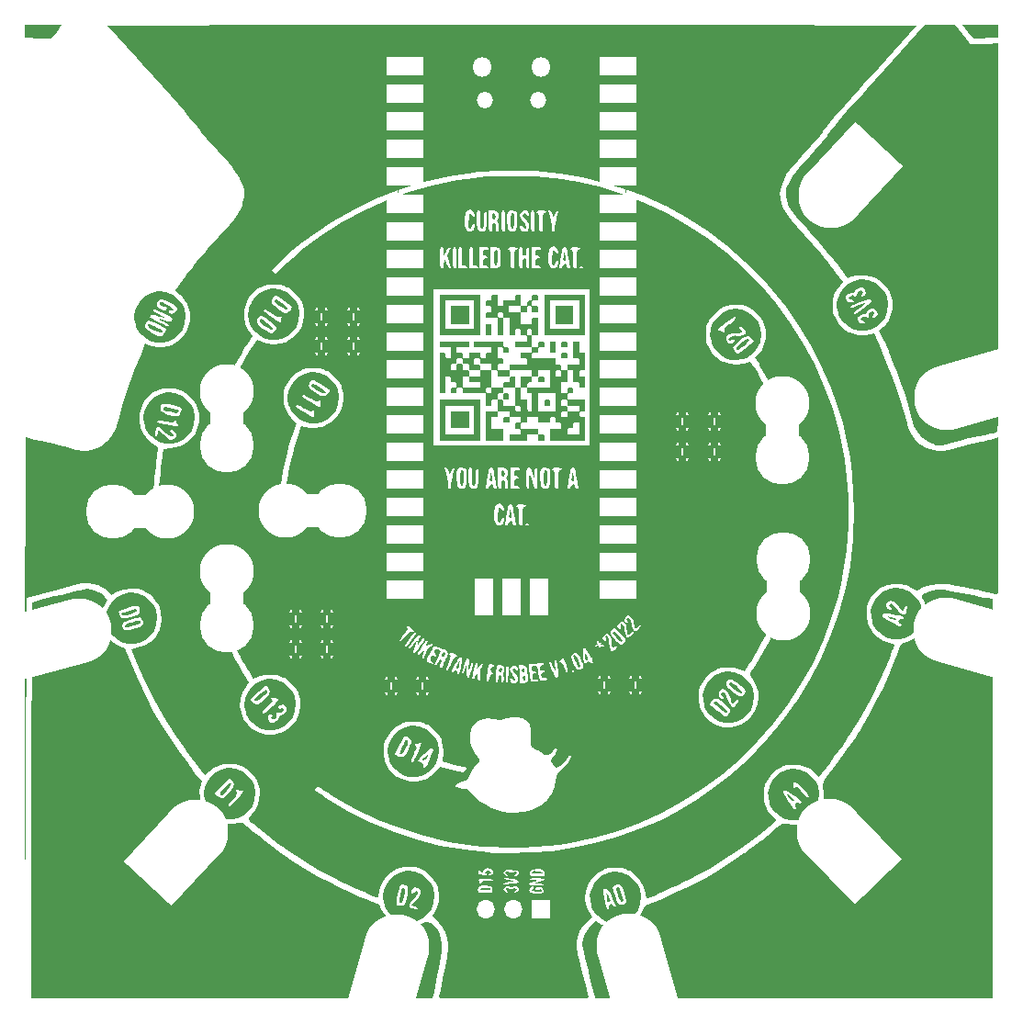
<source format=gbr>
%TF.GenerationSoftware,KiCad,Pcbnew,6.0.4*%
%TF.CreationDate,2022-05-05T23:13:16+02:00*%
%TF.ProjectId,FrisbeeMitBiene02,46726973-6265-4654-9d69-744269656e65,rev?*%
%TF.SameCoordinates,Original*%
%TF.FileFunction,Legend,Top*%
%TF.FilePolarity,Positive*%
%FSLAX46Y46*%
G04 Gerber Fmt 4.6, Leading zero omitted, Abs format (unit mm)*
G04 Created by KiCad (PCBNEW 6.0.4) date 2022-05-05 23:13:16*
%MOMM*%
%LPD*%
G01*
G04 APERTURE LIST*
G04 Aperture macros list*
%AMRoundRect*
0 Rectangle with rounded corners*
0 $1 Rounding radius*
0 $2 $3 $4 $5 $6 $7 $8 $9 X,Y pos of 4 corners*
0 Add a 4 corners polygon primitive as box body*
4,1,4,$2,$3,$4,$5,$6,$7,$8,$9,$2,$3,0*
0 Add four circle primitives for the rounded corners*
1,1,$1+$1,$2,$3*
1,1,$1+$1,$4,$5*
1,1,$1+$1,$6,$7*
1,1,$1+$1,$8,$9*
0 Add four rect primitives between the rounded corners*
20,1,$1+$1,$2,$3,$4,$5,0*
20,1,$1+$1,$4,$5,$6,$7,0*
20,1,$1+$1,$6,$7,$8,$9,0*
20,1,$1+$1,$8,$9,$2,$3,0*%
%AMFreePoly0*
4,1,34,6.500000,-3.000000,0.000000,-3.000000,0.000000,-2.998354,-0.313585,-2.983566,-0.654430,-2.927750,-0.986600,-2.833129,-1.305693,-2.700956,-1.607480,-2.532984,-1.887961,-2.331438,-2.143418,-2.098990,-2.370465,-1.838721,-2.566093,-1.554081,-2.727708,-1.248842,-2.853170,-0.927051,-2.940814,-0.592971,-2.989479,-0.251034,-2.998520,0.094231,-2.967817,0.438249,-2.897777,0.776457,-2.789329,1.104374,
-2.643910,1.417652,-2.463448,1.712141,-2.250333,1.983936,-2.007392,2.229434,-1.737844,2.445383,-1.445261,2.628920,-1.133522,2.777612,-0.806759,2.889488,-0.469303,2.963064,-0.125627,2.997368,0.000000,2.995395,0.000000,3.000000,6.500000,3.000000,6.500000,-3.000000,6.500000,-3.000000,$1*%
%AMFreePoly1*
4,1,48,0.468453,2.455718,0.772542,2.377641,1.064448,2.262068,1.339567,2.110820,1.593560,1.926283,1.822422,1.711368,1.955916,1.550000,3.250000,1.550000,3.285355,1.535355,3.300000,1.500000,3.300000,-1.500000,3.285355,-1.535355,3.250000,-1.550000,1.955916,-1.550000,1.822422,-1.711368,1.593560,-1.926283,1.339567,-2.110820,1.064448,-2.262068,0.772542,-2.377641,0.468453,-2.455718,
0.156976,-2.495067,-0.156976,-2.495067,-0.468453,-2.455718,-0.772542,-2.377641,-1.064448,-2.262068,-1.339567,-2.110820,-1.593560,-1.926283,-1.822422,-1.711368,-2.022542,-1.469463,-2.190767,-1.204384,-2.324441,-0.920311,-2.421458,-0.621725,-2.480287,-0.313333,-2.500000,0.000000,-2.480287,0.313333,-2.421458,0.621725,-2.324441,0.920311,-2.190767,1.204384,-2.022542,1.469463,-1.822422,1.711368,
-1.593560,1.926283,-1.339567,2.110820,-1.064448,2.262068,-0.772542,2.377641,-0.468453,2.455718,-0.156976,2.495067,0.156976,2.495067,0.468453,2.455718,0.468453,2.455718,$1*%
G04 Aperture macros list end*
%ADD10C,0.150000*%
%ADD11C,0.120000*%
%ADD12RoundRect,0.250000X0.312500X0.625000X-0.312500X0.625000X-0.312500X-0.625000X0.312500X-0.625000X0*%
%ADD13C,6.000000*%
%ADD14FreePoly0,16.000000*%
%ADD15FreePoly0,165.000000*%
%ADD16FreePoly0,135.000000*%
%ADD17FreePoly0,227.000000*%
%ADD18FreePoly1,270.000000*%
%ADD19C,5.000000*%
%ADD20FreePoly1,180.000000*%
%ADD21FreePoly1,90.000000*%
%ADD22RoundRect,0.250000X-0.312500X-0.625000X0.312500X-0.625000X0.312500X0.625000X-0.312500X0.625000X0*%
%ADD23FreePoly1,0.000000*%
%ADD24O,1.800000X1.800000*%
%ADD25O,1.500000X1.500000*%
%ADD26R,3.500000X1.700000*%
%ADD27R,1.700000X3.500000*%
%ADD28FreePoly0,314.000000*%
%ADD29FreePoly0,344.000000*%
%ADD30FreePoly0,286.000000*%
%ADD31FreePoly0,195.000000*%
%ADD32FreePoly0,254.000000*%
%ADD33R,1.700000X1.700000*%
%ADD34O,1.700000X1.700000*%
%ADD35R,1.800000X0.820000*%
%ADD36FreePoly0,47.000000*%
G04 APERTURE END LIST*
D10*
%TO.C,R1*%
X133792933Y-94245780D02*
X133459600Y-93769590D01*
X133221504Y-94245780D02*
X133221504Y-93245780D01*
X133602457Y-93245780D01*
X133697695Y-93293400D01*
X133745314Y-93341019D01*
X133792933Y-93436257D01*
X133792933Y-93579114D01*
X133745314Y-93674352D01*
X133697695Y-93721971D01*
X133602457Y-93769590D01*
X133221504Y-93769590D01*
X134745314Y-94245780D02*
X134173885Y-94245780D01*
X134459600Y-94245780D02*
X134459600Y-93245780D01*
X134364361Y-93388638D01*
X134269123Y-93483876D01*
X134173885Y-93531495D01*
%TO.C,R2*%
X133792933Y-97014380D02*
X133459600Y-96538190D01*
X133221504Y-97014380D02*
X133221504Y-96014380D01*
X133602457Y-96014380D01*
X133697695Y-96062000D01*
X133745314Y-96109619D01*
X133792933Y-96204857D01*
X133792933Y-96347714D01*
X133745314Y-96442952D01*
X133697695Y-96490571D01*
X133602457Y-96538190D01*
X133221504Y-96538190D01*
X134173885Y-96109619D02*
X134221504Y-96062000D01*
X134316742Y-96014380D01*
X134554838Y-96014380D01*
X134650076Y-96062000D01*
X134697695Y-96109619D01*
X134745314Y-96204857D01*
X134745314Y-96300095D01*
X134697695Y-96442952D01*
X134126266Y-97014380D01*
X134745314Y-97014380D01*
%TO.C,R3*%
X131354533Y-122109580D02*
X131021200Y-121633390D01*
X130783104Y-122109580D02*
X130783104Y-121109580D01*
X131164057Y-121109580D01*
X131259295Y-121157200D01*
X131306914Y-121204819D01*
X131354533Y-121300057D01*
X131354533Y-121442914D01*
X131306914Y-121538152D01*
X131259295Y-121585771D01*
X131164057Y-121633390D01*
X130783104Y-121633390D01*
X131687866Y-121109580D02*
X132306914Y-121109580D01*
X131973580Y-121490533D01*
X132116438Y-121490533D01*
X132211676Y-121538152D01*
X132259295Y-121585771D01*
X132306914Y-121681009D01*
X132306914Y-121919104D01*
X132259295Y-122014342D01*
X132211676Y-122061961D01*
X132116438Y-122109580D01*
X131830723Y-122109580D01*
X131735485Y-122061961D01*
X131687866Y-122014342D01*
%TO.C,R6*%
X167040933Y-100257780D02*
X166707600Y-99781590D01*
X166469504Y-100257780D02*
X166469504Y-99257780D01*
X166850457Y-99257780D01*
X166945695Y-99305400D01*
X166993314Y-99353019D01*
X167040933Y-99448257D01*
X167040933Y-99591114D01*
X166993314Y-99686352D01*
X166945695Y-99733971D01*
X166850457Y-99781590D01*
X166469504Y-99781590D01*
X167898076Y-99257780D02*
X167707600Y-99257780D01*
X167612361Y-99305400D01*
X167564742Y-99353019D01*
X167469504Y-99495876D01*
X167421885Y-99686352D01*
X167421885Y-100067304D01*
X167469504Y-100162542D01*
X167517123Y-100210161D01*
X167612361Y-100257780D01*
X167802838Y-100257780D01*
X167898076Y-100210161D01*
X167945695Y-100162542D01*
X167993314Y-100067304D01*
X167993314Y-99829209D01*
X167945695Y-99733971D01*
X167898076Y-99686352D01*
X167802838Y-99638733D01*
X167612361Y-99638733D01*
X167517123Y-99686352D01*
X167469504Y-99733971D01*
X167421885Y-99829209D01*
%TO.C,R5*%
X167066333Y-103051780D02*
X166733000Y-102575590D01*
X166494904Y-103051780D02*
X166494904Y-102051780D01*
X166875857Y-102051780D01*
X166971095Y-102099400D01*
X167018714Y-102147019D01*
X167066333Y-102242257D01*
X167066333Y-102385114D01*
X167018714Y-102480352D01*
X166971095Y-102527971D01*
X166875857Y-102575590D01*
X166494904Y-102575590D01*
X167971095Y-102051780D02*
X167494904Y-102051780D01*
X167447285Y-102527971D01*
X167494904Y-102480352D01*
X167590142Y-102432733D01*
X167828238Y-102432733D01*
X167923476Y-102480352D01*
X167971095Y-102527971D01*
X168018714Y-102623209D01*
X168018714Y-102861304D01*
X167971095Y-102956542D01*
X167923476Y-103004161D01*
X167828238Y-103051780D01*
X167590142Y-103051780D01*
X167494904Y-103004161D01*
X167447285Y-102956542D01*
%TO.C,R4*%
X131354533Y-124954380D02*
X131021200Y-124478190D01*
X130783104Y-124954380D02*
X130783104Y-123954380D01*
X131164057Y-123954380D01*
X131259295Y-124002000D01*
X131306914Y-124049619D01*
X131354533Y-124144857D01*
X131354533Y-124287714D01*
X131306914Y-124382952D01*
X131259295Y-124430571D01*
X131164057Y-124478190D01*
X130783104Y-124478190D01*
X132211676Y-124287714D02*
X132211676Y-124954380D01*
X131973580Y-123906761D02*
X131735485Y-124621047D01*
X132354533Y-124621047D01*
%TO.C,R7*%
X140168333Y-124717980D02*
X139835000Y-124241790D01*
X139596904Y-124717980D02*
X139596904Y-123717980D01*
X139977857Y-123717980D01*
X140073095Y-123765600D01*
X140120714Y-123813219D01*
X140168333Y-123908457D01*
X140168333Y-124051314D01*
X140120714Y-124146552D01*
X140073095Y-124194171D01*
X139977857Y-124241790D01*
X139596904Y-124241790D01*
X140501666Y-123717980D02*
X141168333Y-123717980D01*
X140739761Y-124717980D01*
%TO.C,R8*%
X159833333Y-128272380D02*
X159500000Y-127796190D01*
X159261904Y-128272380D02*
X159261904Y-127272380D01*
X159642857Y-127272380D01*
X159738095Y-127320000D01*
X159785714Y-127367619D01*
X159833333Y-127462857D01*
X159833333Y-127605714D01*
X159785714Y-127700952D01*
X159738095Y-127748571D01*
X159642857Y-127796190D01*
X159261904Y-127796190D01*
X160404761Y-127700952D02*
X160309523Y-127653333D01*
X160261904Y-127605714D01*
X160214285Y-127510476D01*
X160214285Y-127462857D01*
X160261904Y-127367619D01*
X160309523Y-127320000D01*
X160404761Y-127272380D01*
X160595238Y-127272380D01*
X160690476Y-127320000D01*
X160738095Y-127367619D01*
X160785714Y-127462857D01*
X160785714Y-127510476D01*
X160738095Y-127605714D01*
X160690476Y-127653333D01*
X160595238Y-127700952D01*
X160404761Y-127700952D01*
X160309523Y-127748571D01*
X160261904Y-127796190D01*
X160214285Y-127891428D01*
X160214285Y-128081904D01*
X160261904Y-128177142D01*
X160309523Y-128224761D01*
X160404761Y-128272380D01*
X160595238Y-128272380D01*
X160690476Y-128224761D01*
X160738095Y-128177142D01*
X160785714Y-128081904D01*
X160785714Y-127891428D01*
X160738095Y-127796190D01*
X160690476Y-127748571D01*
X160595238Y-127700952D01*
D11*
%TO.C,R1*%
X134686664Y-91063400D02*
X133232536Y-91063400D01*
X134686664Y-92883400D02*
X133232536Y-92883400D01*
%TO.C,R2*%
X134686664Y-93832000D02*
X133232536Y-93832000D01*
X134686664Y-95652000D02*
X133232536Y-95652000D01*
%TO.C,R3*%
X132248264Y-120747200D02*
X130794136Y-120747200D01*
X132248264Y-118927200D02*
X130794136Y-118927200D01*
%TO.C,R6*%
X166480536Y-100715400D02*
X167934664Y-100715400D01*
X166480536Y-102535400D02*
X167934664Y-102535400D01*
%TO.C,R5*%
X166505936Y-103509400D02*
X167960064Y-103509400D01*
X166505936Y-105329400D02*
X167960064Y-105329400D01*
%TO.C,R4*%
X132248264Y-123592000D02*
X130794136Y-123592000D01*
X132248264Y-121772000D02*
X130794136Y-121772000D01*
%TO.C,R7*%
X139607936Y-126995600D02*
X141062064Y-126995600D01*
X139607936Y-125175600D02*
X141062064Y-125175600D01*
%TO.C,U1*%
X139500000Y-80100000D02*
X139500000Y-80500000D01*
X160500000Y-75000000D02*
X160500000Y-75400000D01*
X139500000Y-87700000D02*
X139500000Y-88100000D01*
X160500000Y-80100000D02*
X160500000Y-80500000D01*
X139500000Y-90300000D02*
X139500000Y-90700000D01*
X146300000Y-118500000D02*
X139500000Y-118500000D01*
X160500000Y-95300000D02*
X160500000Y-95700000D01*
X160500000Y-92800000D02*
X160500000Y-93200000D01*
X139500000Y-97900000D02*
X139500000Y-98300000D01*
X160500000Y-77600000D02*
X160500000Y-78000000D01*
X139500000Y-103000000D02*
X139500000Y-103400000D01*
X160500000Y-82600000D02*
X160500000Y-83000000D01*
X139500000Y-72500000D02*
X139500000Y-72900000D01*
X160500000Y-115700000D02*
X160500000Y-116100000D01*
X160500000Y-87700000D02*
X160500000Y-88100000D01*
X139500000Y-75000000D02*
X139500000Y-75400000D01*
X139500000Y-115700000D02*
X139500000Y-116100000D01*
X160500000Y-103000000D02*
X160500000Y-103400000D01*
X160500000Y-90300000D02*
X160500000Y-90700000D01*
X148500000Y-118500000D02*
X148900000Y-118500000D01*
X160500000Y-113100000D02*
X160500000Y-113500000D01*
X139500000Y-67500000D02*
X139500000Y-67800000D01*
X142507000Y-70167000D02*
X142507000Y-67500000D01*
X160500000Y-108100000D02*
X160500000Y-108500000D01*
X160500000Y-105500000D02*
X160500000Y-105900000D01*
X160500000Y-69900000D02*
X160500000Y-70300000D01*
X160500000Y-110600000D02*
X160500000Y-111000000D01*
X139500000Y-113100000D02*
X139500000Y-113500000D01*
X139500000Y-110600000D02*
X139500000Y-111000000D01*
X160500000Y-118500000D02*
X153700000Y-118500000D01*
X160500000Y-85200000D02*
X160500000Y-85600000D01*
X139500000Y-92800000D02*
X139500000Y-93200000D01*
X139500000Y-77600000D02*
X139500000Y-78000000D01*
X160500000Y-100400000D02*
X160500000Y-100800000D01*
X139500000Y-69900000D02*
X139500000Y-70300000D01*
X139500000Y-105500000D02*
X139500000Y-105900000D01*
X139500000Y-95300000D02*
X139500000Y-95700000D01*
X160500000Y-97900000D02*
X160500000Y-98300000D01*
X151100000Y-118500000D02*
X151500000Y-118500000D01*
X160500000Y-72500000D02*
X160500000Y-72900000D01*
X139500000Y-85200000D02*
X139500000Y-85600000D01*
X160500000Y-67500000D02*
X160500000Y-67800000D01*
X139500000Y-108100000D02*
X139500000Y-108500000D01*
X139500000Y-70167000D02*
X142507000Y-70167000D01*
X139500000Y-82600000D02*
X139500000Y-83000000D01*
X139500000Y-100400000D02*
X139500000Y-100800000D01*
X139500000Y-67500000D02*
X160500000Y-67500000D01*
%TO.C,OesenPinHeader1*%
X154055000Y-145270000D02*
X154055000Y-146600000D01*
X151455000Y-145270000D02*
X146315000Y-145270000D01*
X151455000Y-145270000D02*
X151455000Y-147930000D01*
X146315000Y-145270000D02*
X146315000Y-147930000D01*
X151455000Y-147930000D02*
X146315000Y-147930000D01*
X152725000Y-145270000D02*
X154055000Y-145270000D01*
%TO.C,G\u002A\u002A\u002A*%
G36*
X127019371Y-92253013D02*
G01*
X127218576Y-92384339D01*
X127455418Y-92563409D01*
X127689556Y-92757657D01*
X127880652Y-92934512D01*
X127988365Y-93061407D01*
X127999067Y-93090825D01*
X127944019Y-93200889D01*
X127783664Y-93186784D01*
X127525186Y-93050910D01*
X127219559Y-92830396D01*
X126935784Y-92584504D01*
X126795309Y-92406446D01*
X126784117Y-92326390D01*
X126862157Y-92216108D01*
X126898144Y-92202000D01*
X127019371Y-92253013D01*
G37*
G36*
X148382567Y-82481451D02*
G01*
X148500534Y-82576167D01*
X148530733Y-82761667D01*
X148488348Y-82970213D01*
X148382567Y-83041882D01*
X148282469Y-83028115D01*
X148240295Y-82909132D01*
X148234400Y-82761667D01*
X148250257Y-82556138D01*
X148311254Y-82480001D01*
X148382567Y-82481451D01*
G37*
G36*
X150773087Y-93148911D02*
G01*
X150605067Y-93133333D01*
X150434414Y-93149853D01*
X150364419Y-93233643D01*
X150351067Y-93429667D01*
X150336907Y-93628761D01*
X150265087Y-93710422D01*
X150097067Y-93726000D01*
X149843067Y-93726000D01*
X149843067Y-92117333D01*
X149250400Y-92117333D01*
X149250400Y-93726000D01*
X148742400Y-93726000D01*
X148742400Y-92117333D01*
X147641733Y-92117333D01*
X147641733Y-91863333D01*
X148742400Y-91863333D01*
X148763379Y-92043241D01*
X148862340Y-92109552D01*
X148996400Y-92117333D01*
X149176308Y-92096354D01*
X149242618Y-91997393D01*
X149250400Y-91863333D01*
X149229421Y-91683425D01*
X149130460Y-91617115D01*
X148996400Y-91609333D01*
X149758400Y-91609333D01*
X150859067Y-91609333D01*
X150859067Y-91016667D01*
X149758400Y-91016667D01*
X149758400Y-91609333D01*
X148996400Y-91609333D01*
X148816492Y-91630312D01*
X148750181Y-91729273D01*
X148742400Y-91863333D01*
X147641733Y-91863333D01*
X147662712Y-91683425D01*
X147761673Y-91617115D01*
X147895733Y-91609333D01*
X148066386Y-91592814D01*
X148136381Y-91509024D01*
X148149733Y-91313000D01*
X148135574Y-91113905D01*
X148063754Y-91032244D01*
X147895733Y-91016667D01*
X147715825Y-90995687D01*
X147649515Y-90896727D01*
X147641733Y-90762667D01*
X147662712Y-90582758D01*
X147761673Y-90516448D01*
X147895733Y-90508667D01*
X148075641Y-90487687D01*
X148141952Y-90388727D01*
X148149733Y-90254667D01*
X148166253Y-90084014D01*
X148250043Y-90014019D01*
X148446067Y-90000667D01*
X148742400Y-90000667D01*
X148742400Y-91016667D01*
X148996400Y-91016667D01*
X149176308Y-90995687D01*
X149242618Y-90896727D01*
X149250400Y-90762667D01*
X149250400Y-90508667D01*
X150351067Y-90508667D01*
X150351067Y-90254667D01*
X150372046Y-90074758D01*
X150471006Y-90008448D01*
X150605067Y-90000667D01*
X150859067Y-90000667D01*
X150859067Y-91016667D01*
X151155400Y-91016667D01*
X151354495Y-91002507D01*
X151436155Y-90930687D01*
X151451733Y-90762667D01*
X151474514Y-90581140D01*
X151571354Y-90514732D01*
X151663400Y-90508667D01*
X151814672Y-90481329D01*
X151870012Y-90365121D01*
X151875067Y-90254667D01*
X151891586Y-90084014D01*
X151975376Y-90014019D01*
X152171400Y-90000667D01*
X152370495Y-90014826D01*
X152452155Y-90086646D01*
X152467733Y-90254667D01*
X152451214Y-90425319D01*
X152367424Y-90495314D01*
X152171400Y-90508667D01*
X151972305Y-90522826D01*
X151890644Y-90594646D01*
X151875067Y-90762667D01*
X151891586Y-90933319D01*
X151975376Y-91003314D01*
X152171400Y-91016667D01*
X152370012Y-91029773D01*
X152451464Y-91103719D01*
X152467696Y-91290444D01*
X152467733Y-91313000D01*
X152454627Y-91511612D01*
X152380680Y-91593064D01*
X152193955Y-91609296D01*
X152171400Y-91609333D01*
X151972788Y-91596227D01*
X151891336Y-91522280D01*
X151875103Y-91335555D01*
X151875067Y-91313000D01*
X151859252Y-91112602D01*
X151788087Y-91030562D01*
X151663400Y-91016667D01*
X151520258Y-91038807D01*
X151461659Y-91138438D01*
X151451733Y-91313000D01*
X151438627Y-91511612D01*
X151364680Y-91593064D01*
X151177955Y-91609296D01*
X151155400Y-91609333D01*
X150859067Y-91609333D01*
X150859067Y-92710000D01*
X151875067Y-92710000D01*
X151875067Y-92413667D01*
X151888173Y-92215055D01*
X151962119Y-92133602D01*
X152148844Y-92117370D01*
X152171400Y-92117333D01*
X152467733Y-92117333D01*
X152467733Y-93726000D01*
X151875067Y-93726000D01*
X151875067Y-94826667D01*
X150351067Y-94826667D01*
X150351067Y-94318667D01*
X151451733Y-94318667D01*
X151451733Y-94022333D01*
X151438627Y-93823721D01*
X151364680Y-93742269D01*
X151177955Y-93726037D01*
X151155400Y-93726000D01*
X150956788Y-93712893D01*
X150875336Y-93638947D01*
X150859103Y-93452222D01*
X150859067Y-93429667D01*
X151451733Y-93429667D01*
X151467547Y-93630065D01*
X151538713Y-93712104D01*
X151663400Y-93726000D01*
X151806541Y-93703860D01*
X151865141Y-93604228D01*
X151875067Y-93429667D01*
X151859252Y-93229268D01*
X151788087Y-93147229D01*
X151663400Y-93133333D01*
X151520258Y-93155473D01*
X151461659Y-93255105D01*
X151451733Y-93429667D01*
X150859067Y-93429667D01*
X150844907Y-93230572D01*
X150773087Y-93148911D01*
G37*
G36*
X125508398Y-128521152D02*
G01*
X125504336Y-128504461D01*
X127013719Y-128504461D01*
X127015896Y-128508623D01*
X127064892Y-128556261D01*
X127139796Y-128550796D01*
X127261271Y-128478041D01*
X127449981Y-128323807D01*
X127726588Y-128073904D01*
X127944843Y-127870731D01*
X128192955Y-127630585D01*
X128385112Y-127429561D01*
X128493247Y-127297749D01*
X128507067Y-127267976D01*
X128434192Y-127211906D01*
X128261707Y-127157289D01*
X128058821Y-127118765D01*
X127894742Y-127110974D01*
X127843281Y-127127563D01*
X127858200Y-127213379D01*
X127913218Y-127294910D01*
X127948845Y-127374640D01*
X127913928Y-127475708D01*
X127790015Y-127624981D01*
X127558654Y-127849327D01*
X127486889Y-127915671D01*
X127211243Y-128187506D01*
X127049849Y-128388391D01*
X127013719Y-128504461D01*
X125504336Y-128504461D01*
X125430522Y-128201185D01*
X125382190Y-127891459D01*
X125374400Y-127762000D01*
X125439331Y-127286501D01*
X125860896Y-127286501D01*
X126126984Y-127524251D01*
X126321988Y-127673588D01*
X126484011Y-127756208D01*
X126517839Y-127762000D01*
X126637171Y-127708355D01*
X126839212Y-127566450D01*
X127084071Y-127364827D01*
X127130337Y-127323748D01*
X127371653Y-127102603D01*
X127564488Y-126917936D01*
X127672737Y-126804490D01*
X127680270Y-126794581D01*
X127739390Y-126568208D01*
X127636771Y-126304933D01*
X127545479Y-126184741D01*
X127345891Y-125952707D01*
X127100979Y-126145187D01*
X126920049Y-126297849D01*
X126668147Y-126523455D01*
X126395604Y-126776799D01*
X126358481Y-126812084D01*
X125860896Y-127286501D01*
X125439331Y-127286501D01*
X125454434Y-127175903D01*
X125679257Y-126636123D01*
X126025948Y-126165581D01*
X126471585Y-125787197D01*
X126993249Y-125523893D01*
X127568017Y-125398589D01*
X127745067Y-125391333D01*
X128334494Y-125471272D01*
X128875875Y-125696029D01*
X129346618Y-126043011D01*
X129724130Y-126489625D01*
X129985820Y-127013281D01*
X130109096Y-127591386D01*
X130115733Y-127762000D01*
X130035974Y-128353682D01*
X129811581Y-128895193D01*
X129464885Y-129364595D01*
X129018216Y-129739952D01*
X128493904Y-129999329D01*
X127914277Y-130120789D01*
X127708533Y-130126769D01*
X127411190Y-130096510D01*
X127071084Y-130027401D01*
X126950489Y-129993880D01*
X126528986Y-129790409D01*
X126124789Y-129465418D01*
X125782541Y-129064498D01*
X125673218Y-128864434D01*
X127550739Y-128864434D01*
X127571437Y-129043352D01*
X127679585Y-129244991D01*
X127830017Y-129403557D01*
X127956382Y-129455333D01*
X128090349Y-129404207D01*
X128280316Y-129277276D01*
X128331237Y-129236140D01*
X128497452Y-129068619D01*
X128586822Y-128924685D01*
X128591733Y-128897474D01*
X128656939Y-128790019D01*
X128707315Y-128778000D01*
X128891360Y-128714254D01*
X129085789Y-128560971D01*
X129230105Y-128375082D01*
X129269067Y-128249355D01*
X129210004Y-128042391D01*
X129068556Y-127858988D01*
X128898335Y-127764516D01*
X128869378Y-127762000D01*
X128700679Y-127800207D01*
X128580700Y-127852571D01*
X128467206Y-127944244D01*
X128500375Y-128049733D01*
X128512833Y-128065282D01*
X128627836Y-128141481D01*
X128733555Y-128088366D01*
X128866136Y-128033880D01*
X128948921Y-128085321D01*
X128982601Y-128212161D01*
X128897648Y-128351527D01*
X128736215Y-128462834D01*
X128540459Y-128505499D01*
X128514201Y-128503838D01*
X128356300Y-128510977D01*
X128316077Y-128606389D01*
X128322744Y-128677215D01*
X128290552Y-128916126D01*
X128145172Y-129076682D01*
X127988700Y-129116667D01*
X127859973Y-129056548D01*
X127834871Y-128928327D01*
X127918511Y-128817792D01*
X127956183Y-128722232D01*
X127907278Y-128642418D01*
X127777382Y-128579304D01*
X127647050Y-128660325D01*
X127550866Y-128863948D01*
X127550739Y-128864434D01*
X125673218Y-128864434D01*
X125546884Y-128633240D01*
X125508398Y-128521152D01*
G37*
G36*
X156866941Y-123111359D02*
G01*
X156912733Y-123190000D01*
X157020825Y-123429411D01*
X157008388Y-123576117D01*
X156912733Y-123643951D01*
X156831405Y-123640895D01*
X156794667Y-123527556D01*
X156788733Y-123335509D01*
X156793664Y-123116991D01*
X156814294Y-123048657D01*
X156866941Y-123111359D01*
G37*
G36*
X155945117Y-123263638D02*
G01*
X156071657Y-123450300D01*
X156192493Y-123698605D01*
X156285802Y-123957172D01*
X156329760Y-124174621D01*
X156305012Y-124297254D01*
X156193904Y-124325618D01*
X156136191Y-124273088D01*
X156064452Y-124146676D01*
X155960222Y-123928497D01*
X155847441Y-123673492D01*
X155750049Y-123436599D01*
X155691986Y-123272761D01*
X155685067Y-123237804D01*
X155755363Y-123197322D01*
X155834699Y-123190000D01*
X155945117Y-123263638D01*
G37*
G36*
X150202915Y-82578392D02*
G01*
X150246792Y-82866971D01*
X150249100Y-83239770D01*
X150229006Y-83569744D01*
X150195497Y-83765266D01*
X150139281Y-83861167D01*
X150075900Y-83888810D01*
X150003714Y-83885201D01*
X149959491Y-83819973D01*
X149936597Y-83662118D01*
X149928397Y-83380626D01*
X149927733Y-83196205D01*
X149935987Y-82863476D01*
X149957995Y-82600091D01*
X149989623Y-82448283D01*
X150002807Y-82428929D01*
X150120124Y-82427565D01*
X150202915Y-82578392D01*
G37*
G36*
X149057575Y-124343717D02*
G01*
X149080155Y-124373859D01*
X149117269Y-124540765D01*
X149070426Y-124707443D01*
X148964325Y-124796719D01*
X148944192Y-124798667D01*
X148852780Y-124725588D01*
X148827067Y-124591997D01*
X148865491Y-124406870D01*
X148955140Y-124313067D01*
X149057575Y-124343717D01*
G37*
G36*
X115757983Y-120072296D02*
G01*
X115806245Y-120168641D01*
X115807067Y-120189806D01*
X115729126Y-120274419D01*
X115515323Y-120378142D01*
X115226438Y-120477081D01*
X114840105Y-120585530D01*
X114587033Y-120636289D01*
X114441457Y-120629848D01*
X114377613Y-120566698D01*
X114367733Y-120493398D01*
X114404840Y-120399126D01*
X114535474Y-120314284D01*
X114788601Y-120223512D01*
X114981567Y-120167958D01*
X115367934Y-120072545D01*
X115619309Y-120040461D01*
X115757983Y-120072296D01*
G37*
G36*
X127410518Y-126411097D02*
G01*
X127465104Y-126511751D01*
X127467136Y-126599782D01*
X127396960Y-126706722D01*
X127234921Y-126864104D01*
X126999604Y-127070340D01*
X126689501Y-127316653D01*
X126482325Y-127429056D01*
X126396618Y-127427176D01*
X126329670Y-127370500D01*
X126324793Y-127298641D01*
X126398029Y-127187096D01*
X126565420Y-127011360D01*
X126840314Y-126749457D01*
X127095925Y-126519090D01*
X127260958Y-126397997D01*
X127360183Y-126371479D01*
X127410518Y-126411097D01*
G37*
G36*
X180156884Y-91803240D02*
G01*
X180118398Y-91691152D01*
X180040522Y-91371185D01*
X179994699Y-91077537D01*
X181254400Y-91077537D01*
X181267682Y-91149548D01*
X181326237Y-91174815D01*
X181458127Y-91147964D01*
X181691414Y-91063623D01*
X182018146Y-90931280D01*
X182310674Y-90815230D01*
X182536023Y-90734456D01*
X182654931Y-90702772D01*
X182663512Y-90704223D01*
X182613559Y-90763105D01*
X182456362Y-90895282D01*
X182222417Y-91075553D01*
X182142121Y-91135030D01*
X181884932Y-91339033D01*
X181692259Y-91520740D01*
X181597530Y-91647735D01*
X181593067Y-91667478D01*
X181614173Y-91743436D01*
X181689276Y-91749994D01*
X181836056Y-91677809D01*
X182072190Y-91517537D01*
X182415356Y-91259833D01*
X182526123Y-91174299D01*
X182809747Y-90948818D01*
X183034736Y-90759231D01*
X183172487Y-90630277D01*
X183201733Y-90590003D01*
X183144659Y-90490575D01*
X183085183Y-90432673D01*
X182991842Y-90401428D01*
X182825269Y-90420265D01*
X182559295Y-90495094D01*
X182167751Y-90631822D01*
X182111517Y-90652510D01*
X181758938Y-90792205D01*
X181477900Y-90921728D01*
X181300397Y-91025213D01*
X181254400Y-91077537D01*
X179994699Y-91077537D01*
X179992190Y-91061459D01*
X179984400Y-90932000D01*
X180064339Y-90342572D01*
X180106961Y-90239907D01*
X180831067Y-90239907D01*
X180867112Y-90452448D01*
X180936483Y-90580217D01*
X181073549Y-90642492D01*
X181266805Y-90659434D01*
X181447446Y-90634314D01*
X181546663Y-90570405D01*
X181550733Y-90551000D01*
X181477498Y-90481067D01*
X181317900Y-90439543D01*
X181133487Y-90372330D01*
X181095597Y-90254151D01*
X181205709Y-90121421D01*
X181302796Y-90067165D01*
X181477133Y-90010871D01*
X181573278Y-90056200D01*
X181589664Y-90079827D01*
X181694630Y-90146252D01*
X181795445Y-90090775D01*
X181830183Y-89950669D01*
X181828145Y-89936290D01*
X181878387Y-89801755D01*
X182033835Y-89669170D01*
X182034574Y-89668748D01*
X182214045Y-89587714D01*
X182328618Y-89609277D01*
X182373240Y-89647773D01*
X182431631Y-89752214D01*
X182350104Y-89854982D01*
X182325421Y-89873733D01*
X182224526Y-89997120D01*
X182224585Y-90079700D01*
X182339881Y-90164956D01*
X182479574Y-90084267D01*
X182567705Y-89968733D01*
X182652834Y-89777161D01*
X182615854Y-89585111D01*
X182600522Y-89550057D01*
X182486957Y-89373204D01*
X182381199Y-89286499D01*
X182198646Y-89286391D01*
X181965806Y-89366830D01*
X181751922Y-89494321D01*
X181626234Y-89635368D01*
X181619427Y-89655009D01*
X181539118Y-89770997D01*
X181465366Y-89777015D01*
X181320062Y-89784267D01*
X181114251Y-89858902D01*
X181092708Y-89869715D01*
X180898011Y-90013335D01*
X180832281Y-90199986D01*
X180831067Y-90239907D01*
X180106961Y-90239907D01*
X180289096Y-89801191D01*
X180636077Y-89330448D01*
X181082692Y-88952936D01*
X181606348Y-88691246D01*
X182184453Y-88567971D01*
X182355067Y-88561333D01*
X182944494Y-88641272D01*
X183485875Y-88866029D01*
X183956618Y-89213011D01*
X184334130Y-89659625D01*
X184595820Y-90183281D01*
X184719096Y-90761386D01*
X184725733Y-90932000D01*
X184645974Y-91523682D01*
X184421581Y-92065193D01*
X184074885Y-92534595D01*
X183628216Y-92909952D01*
X183103904Y-93169329D01*
X182524277Y-93290789D01*
X182318533Y-93296769D01*
X182021190Y-93266510D01*
X181681084Y-93197401D01*
X181560489Y-93163880D01*
X181138986Y-92960409D01*
X180734789Y-92635418D01*
X180411185Y-92256338D01*
X181893052Y-92256338D01*
X181988829Y-92458632D01*
X182184595Y-92594574D01*
X182357018Y-92625333D01*
X182557232Y-92587224D01*
X182609067Y-92498333D01*
X182535466Y-92396190D01*
X182397400Y-92371333D01*
X182228745Y-92322919D01*
X182191935Y-92208303D01*
X182291936Y-92073425D01*
X182360479Y-92029770D01*
X182541286Y-91980300D01*
X182653103Y-92034080D01*
X182800271Y-92091433D01*
X182895544Y-92028856D01*
X182891083Y-91898887D01*
X182913965Y-91755005D01*
X183047999Y-91617821D01*
X183239980Y-91534795D01*
X183307567Y-91527359D01*
X183427724Y-91585668D01*
X183450801Y-91712697D01*
X183371067Y-91821000D01*
X183293162Y-91943502D01*
X183286400Y-91995330D01*
X183333401Y-92104919D01*
X183460097Y-92081362D01*
X183618783Y-91954283D01*
X183734661Y-91740256D01*
X183695225Y-91513974D01*
X183507430Y-91311573D01*
X183493217Y-91302037D01*
X183342982Y-91225208D01*
X183202605Y-91235517D01*
X183029028Y-91314744D01*
X182835771Y-91450337D01*
X182722765Y-91595859D01*
X182717900Y-91610729D01*
X182639817Y-91721635D01*
X182572991Y-91727019D01*
X182380825Y-91728161D01*
X182155040Y-91822848D01*
X181970994Y-91975022D01*
X181930864Y-92034291D01*
X181893052Y-92256338D01*
X180411185Y-92256338D01*
X180392541Y-92234498D01*
X180156884Y-91803240D01*
G37*
G36*
X148660940Y-85863694D02*
G01*
X148710249Y-85921268D01*
X148731584Y-86058460D01*
X148732112Y-86309005D01*
X148724657Y-86549563D01*
X148706857Y-86901380D01*
X148678552Y-87117190D01*
X148631817Y-87230300D01*
X148558724Y-87274017D01*
X148551900Y-87275438D01*
X148479915Y-87271888D01*
X148435723Y-87206968D01*
X148412756Y-87049758D01*
X148404445Y-86769335D01*
X148403733Y-86577875D01*
X148406716Y-86226407D01*
X148420907Y-86011187D01*
X148454174Y-85899162D01*
X148514384Y-85857281D01*
X148576491Y-85852000D01*
X148660940Y-85863694D01*
G37*
G36*
X150351067Y-98552000D02*
G01*
X149250400Y-98552000D01*
X149250400Y-98298000D01*
X149266919Y-98127347D01*
X149350709Y-98057352D01*
X149546733Y-98044000D01*
X149745828Y-98029840D01*
X149827489Y-97958020D01*
X149843067Y-97790000D01*
X149864046Y-97610092D01*
X149963006Y-97543781D01*
X150097067Y-97536000D01*
X150351067Y-97536000D01*
X150351067Y-98552000D01*
G37*
G36*
X184979733Y-119682866D02*
G01*
X185297344Y-119749419D01*
X185460706Y-119836702D01*
X185463217Y-119940667D01*
X185441167Y-119965725D01*
X185317336Y-119975852D01*
X185090903Y-119893133D01*
X184979733Y-119836545D01*
X184598733Y-119629638D01*
X184979733Y-119682866D01*
G37*
G36*
X155079828Y-95348826D02*
G01*
X155161489Y-95420646D01*
X155177067Y-95588667D01*
X155160547Y-95759319D01*
X155076757Y-95829314D01*
X154880733Y-95842667D01*
X154681638Y-95828507D01*
X154599978Y-95756687D01*
X154584400Y-95588667D01*
X154600919Y-95418014D01*
X154684709Y-95348019D01*
X154880733Y-95334667D01*
X155079828Y-95348826D01*
G37*
G36*
X175515811Y-136075953D02*
G01*
X175725881Y-136229256D01*
X175861582Y-136340273D01*
X176009878Y-136482351D01*
X176033302Y-136575183D01*
X175981073Y-136636779D01*
X175892916Y-136667167D01*
X175785227Y-136597997D01*
X175629007Y-136408016D01*
X175583371Y-136345287D01*
X175445327Y-136133954D01*
X175422550Y-136044181D01*
X175515811Y-136075953D01*
G37*
G36*
X194885733Y-66294000D02*
G01*
X194475407Y-66294000D01*
X194194831Y-66300027D01*
X193816292Y-66316023D01*
X193410651Y-66338858D01*
X193311240Y-66345410D01*
X192557400Y-66396820D01*
X192065940Y-65752743D01*
X191574480Y-65108667D01*
X194885733Y-65108667D01*
X194885733Y-66294000D01*
G37*
G36*
X155685067Y-92710000D02*
G01*
X154076400Y-92710000D01*
X154076400Y-91016667D01*
X155685067Y-91016667D01*
X155685067Y-92710000D01*
G37*
G36*
X157343064Y-144782847D02*
G01*
X157409649Y-144640122D01*
X159325733Y-144640122D01*
X159354989Y-144793653D01*
X159430627Y-145051086D01*
X159534450Y-145360928D01*
X159648263Y-145671688D01*
X159753868Y-145931873D01*
X159833071Y-146089992D01*
X159842753Y-146103201D01*
X160029747Y-146206972D01*
X160283979Y-146191674D01*
X160431966Y-146131688D01*
X160533569Y-146055700D01*
X160580481Y-145944729D01*
X160571028Y-145768125D01*
X160503533Y-145495238D01*
X160376324Y-145095419D01*
X160375157Y-145091914D01*
X160212505Y-144672073D01*
X160050559Y-144410106D01*
X159876372Y-144295107D01*
X159677001Y-144316167D01*
X159540868Y-144388942D01*
X159387457Y-144522599D01*
X159325733Y-144640122D01*
X157409649Y-144640122D01*
X157573778Y-144288312D01*
X157936325Y-143856344D01*
X158397709Y-143510718D01*
X158924933Y-143275207D01*
X159485001Y-143173584D01*
X159579733Y-143171333D01*
X160169161Y-143251272D01*
X160710542Y-143476029D01*
X161181285Y-143823011D01*
X161558797Y-144269625D01*
X161820487Y-144793281D01*
X161943762Y-145371386D01*
X161950400Y-145542000D01*
X161870640Y-146133682D01*
X161646248Y-146675193D01*
X161299552Y-147144595D01*
X160852883Y-147519952D01*
X160328571Y-147779329D01*
X159748944Y-147900789D01*
X159543199Y-147906769D01*
X159245857Y-147876510D01*
X158905751Y-147807401D01*
X158785155Y-147773880D01*
X158363653Y-147570409D01*
X157959456Y-147245418D01*
X157617207Y-146844498D01*
X157381550Y-146413240D01*
X157343064Y-146301152D01*
X157230390Y-145781944D01*
X157230030Y-145305157D01*
X157329320Y-144845162D01*
X158463836Y-144845162D01*
X158464989Y-144982106D01*
X158490893Y-145201571D01*
X158542868Y-145526495D01*
X158622230Y-145979814D01*
X158691507Y-146367500D01*
X158764705Y-146571893D01*
X158869608Y-146642667D01*
X158957669Y-146595856D01*
X158941378Y-146462763D01*
X158944025Y-146277218D01*
X159050360Y-146165222D01*
X159203028Y-146147997D01*
X159344674Y-146246761D01*
X159376295Y-146301856D01*
X159479306Y-146416565D01*
X159565717Y-146398273D01*
X159612734Y-146327476D01*
X159590340Y-146192055D01*
X159490421Y-145958977D01*
X159425871Y-145828917D01*
X159192380Y-145374248D01*
X159017359Y-145052414D01*
X158886169Y-144843511D01*
X158784172Y-144727634D01*
X158696732Y-144684880D01*
X158609211Y-144695344D01*
X158595712Y-144700073D01*
X158530515Y-144727083D01*
X158486118Y-144767800D01*
X158463836Y-144845162D01*
X157329320Y-144845162D01*
X157341985Y-144786488D01*
X157343064Y-144782847D01*
G37*
G36*
X159895314Y-144630789D02*
G01*
X159973848Y-144776960D01*
X160068591Y-145016176D01*
X160163630Y-145297931D01*
X160243054Y-145571717D01*
X160290951Y-145787029D01*
X160292579Y-145891704D01*
X160182384Y-145973786D01*
X160057724Y-145887789D01*
X159919114Y-145634301D01*
X159806324Y-145334664D01*
X159700983Y-145000465D01*
X159655300Y-144789023D01*
X159664419Y-144666532D01*
X159702773Y-144613953D01*
X159827788Y-144574548D01*
X159895314Y-144630789D01*
G37*
G36*
X153250915Y-106285058D02*
G01*
X153294792Y-106573637D01*
X153297100Y-106946437D01*
X153277006Y-107276411D01*
X153243497Y-107471933D01*
X153187281Y-107567834D01*
X153123900Y-107595477D01*
X153051714Y-107591868D01*
X153007491Y-107526640D01*
X152984597Y-107368784D01*
X152976397Y-107087293D01*
X152975733Y-106902871D01*
X152983987Y-106570142D01*
X153005995Y-106306757D01*
X153037623Y-106154950D01*
X153050807Y-106135595D01*
X153168124Y-106134231D01*
X153250915Y-106285058D01*
G37*
G36*
X145546248Y-106285058D02*
G01*
X145590125Y-106573637D01*
X145592434Y-106946437D01*
X145572339Y-107276411D01*
X145538831Y-107471933D01*
X145482614Y-107567834D01*
X145419233Y-107595477D01*
X145347048Y-107591868D01*
X145302824Y-107526640D01*
X145279930Y-107368784D01*
X145271731Y-107087293D01*
X145271067Y-106902871D01*
X145279321Y-106570142D01*
X145301328Y-106306757D01*
X145332957Y-106154950D01*
X145346140Y-106135595D01*
X145463457Y-106134231D01*
X145546248Y-106285058D01*
G37*
G36*
X148129903Y-106398888D02*
G01*
X148170710Y-106555787D01*
X148205894Y-106758025D01*
X148224383Y-106955167D01*
X148196369Y-107137585D01*
X148096322Y-107188000D01*
X148009477Y-107156981D01*
X147989850Y-107035813D01*
X148010723Y-106870500D01*
X148048880Y-106612689D01*
X148072813Y-106401967D01*
X148074152Y-106383667D01*
X148094156Y-106327968D01*
X148129903Y-106398888D01*
G37*
G36*
X168434398Y-94400486D02*
G01*
X168342552Y-93907824D01*
X169763114Y-93907824D01*
X169771107Y-94157785D01*
X169879855Y-94333166D01*
X170095359Y-94472646D01*
X170335533Y-94444973D01*
X170456152Y-94373844D01*
X170564241Y-94238091D01*
X170535501Y-94137903D01*
X170401813Y-94123393D01*
X170318172Y-94156948D01*
X170146580Y-94205676D01*
X170048143Y-94151167D01*
X170013211Y-94051154D01*
X170111669Y-93923605D01*
X170161757Y-93880839D01*
X170369128Y-93762895D01*
X170620964Y-93744484D01*
X170707579Y-93754026D01*
X170973609Y-93755432D01*
X171244143Y-93704436D01*
X171467453Y-93617417D01*
X171591814Y-93510755D01*
X171602400Y-93470671D01*
X171550027Y-93320000D01*
X171422204Y-93135518D01*
X171262876Y-92966208D01*
X171115986Y-92861055D01*
X171046399Y-92850890D01*
X170983632Y-92907960D01*
X171021392Y-93022039D01*
X171104174Y-93147060D01*
X171206631Y-93324699D01*
X171231546Y-93442939D01*
X171224994Y-93454294D01*
X171116278Y-93484297D01*
X170889950Y-93505533D01*
X170631979Y-93512920D01*
X170287060Y-93529455D01*
X170060719Y-93584222D01*
X169917954Y-93675622D01*
X169763114Y-93907824D01*
X168342552Y-93907824D01*
X168312843Y-93748466D01*
X168348093Y-93210529D01*
X169073268Y-93210529D01*
X169114543Y-93286848D01*
X169226736Y-93302667D01*
X169388818Y-93341545D01*
X169443400Y-93387333D01*
X169546968Y-93476616D01*
X169620728Y-93426826D01*
X169622133Y-93267744D01*
X169620976Y-93263034D01*
X169610984Y-93145453D01*
X169662859Y-93032572D01*
X169801388Y-92893761D01*
X170051362Y-92698394D01*
X170117776Y-92649200D01*
X170380308Y-92438932D01*
X170566200Y-92256919D01*
X170646065Y-92132709D01*
X170646719Y-92117333D01*
X170624391Y-92040972D01*
X170573838Y-92015976D01*
X170472545Y-92053546D01*
X170298003Y-92164881D01*
X170027699Y-92361181D01*
X169774771Y-92551127D01*
X169399422Y-92848099D01*
X169166908Y-93066089D01*
X169073268Y-93210529D01*
X168348093Y-93210529D01*
X168352185Y-93148089D01*
X168553372Y-92595410D01*
X168917350Y-92086484D01*
X169014545Y-91984811D01*
X169516429Y-91591285D01*
X170065658Y-91351772D01*
X170639194Y-91266273D01*
X171214001Y-91334788D01*
X171767040Y-91557316D01*
X172275276Y-91933859D01*
X172327588Y-91984811D01*
X172725977Y-92485355D01*
X172961323Y-93029004D01*
X173034498Y-93619382D01*
X172946376Y-94260117D01*
X172908365Y-94398366D01*
X172714814Y-94812190D01*
X172401675Y-95219529D01*
X172013238Y-95571267D01*
X171651246Y-95792539D01*
X171228131Y-95924515D01*
X170726047Y-95979348D01*
X170218533Y-95953484D01*
X169876489Y-95878326D01*
X169451476Y-95668610D01*
X169044913Y-95338205D01*
X168702166Y-94933600D01*
X168631190Y-94802229D01*
X170417067Y-94802229D01*
X170460331Y-94967164D01*
X170566043Y-95158732D01*
X170698077Y-95328195D01*
X170820310Y-95426816D01*
X170880632Y-95427649D01*
X170981672Y-95351559D01*
X171184968Y-95198542D01*
X171457463Y-94993476D01*
X171665722Y-94836769D01*
X172364044Y-94311328D01*
X172179596Y-94061849D01*
X171946154Y-93825077D01*
X171714173Y-93754348D01*
X171492421Y-93834621D01*
X171174467Y-94059616D01*
X170877258Y-94297415D01*
X170631588Y-94520309D01*
X170468248Y-94700592D01*
X170417067Y-94802229D01*
X168631190Y-94802229D01*
X168468600Y-94501285D01*
X168434398Y-94400486D01*
G37*
G36*
X147851987Y-144673438D02*
G01*
X148011228Y-144707045D01*
X148036517Y-144723228D01*
X148066299Y-144816292D01*
X147937837Y-144871315D01*
X147658397Y-144886025D01*
X147530308Y-144881441D01*
X147227849Y-144851314D01*
X147085143Y-144799346D01*
X147073420Y-144754441D01*
X147167455Y-144705824D01*
X147369176Y-144674802D01*
X147617662Y-144663348D01*
X147851987Y-144673438D01*
G37*
G36*
X167644030Y-126847823D02*
G01*
X167680325Y-126679674D01*
X169083786Y-126679674D01*
X169094576Y-126927751D01*
X169233734Y-127128810D01*
X169379036Y-127228452D01*
X169485162Y-127200570D01*
X169508900Y-127178566D01*
X169561722Y-127073618D01*
X169468846Y-126966979D01*
X169464567Y-126963799D01*
X169331837Y-126807679D01*
X169349678Y-126665463D01*
X169406402Y-126615703D01*
X169541002Y-126619459D01*
X169692453Y-126752005D01*
X169832088Y-126979027D01*
X169923776Y-127235009D01*
X170032380Y-127531407D01*
X170184908Y-127802178D01*
X170225823Y-127855497D01*
X170433894Y-128102776D01*
X170679480Y-127793746D01*
X170825694Y-127596300D01*
X170913607Y-127451606D01*
X170925067Y-127416688D01*
X170877890Y-127311034D01*
X170762662Y-127328600D01*
X170618831Y-127461775D01*
X170606582Y-127478140D01*
X170450869Y-127630304D01*
X170326777Y-127616207D01*
X170234570Y-127435992D01*
X170195802Y-127255391D01*
X170089834Y-126876732D01*
X169920276Y-126585505D01*
X169710065Y-126400738D01*
X169482140Y-126341462D01*
X169259439Y-126426706D01*
X169228322Y-126452754D01*
X169083786Y-126679674D01*
X167680325Y-126679674D01*
X167755985Y-126329155D01*
X167757064Y-126325514D01*
X167987778Y-125830979D01*
X168023652Y-125788236D01*
X169774226Y-125788236D01*
X169780672Y-125979607D01*
X169872832Y-126109331D01*
X170064878Y-126296212D01*
X170316456Y-126508704D01*
X170587211Y-126715264D01*
X170836791Y-126884348D01*
X171024840Y-126984412D01*
X171084396Y-126998703D01*
X171263687Y-126961048D01*
X171314558Y-126935203D01*
X171425257Y-126815244D01*
X171504754Y-126688634D01*
X171551696Y-126542274D01*
X171501988Y-126399067D01*
X171393162Y-126256328D01*
X171155843Y-126016630D01*
X170869415Y-125788353D01*
X170574020Y-125596850D01*
X170309796Y-125467477D01*
X170116885Y-125425587D01*
X170086627Y-125431055D01*
X169883990Y-125569364D01*
X169774226Y-125788236D01*
X168023652Y-125788236D01*
X168350325Y-125399011D01*
X168811709Y-125053385D01*
X169338933Y-124817873D01*
X169899001Y-124716251D01*
X169993733Y-124714000D01*
X170583161Y-124793939D01*
X171124542Y-125018696D01*
X171595285Y-125365677D01*
X171972797Y-125812292D01*
X172234487Y-126335948D01*
X172357762Y-126914053D01*
X172364400Y-127084667D01*
X172284640Y-127676349D01*
X172060248Y-128217859D01*
X171713552Y-128687261D01*
X171266883Y-129062619D01*
X170742571Y-129321995D01*
X170162944Y-129443455D01*
X169957199Y-129449436D01*
X169659857Y-129419176D01*
X169319751Y-129350068D01*
X169199155Y-129316547D01*
X168777653Y-129113076D01*
X168373456Y-128788085D01*
X168031207Y-128387165D01*
X167795550Y-127955906D01*
X167757064Y-127843819D01*
X167734591Y-127740261D01*
X168271603Y-127740261D01*
X168279704Y-127767324D01*
X168458063Y-127915251D01*
X168703515Y-128108369D01*
X168982048Y-128321254D01*
X169259653Y-128528484D01*
X169502318Y-128704637D01*
X169676032Y-128824291D01*
X169745082Y-128862667D01*
X169838123Y-128802461D01*
X169974588Y-128655882D01*
X169987588Y-128639582D01*
X170116721Y-128437193D01*
X170142695Y-128259180D01*
X170054108Y-128074557D01*
X169839556Y-127852338D01*
X169633900Y-127678537D01*
X169280397Y-127405208D01*
X169018218Y-127245161D01*
X168818614Y-127192277D01*
X168652834Y-127240441D01*
X168492129Y-127383534D01*
X168454257Y-127427557D01*
X168323728Y-127610570D01*
X168271603Y-127740261D01*
X167734591Y-127740261D01*
X167644390Y-127324610D01*
X167644030Y-126847823D01*
G37*
G36*
X129354388Y-99537388D02*
G01*
X129353733Y-99483333D01*
X129370531Y-99359473D01*
X130642854Y-99359473D01*
X130734784Y-99420308D01*
X130933533Y-99540336D01*
X131202642Y-99698571D01*
X131505651Y-99874030D01*
X131806100Y-100045729D01*
X132067531Y-100192682D01*
X132253484Y-100293906D01*
X132326688Y-100328610D01*
X132359222Y-100254365D01*
X132377318Y-100067202D01*
X132378642Y-99991333D01*
X132356856Y-99749193D01*
X132296507Y-99657035D01*
X132205112Y-99722655D01*
X132171524Y-99776481D01*
X132112168Y-99822865D01*
X131998853Y-99805905D01*
X131803311Y-99715506D01*
X131497271Y-99541575D01*
X131472298Y-99526792D01*
X131138867Y-99339042D01*
X130916982Y-99240971D01*
X130781081Y-99222888D01*
X130731002Y-99245709D01*
X130647048Y-99334953D01*
X130642854Y-99359473D01*
X129370531Y-99359473D01*
X129433672Y-98893906D01*
X129638678Y-98400099D01*
X131302949Y-98400099D01*
X131323441Y-98531080D01*
X131407245Y-98649608D01*
X131584230Y-98785041D01*
X131872567Y-98959972D01*
X132162151Y-99123762D01*
X132405793Y-99254686D01*
X132557550Y-99328193D01*
X132571067Y-99333266D01*
X132789573Y-99321823D01*
X133010253Y-99154123D01*
X133112928Y-99018713D01*
X133200589Y-98845024D01*
X133212199Y-98731265D01*
X133211928Y-98730818D01*
X133124471Y-98661659D01*
X132922282Y-98530034D01*
X132638121Y-98356659D01*
X132392694Y-98212721D01*
X131616968Y-97765023D01*
X131460900Y-97968011D01*
X131343970Y-98196005D01*
X131302949Y-98400099D01*
X129638678Y-98400099D01*
X129658429Y-98352525D01*
X130005411Y-97881782D01*
X130452025Y-97504269D01*
X130975681Y-97242579D01*
X131553786Y-97119304D01*
X131724400Y-97112667D01*
X132313827Y-97192606D01*
X132855208Y-97417362D01*
X133325951Y-97764344D01*
X133703464Y-98210959D01*
X133965154Y-98734615D01*
X134088429Y-99312720D01*
X134095067Y-99483333D01*
X134015494Y-100073777D01*
X133791724Y-100614556D01*
X133446179Y-101083656D01*
X133001282Y-101459062D01*
X132479454Y-101718761D01*
X131903117Y-101840738D01*
X131687866Y-101846723D01*
X131407297Y-101825716D01*
X131162857Y-101783463D01*
X131131733Y-101774826D01*
X130551215Y-101518124D01*
X130065403Y-101143065D01*
X129692116Y-100672613D01*
X129501751Y-100247225D01*
X130115733Y-100247225D01*
X130183259Y-100313848D01*
X130361861Y-100442141D01*
X130615574Y-100609790D01*
X130908435Y-100794483D01*
X131204480Y-100973906D01*
X131467744Y-101125746D01*
X131662264Y-101227690D01*
X131745567Y-101258418D01*
X131785310Y-101185217D01*
X131807435Y-100998785D01*
X131809067Y-100922667D01*
X131793952Y-100679044D01*
X131742865Y-100593253D01*
X131647195Y-100656016D01*
X131606734Y-100704705D01*
X131538238Y-100751208D01*
X131425706Y-100737965D01*
X131238437Y-100654306D01*
X130945735Y-100489560D01*
X130885462Y-100454013D01*
X130532751Y-100256335D01*
X130298658Y-100154940D01*
X130165843Y-100145168D01*
X130116963Y-100222362D01*
X130115733Y-100247225D01*
X129501751Y-100247225D01*
X129449172Y-100129733D01*
X129354388Y-99537388D01*
G37*
G36*
X116233550Y-102217240D02*
G01*
X116195064Y-102105152D01*
X116117189Y-101785185D01*
X116096245Y-101650970D01*
X117340418Y-101650970D01*
X117344371Y-101700045D01*
X117430071Y-101747570D01*
X117622418Y-101805339D01*
X117946314Y-101885142D01*
X118093067Y-101919918D01*
X118614627Y-102033075D01*
X118982370Y-102089241D01*
X119201751Y-102088914D01*
X119278229Y-102032594D01*
X119278400Y-102028330D01*
X119216856Y-101913663D01*
X119193733Y-101896333D01*
X119122608Y-101776913D01*
X119109067Y-101679670D01*
X119066517Y-101538025D01*
X118967225Y-101538709D01*
X118872230Y-101650991D01*
X118819979Y-101715883D01*
X118732278Y-101741986D01*
X118571486Y-101728784D01*
X118299962Y-101675759D01*
X118141456Y-101640957D01*
X117770111Y-101568074D01*
X117533924Y-101547307D01*
X117407527Y-101576878D01*
X117393312Y-101588555D01*
X117340418Y-101650970D01*
X116096245Y-101650970D01*
X116068857Y-101475459D01*
X116061067Y-101346000D01*
X116141006Y-100756572D01*
X116294396Y-100387093D01*
X117648965Y-100387093D01*
X117678544Y-100616421D01*
X117746812Y-100754520D01*
X117896917Y-100853628D01*
X118154993Y-100957767D01*
X118431733Y-101035990D01*
X118799120Y-101116308D01*
X119040716Y-101156940D01*
X119194561Y-101161002D01*
X119298698Y-101131613D01*
X119336603Y-101110147D01*
X119440571Y-100981237D01*
X119542884Y-100766422D01*
X119608671Y-100545838D01*
X119617067Y-100465621D01*
X119540398Y-100408811D01*
X119337618Y-100333380D01*
X119049569Y-100249010D01*
X118717092Y-100165384D01*
X118381027Y-100092182D01*
X118082214Y-100039088D01*
X117861496Y-100015783D01*
X117765645Y-100026716D01*
X117678658Y-100165069D01*
X117648965Y-100387093D01*
X116294396Y-100387093D01*
X116365762Y-100215191D01*
X116712744Y-99744448D01*
X117159359Y-99366936D01*
X117683015Y-99105246D01*
X118261120Y-98981971D01*
X118431733Y-98975333D01*
X119021161Y-99055272D01*
X119562542Y-99280029D01*
X120033285Y-99627011D01*
X120410797Y-100073625D01*
X120672487Y-100597281D01*
X120795762Y-101175386D01*
X120802400Y-101346000D01*
X120722640Y-101937682D01*
X120498248Y-102479193D01*
X120151552Y-102948595D01*
X119704883Y-103323952D01*
X119180571Y-103583329D01*
X118600944Y-103704789D01*
X118395199Y-103710769D01*
X118097857Y-103680510D01*
X117757751Y-103611401D01*
X117637155Y-103577880D01*
X117215653Y-103374409D01*
X116811456Y-103049418D01*
X116707574Y-102927728D01*
X117104109Y-102927728D01*
X117148057Y-103029252D01*
X117188929Y-103039333D01*
X117294197Y-102962043D01*
X117383675Y-102758835D01*
X117393602Y-102721833D01*
X117472960Y-102404333D01*
X117888847Y-102839399D01*
X118202229Y-103144579D01*
X118444939Y-103318905D01*
X118642051Y-103371188D01*
X118818638Y-103310239D01*
X118939733Y-103208667D01*
X119066441Y-103026281D01*
X119109067Y-102874801D01*
X119039110Y-102705524D01*
X118873345Y-102545298D01*
X118677928Y-102452581D01*
X118624561Y-102446667D01*
X118526389Y-102496506D01*
X118532523Y-102603253D01*
X118628873Y-102702756D01*
X118685733Y-102725199D01*
X118833042Y-102817174D01*
X118846340Y-102938263D01*
X118734470Y-103026660D01*
X118640792Y-103039333D01*
X118436384Y-102972224D01*
X118169378Y-102766000D01*
X118016338Y-102616000D01*
X117718870Y-102348489D01*
X117478223Y-102213487D01*
X117305569Y-102214835D01*
X117216093Y-102340833D01*
X117126575Y-102703709D01*
X117104109Y-102927728D01*
X116707574Y-102927728D01*
X116469207Y-102648498D01*
X116233550Y-102217240D01*
G37*
G36*
X140320612Y-131006388D02*
G01*
X140393801Y-131056587D01*
X140447759Y-131129788D01*
X140448049Y-131243824D01*
X140387345Y-131435413D01*
X140258321Y-131741274D01*
X140256241Y-131745985D01*
X140093676Y-132080266D01*
X139961814Y-132269903D01*
X139847301Y-132333754D01*
X139839793Y-132334000D01*
X139709412Y-132286685D01*
X139683133Y-132228167D01*
X139716863Y-132113160D01*
X139803173Y-131895931D01*
X139919834Y-131626169D01*
X140044616Y-131353564D01*
X140155292Y-131127805D01*
X140229631Y-130998581D01*
X140237194Y-130989650D01*
X140320612Y-131006388D01*
G37*
G36*
X116618836Y-92660572D02*
G01*
X116814917Y-92751648D01*
X117072781Y-92876596D01*
X117348116Y-93013454D01*
X117596613Y-93140258D01*
X117773961Y-93235045D01*
X117834027Y-93272274D01*
X117813331Y-93349563D01*
X117749360Y-93424748D01*
X117665895Y-93475593D01*
X117547541Y-93470066D01*
X117356999Y-93398886D01*
X117056971Y-93252776D01*
X117055900Y-93252231D01*
X116732767Y-93072852D01*
X116549449Y-92930293D01*
X116485114Y-92807834D01*
X116484400Y-92793499D01*
X116503205Y-92656347D01*
X116528847Y-92625333D01*
X116618836Y-92660572D01*
G37*
G36*
X159563227Y-121050671D02*
G01*
X159735112Y-121206859D01*
X159924528Y-121412491D01*
X160091830Y-121622830D01*
X160197373Y-121793136D01*
X160214733Y-121853317D01*
X160171352Y-121966150D01*
X160047939Y-121940606D01*
X159854591Y-121781662D01*
X159679389Y-121589369D01*
X159451792Y-121300879D01*
X159344573Y-121113317D01*
X159352765Y-121013757D01*
X159448519Y-120988667D01*
X159563227Y-121050671D01*
G37*
G36*
X115270522Y-92471852D02*
G01*
X115222190Y-92162126D01*
X115214400Y-92032666D01*
X115220301Y-91989156D01*
X116657167Y-91989156D01*
X116668640Y-92049433D01*
X116736864Y-92117691D01*
X116885206Y-92211379D01*
X117137032Y-92347950D01*
X117515711Y-92544856D01*
X117518375Y-92546235D01*
X117896065Y-92730632D01*
X118180180Y-92846258D01*
X118349953Y-92885214D01*
X118383755Y-92875393D01*
X118434109Y-92783900D01*
X118426089Y-92764856D01*
X118338612Y-92709062D01*
X118147093Y-92596084D01*
X117923733Y-92467906D01*
X117671868Y-92319389D01*
X117563049Y-92236517D01*
X117602074Y-92215354D01*
X117793742Y-92251963D01*
X118093067Y-92329000D01*
X118348180Y-92396853D01*
X118524828Y-92442659D01*
X118576921Y-92454995D01*
X118625474Y-92391738D01*
X118684777Y-92288453D01*
X118711128Y-92209601D01*
X118682394Y-92134206D01*
X118575766Y-92044527D01*
X118368438Y-91922819D01*
X118037601Y-91751340D01*
X117914995Y-91689615D01*
X117488125Y-91486337D01*
X117182350Y-91364900D01*
X117006827Y-91328701D01*
X116973565Y-91340302D01*
X116998759Y-91421803D01*
X117175002Y-91556709D01*
X117494701Y-91739209D01*
X117770374Y-91888968D01*
X117972375Y-92008139D01*
X118067182Y-92076603D01*
X118069675Y-92084281D01*
X117980201Y-92079207D01*
X117767549Y-92040747D01*
X117472813Y-91976606D01*
X117383437Y-91955633D01*
X117048712Y-91880471D01*
X116842911Y-91849439D01*
X116731962Y-91860785D01*
X116681792Y-91912758D01*
X116679078Y-91919406D01*
X116657167Y-91989156D01*
X115220301Y-91989156D01*
X115294339Y-91443239D01*
X115519096Y-90901858D01*
X115598243Y-90794480D01*
X117276088Y-90794480D01*
X117345758Y-91015743D01*
X117580259Y-91216783D01*
X117723642Y-91294262D01*
X117956395Y-91398291D01*
X118087852Y-91424133D01*
X118163701Y-91377676D01*
X118180774Y-91353183D01*
X118236310Y-91179301D01*
X118140281Y-91079152D01*
X117979266Y-91055053D01*
X117762908Y-91008173D01*
X117598672Y-90900117D01*
X117525936Y-90767780D01*
X117563614Y-90665585D01*
X117656491Y-90633373D01*
X117822743Y-90673627D01*
X118090563Y-90794931D01*
X118237319Y-90870636D01*
X118539995Y-91049462D01*
X118750038Y-91211289D01*
X118854985Y-91339503D01*
X118842374Y-91417492D01*
X118699744Y-91428644D01*
X118649798Y-91420501D01*
X118449511Y-91421248D01*
X118368547Y-91499200D01*
X118428448Y-91622968D01*
X118480661Y-91666958D01*
X118686262Y-91756822D01*
X118874985Y-91694896D01*
X119045231Y-91514073D01*
X119144014Y-91328403D01*
X119131586Y-91160497D01*
X118994527Y-90991020D01*
X118719421Y-90800640D01*
X118444183Y-90648080D01*
X118058653Y-90459817D01*
X117782659Y-90366123D01*
X117587149Y-90364264D01*
X117443072Y-90451507D01*
X117368330Y-90546854D01*
X117276088Y-90794480D01*
X115598243Y-90794480D01*
X115866077Y-90431115D01*
X116312692Y-90053603D01*
X116836348Y-89791913D01*
X117414453Y-89668637D01*
X117585067Y-89662000D01*
X118174494Y-89741939D01*
X118715875Y-89966696D01*
X119186618Y-90313677D01*
X119564130Y-90760292D01*
X119825820Y-91283948D01*
X119949096Y-91862053D01*
X119955733Y-92032667D01*
X119875974Y-92624349D01*
X119651581Y-93165859D01*
X119304885Y-93635261D01*
X118858216Y-94010619D01*
X118333904Y-94269995D01*
X117754277Y-94391455D01*
X117548533Y-94397436D01*
X117251190Y-94367176D01*
X116911084Y-94298068D01*
X116790489Y-94264547D01*
X116368986Y-94061076D01*
X115964789Y-93736085D01*
X115622541Y-93335165D01*
X115386884Y-92903906D01*
X115352812Y-92804674D01*
X116207122Y-92804674D01*
X116213338Y-92979307D01*
X116324371Y-93137495D01*
X116558209Y-93305539D01*
X116910933Y-93498495D01*
X117252698Y-93669238D01*
X117482214Y-93766527D01*
X117634723Y-93800097D01*
X117745462Y-93779689D01*
X117806086Y-93745870D01*
X117906177Y-93632581D01*
X118025231Y-93438942D01*
X118037565Y-93415323D01*
X118175025Y-93146979D01*
X117369961Y-92716823D01*
X117035401Y-92541197D01*
X116755623Y-92400187D01*
X116564327Y-92310420D01*
X116497997Y-92286667D01*
X116422557Y-92355680D01*
X116317663Y-92527358D01*
X116287735Y-92587297D01*
X116207122Y-92804674D01*
X115352812Y-92804674D01*
X115348398Y-92791819D01*
X115270522Y-92471852D01*
G37*
G36*
X147133733Y-90000667D02*
G01*
X147133733Y-93726000D01*
X143408400Y-93726000D01*
X143408400Y-93133333D01*
X143916400Y-93133333D01*
X146541067Y-93133333D01*
X146541067Y-90508667D01*
X143916400Y-90508667D01*
X143916400Y-93133333D01*
X143408400Y-93133333D01*
X143408400Y-90000667D01*
X147133733Y-90000667D01*
G37*
G36*
X154076400Y-95334667D02*
G01*
X153568400Y-95334667D01*
X153568400Y-94318667D01*
X154076400Y-94318667D01*
X154076400Y-95334667D01*
G37*
G36*
X146117733Y-92710000D02*
G01*
X144424400Y-92710000D01*
X144424400Y-91016667D01*
X146117733Y-91016667D01*
X146117733Y-92710000D01*
G37*
G36*
X149229233Y-106188118D02*
G01*
X149347201Y-106282833D01*
X149377400Y-106468333D01*
X149335015Y-106676880D01*
X149229233Y-106748548D01*
X149129136Y-106734782D01*
X149086961Y-106615799D01*
X149081067Y-106468333D01*
X149096924Y-106262805D01*
X149157921Y-106186668D01*
X149229233Y-106188118D01*
G37*
G36*
X170324392Y-125739724D02*
G01*
X170503615Y-125862826D01*
X170782514Y-126075062D01*
X170821166Y-126104900D01*
X171092709Y-126345056D01*
X171226716Y-126535846D01*
X171217946Y-126667143D01*
X171136733Y-126714761D01*
X171035354Y-126677035D01*
X170841203Y-126554535D01*
X170591286Y-126371257D01*
X170517698Y-126313387D01*
X170250016Y-126090928D01*
X170102236Y-125940653D01*
X170055063Y-125838321D01*
X170082791Y-125767042D01*
X170144179Y-125705650D01*
X170214646Y-125691938D01*
X170324392Y-125739724D01*
G37*
G36*
X111295974Y-117147753D02*
G01*
X111721573Y-117290142D01*
X112125397Y-117492856D01*
X112443295Y-117727586D01*
X112512150Y-117799819D01*
X112730901Y-118056160D01*
X112469817Y-118562391D01*
X112337512Y-118838620D01*
X112259011Y-119075139D01*
X112220728Y-119336131D01*
X112209077Y-119685780D01*
X112208733Y-119795811D01*
X112217019Y-120188458D01*
X112250318Y-120476835D01*
X112321291Y-120725554D01*
X112442597Y-120999227D01*
X112445831Y-121005821D01*
X112731440Y-121454283D01*
X113113554Y-121867952D01*
X113544553Y-122202324D01*
X113937066Y-122399453D01*
X114335596Y-122540998D01*
X114996059Y-124198999D01*
X115577452Y-125555472D01*
X116257539Y-126965400D01*
X117011056Y-128382999D01*
X117812738Y-129762483D01*
X118637322Y-131058070D01*
X119321586Y-132037667D01*
X119601826Y-132421379D01*
X119895205Y-132825172D01*
X120157359Y-133187901D01*
X120273775Y-133350000D01*
X120531559Y-133694127D01*
X120820968Y-134056440D01*
X121065884Y-134343146D01*
X121464177Y-134785958D01*
X121338710Y-135189812D01*
X121245331Y-135727631D01*
X121265072Y-136317631D01*
X121392011Y-136891568D01*
X121512260Y-137189870D01*
X121826376Y-137674609D01*
X122252755Y-138113114D01*
X122737212Y-138452980D01*
X122904193Y-138536159D01*
X123294944Y-138652314D01*
X123786160Y-138714040D01*
X124316739Y-138717588D01*
X124825574Y-138659212D01*
X124846037Y-138655255D01*
X125044178Y-138623315D01*
X125187962Y-138637872D01*
X125328749Y-138721147D01*
X125517898Y-138895360D01*
X125608037Y-138984933D01*
X125836692Y-139192338D01*
X126195335Y-139489107D01*
X126674780Y-139868144D01*
X127265842Y-140322355D01*
X127959335Y-140844643D01*
X128746075Y-141427911D01*
X129229293Y-141782436D01*
X129820663Y-142189202D01*
X130539493Y-142641816D01*
X131355697Y-143124054D01*
X132239187Y-143619691D01*
X133159878Y-144112503D01*
X134087683Y-144586265D01*
X134992517Y-145024753D01*
X135844292Y-145411741D01*
X136376384Y-145636606D01*
X137778067Y-146207367D01*
X138008821Y-146652152D01*
X138407067Y-147247666D01*
X138916444Y-147721756D01*
X139344400Y-147980277D01*
X139615822Y-148099886D01*
X139867546Y-148169546D01*
X140164257Y-148201741D01*
X140529733Y-148209000D01*
X140922372Y-148200329D01*
X141211460Y-148165795D01*
X141462273Y-148092617D01*
X141726661Y-147974623D01*
X142046654Y-147838502D01*
X142295311Y-147801757D01*
X142518336Y-147875387D01*
X142761432Y-148070394D01*
X142954291Y-148270086D01*
X143202748Y-148579681D01*
X143373811Y-148904621D01*
X143486887Y-149294765D01*
X143561385Y-149799974D01*
X143565630Y-149840677D01*
X143573734Y-150124250D01*
X143548080Y-150505051D01*
X143486881Y-150994126D01*
X143388348Y-151602526D01*
X143250694Y-152341298D01*
X143072132Y-153221491D01*
X142853640Y-154241500D01*
X142719516Y-154855333D01*
X105731347Y-154855333D01*
X105752707Y-136594591D01*
X105774067Y-118333848D01*
X106028067Y-118262338D01*
X106587521Y-118108528D01*
X107196953Y-117947351D01*
X107831869Y-117784666D01*
X108467775Y-117626331D01*
X109080178Y-117478204D01*
X109644584Y-117346143D01*
X110136499Y-117236009D01*
X110531430Y-117153658D01*
X110804883Y-117104950D01*
X110912747Y-117094000D01*
X111295974Y-117147753D01*
G37*
G36*
X154584400Y-102362000D02*
G01*
X154584400Y-102065667D01*
X154570240Y-101866572D01*
X154498420Y-101784911D01*
X154330400Y-101769333D01*
X154150492Y-101748354D01*
X154084181Y-101649393D01*
X154076400Y-101515333D01*
X154055421Y-101335425D01*
X153956460Y-101269115D01*
X153822400Y-101261333D01*
X153642492Y-101282312D01*
X153576181Y-101381273D01*
X153568400Y-101515333D01*
X153568400Y-101769333D01*
X152467733Y-101769333D01*
X152467733Y-101261333D01*
X151451733Y-101261333D01*
X151451733Y-101515333D01*
X151435214Y-101685986D01*
X151351424Y-101755981D01*
X151155400Y-101769333D01*
X150956788Y-101782440D01*
X150875336Y-101856386D01*
X150859103Y-102043111D01*
X150859067Y-102065667D01*
X150859067Y-102362000D01*
X152467733Y-102362000D01*
X152467733Y-102616000D01*
X152484253Y-102786653D01*
X152568043Y-102856647D01*
X152764067Y-102870000D01*
X152962678Y-102883106D01*
X153044131Y-102957053D01*
X153060363Y-103143778D01*
X153060400Y-103166333D01*
X153047293Y-103364945D01*
X152973347Y-103446397D01*
X152786622Y-103462630D01*
X152764067Y-103462667D01*
X152565455Y-103449560D01*
X152484002Y-103375614D01*
X152467770Y-103188889D01*
X152467733Y-103166333D01*
X152467733Y-102870000D01*
X151451733Y-102870000D01*
X151451733Y-103462667D01*
X149843067Y-103462667D01*
X149843067Y-102870000D01*
X150859067Y-102870000D01*
X150859067Y-102616000D01*
X150838087Y-102436092D01*
X150739127Y-102369781D01*
X150605067Y-102362000D01*
X150434414Y-102345480D01*
X150364419Y-102261690D01*
X150351067Y-102065667D01*
X150365226Y-101866572D01*
X150437046Y-101784911D01*
X150605067Y-101769333D01*
X150784975Y-101748354D01*
X150851285Y-101649393D01*
X150859067Y-101515333D01*
X150859067Y-101261333D01*
X149843067Y-101261333D01*
X149843067Y-101515333D01*
X149826547Y-101685986D01*
X149742757Y-101755981D01*
X149546733Y-101769333D01*
X149347638Y-101755174D01*
X149265978Y-101683354D01*
X149250400Y-101515333D01*
X149266919Y-101344680D01*
X149350709Y-101274686D01*
X149546733Y-101261333D01*
X149745828Y-101247174D01*
X149827489Y-101175354D01*
X149843067Y-101007333D01*
X154584400Y-101007333D01*
X154600919Y-101177986D01*
X154684709Y-101247981D01*
X154880733Y-101261333D01*
X155079828Y-101247174D01*
X155161489Y-101175354D01*
X155177067Y-101007333D01*
X155177067Y-100753333D01*
X156277733Y-100753333D01*
X156277733Y-100245333D01*
X155177067Y-100245333D01*
X155177067Y-99949000D01*
X155163960Y-99750388D01*
X155090014Y-99668936D01*
X154903289Y-99652703D01*
X154880733Y-99652667D01*
X154682121Y-99665773D01*
X154600669Y-99739719D01*
X154584437Y-99926444D01*
X154584400Y-99949000D01*
X154597506Y-100147612D01*
X154671453Y-100229064D01*
X154858178Y-100245296D01*
X154880733Y-100245333D01*
X155079828Y-100259493D01*
X155161489Y-100331313D01*
X155177067Y-100499333D01*
X155160547Y-100669986D01*
X155076757Y-100739981D01*
X154880733Y-100753333D01*
X154681638Y-100767493D01*
X154599978Y-100839313D01*
X154584400Y-101007333D01*
X149843067Y-101007333D01*
X149843067Y-100753333D01*
X148742400Y-100753333D01*
X148742400Y-100499333D01*
X150351067Y-100499333D01*
X150372046Y-100679241D01*
X150471006Y-100745552D01*
X150605067Y-100753333D01*
X150784975Y-100732354D01*
X150851285Y-100633393D01*
X150859067Y-100499333D01*
X150838087Y-100319425D01*
X150739127Y-100253115D01*
X150605067Y-100245333D01*
X150351067Y-100245333D01*
X150351067Y-100499333D01*
X148742400Y-100499333D01*
X148742400Y-99652667D01*
X148446067Y-99652667D01*
X148247455Y-99665773D01*
X148166002Y-99739719D01*
X148149770Y-99926444D01*
X148149733Y-99949000D01*
X148135574Y-100148095D01*
X148063754Y-100229755D01*
X147895733Y-100245333D01*
X147641733Y-100245333D01*
X147641733Y-99060000D01*
X145525067Y-99060000D01*
X145525067Y-98806000D01*
X145508547Y-98635347D01*
X145424757Y-98565352D01*
X145228733Y-98552000D01*
X145029638Y-98566159D01*
X144947978Y-98637979D01*
X144932400Y-98806000D01*
X144911421Y-98985908D01*
X144812460Y-99052218D01*
X144678400Y-99060000D01*
X144498492Y-99039021D01*
X144432181Y-98940060D01*
X144424400Y-98806000D01*
X144445379Y-98626092D01*
X144544340Y-98559781D01*
X144678400Y-98552000D01*
X144858308Y-98531021D01*
X144924618Y-98432060D01*
X144932400Y-98298000D01*
X144911421Y-98118092D01*
X144812460Y-98051781D01*
X144678400Y-98044000D01*
X144498492Y-98023021D01*
X144432181Y-97924060D01*
X144424400Y-97790000D01*
X144403421Y-97610092D01*
X144304460Y-97543781D01*
X144170400Y-97536000D01*
X143916400Y-97536000D01*
X143916400Y-99060000D01*
X143408400Y-99060000D01*
X143408400Y-96647000D01*
X144424400Y-96647000D01*
X144438559Y-96846095D01*
X144510379Y-96927755D01*
X144678400Y-96943333D01*
X144849053Y-96926814D01*
X144919047Y-96843024D01*
X144932400Y-96647000D01*
X144945506Y-96448388D01*
X145019453Y-96366936D01*
X145206178Y-96350703D01*
X145228733Y-96350667D01*
X145427345Y-96363773D01*
X145508797Y-96437719D01*
X145525030Y-96624444D01*
X145525067Y-96647000D01*
X145538173Y-96845612D01*
X145612119Y-96927064D01*
X145798844Y-96943296D01*
X145821400Y-96943333D01*
X146020012Y-96956440D01*
X146101464Y-97030386D01*
X146117696Y-97217111D01*
X146117733Y-97239667D01*
X146104627Y-97438278D01*
X146030680Y-97519731D01*
X145843955Y-97535963D01*
X145821400Y-97536000D01*
X145525067Y-97536000D01*
X145525067Y-98552000D01*
X147133733Y-98552000D01*
X147133733Y-98044000D01*
X146117733Y-98044000D01*
X146117733Y-97536000D01*
X147133733Y-97536000D01*
X147133733Y-96943333D01*
X146117733Y-96943333D01*
X146117733Y-96647000D01*
X146104627Y-96448388D01*
X146030680Y-96366936D01*
X145843955Y-96350703D01*
X145821400Y-96350667D01*
X145622305Y-96336507D01*
X145540644Y-96264687D01*
X145528992Y-96139000D01*
X146541067Y-96139000D01*
X146554173Y-96337612D01*
X146628119Y-96419064D01*
X146814844Y-96435296D01*
X146837400Y-96435333D01*
X147036495Y-96449493D01*
X147118155Y-96521313D01*
X147133733Y-96689333D01*
X147133733Y-96943333D01*
X148149733Y-96943333D01*
X148149733Y-98552000D01*
X147895733Y-98552000D01*
X147715825Y-98572979D01*
X147649515Y-98671940D01*
X147641733Y-98806000D01*
X147662712Y-98985908D01*
X147761673Y-99052218D01*
X147895733Y-99060000D01*
X148075641Y-99039021D01*
X148141952Y-98940060D01*
X148149733Y-98806000D01*
X148149733Y-98552000D01*
X149250400Y-98552000D01*
X149250400Y-98806000D01*
X149229421Y-98985908D01*
X149130460Y-99052218D01*
X148996400Y-99060000D01*
X148825747Y-99076519D01*
X148755752Y-99160309D01*
X148742400Y-99356333D01*
X148756559Y-99555428D01*
X148828379Y-99637089D01*
X148996400Y-99652667D01*
X149167053Y-99669186D01*
X149237047Y-99752976D01*
X149250400Y-99949000D01*
X149250400Y-100245333D01*
X150351067Y-100245333D01*
X150351067Y-98552000D01*
X150859067Y-98552000D01*
X150859067Y-99652667D01*
X151451733Y-99652667D01*
X151451733Y-100203000D01*
X151455445Y-100498835D01*
X151476389Y-100663612D01*
X151529279Y-100735587D01*
X151628830Y-100753016D01*
X151663400Y-100753333D01*
X151875067Y-100753333D01*
X152467733Y-100753333D01*
X154076400Y-100753333D01*
X154076400Y-99060000D01*
X152467733Y-99060000D01*
X152467733Y-100753333D01*
X151875067Y-100753333D01*
X151875067Y-99060000D01*
X151663400Y-99060000D01*
X151512128Y-99032662D01*
X151456788Y-98916454D01*
X151451733Y-98806000D01*
X151451733Y-98552000D01*
X153568400Y-98552000D01*
X153568400Y-97239667D01*
X154076400Y-97239667D01*
X154090559Y-97438761D01*
X154162379Y-97520422D01*
X154330400Y-97536000D01*
X154501053Y-97519480D01*
X154571047Y-97435690D01*
X154584400Y-97239667D01*
X154570240Y-97040572D01*
X154498420Y-96958911D01*
X154330400Y-96943333D01*
X154159747Y-96959853D01*
X154089752Y-97043643D01*
X154076400Y-97239667D01*
X153568400Y-97239667D01*
X153568400Y-96943333D01*
X152467733Y-96943333D01*
X152467733Y-97239667D01*
X152454627Y-97438278D01*
X152380680Y-97519731D01*
X152193955Y-97535963D01*
X152171400Y-97536000D01*
X151972788Y-97522893D01*
X151891336Y-97448947D01*
X151875103Y-97262222D01*
X151875067Y-97239667D01*
X151875067Y-96943333D01*
X149843067Y-96943333D01*
X149843067Y-97536000D01*
X148742400Y-97536000D01*
X148742400Y-97239667D01*
X148729293Y-97041055D01*
X148655347Y-96959602D01*
X148468622Y-96943370D01*
X148446067Y-96943333D01*
X148247455Y-96930227D01*
X148166002Y-96856280D01*
X148149770Y-96669555D01*
X148149733Y-96647000D01*
X148149733Y-96350667D01*
X147133733Y-96350667D01*
X147133733Y-96096667D01*
X147117214Y-95926014D01*
X147033424Y-95856019D01*
X146837400Y-95842667D01*
X146638788Y-95855773D01*
X146557336Y-95929719D01*
X146541103Y-96116444D01*
X146541067Y-96139000D01*
X145528992Y-96139000D01*
X145525067Y-96096667D01*
X145508547Y-95926014D01*
X145424757Y-95856019D01*
X145228733Y-95842667D01*
X145029638Y-95856826D01*
X144947978Y-95928646D01*
X144932400Y-96096667D01*
X144911421Y-96276575D01*
X144812460Y-96342885D01*
X144678400Y-96350667D01*
X144507747Y-96367186D01*
X144437752Y-96450976D01*
X144424400Y-96647000D01*
X143408400Y-96647000D01*
X143408400Y-95334667D01*
X143662400Y-95334667D01*
X143842308Y-95355646D01*
X143908618Y-95454606D01*
X143916400Y-95588667D01*
X143937379Y-95768575D01*
X144036340Y-95834885D01*
X144170400Y-95842667D01*
X144424400Y-95842667D01*
X144424400Y-94826667D01*
X143408400Y-94826667D01*
X143408400Y-94318667D01*
X146117733Y-94318667D01*
X146117733Y-94826667D01*
X144932400Y-94826667D01*
X144932400Y-95080667D01*
X144948919Y-95251319D01*
X145032709Y-95321314D01*
X145228733Y-95334667D01*
X145427828Y-95348826D01*
X145509489Y-95420646D01*
X145525067Y-95588667D01*
X145541586Y-95759319D01*
X145625376Y-95829314D01*
X145821400Y-95842667D01*
X146020495Y-95828507D01*
X146102155Y-95756687D01*
X146117733Y-95588667D01*
X146117733Y-95334667D01*
X147133733Y-95334667D01*
X147133733Y-95588667D01*
X147154712Y-95768575D01*
X147253673Y-95834885D01*
X147387733Y-95842667D01*
X147567641Y-95821687D01*
X147633952Y-95722727D01*
X147641733Y-95588667D01*
X147662712Y-95408758D01*
X147761673Y-95342448D01*
X147895733Y-95334667D01*
X148075641Y-95313687D01*
X148141952Y-95214727D01*
X148149733Y-95080667D01*
X148149733Y-94826667D01*
X146541067Y-94826667D01*
X146541067Y-94318667D01*
X149250400Y-94318667D01*
X149250400Y-94572667D01*
X149271379Y-94752575D01*
X149370340Y-94818885D01*
X149504400Y-94826667D01*
X149684308Y-94847646D01*
X149750618Y-94946606D01*
X149758400Y-95080667D01*
X149737421Y-95260575D01*
X149638460Y-95326885D01*
X149504400Y-95334667D01*
X149324492Y-95313687D01*
X149258181Y-95214727D01*
X149250400Y-95080667D01*
X149229421Y-94900758D01*
X149130460Y-94834448D01*
X148996400Y-94826667D01*
X148742400Y-94826667D01*
X148742400Y-95842667D01*
X148996400Y-95842667D01*
X149176308Y-95863646D01*
X149242618Y-95962606D01*
X149250400Y-96096667D01*
X149229421Y-96276575D01*
X149130460Y-96342885D01*
X148996400Y-96350667D01*
X148825747Y-96367186D01*
X148755752Y-96450976D01*
X148742400Y-96647000D01*
X148742400Y-96943333D01*
X149843067Y-96943333D01*
X149843067Y-96435333D01*
X151451733Y-96435333D01*
X151451733Y-96139000D01*
X151438627Y-95940388D01*
X151364680Y-95858936D01*
X151177955Y-95842703D01*
X151155400Y-95842667D01*
X150956305Y-95828507D01*
X150874644Y-95756687D01*
X150859067Y-95588667D01*
X150859067Y-95334667D01*
X151875067Y-95334667D01*
X151875067Y-94826667D01*
X152171400Y-94826667D01*
X152370495Y-94812507D01*
X152452155Y-94740687D01*
X152467733Y-94572667D01*
X152484253Y-94402014D01*
X152568043Y-94332019D01*
X152764067Y-94318667D01*
X152963161Y-94332826D01*
X153044822Y-94404646D01*
X153060400Y-94572667D01*
X153043880Y-94743319D01*
X152960090Y-94813314D01*
X152764067Y-94826667D01*
X152564972Y-94840826D01*
X152483311Y-94912646D01*
X152467733Y-95080667D01*
X152451214Y-95251319D01*
X152367424Y-95321314D01*
X152171400Y-95334667D01*
X151972305Y-95348826D01*
X151890644Y-95420646D01*
X151875067Y-95588667D01*
X151875067Y-95842667D01*
X154076400Y-95842667D01*
X154076400Y-96139000D01*
X154090559Y-96338095D01*
X154162379Y-96419755D01*
X154330400Y-96435333D01*
X154510308Y-96456312D01*
X154576618Y-96555273D01*
X154584400Y-96689333D01*
X154600919Y-96859986D01*
X154684709Y-96929981D01*
X154880733Y-96943333D01*
X155079828Y-96929174D01*
X155161489Y-96857354D01*
X155177067Y-96689333D01*
X155177067Y-96435333D01*
X156277733Y-96435333D01*
X156277733Y-96139000D01*
X156264627Y-95940388D01*
X156190680Y-95858936D01*
X156003955Y-95842703D01*
X155981400Y-95842667D01*
X155685067Y-95842667D01*
X155685067Y-94318667D01*
X156277733Y-94318667D01*
X156277733Y-95334667D01*
X156785733Y-95334667D01*
X156785733Y-96943333D01*
X156531733Y-96943333D01*
X156361080Y-96959853D01*
X156291086Y-97043643D01*
X156277733Y-97239667D01*
X156291893Y-97438761D01*
X156363713Y-97520422D01*
X156531733Y-97536000D01*
X156785733Y-97536000D01*
X156785733Y-98552000D01*
X156531733Y-98552000D01*
X156351825Y-98531021D01*
X156285515Y-98432060D01*
X156277733Y-98298000D01*
X156261214Y-98127347D01*
X156177424Y-98057352D01*
X155981400Y-98044000D01*
X155685067Y-98044000D01*
X155685067Y-96943333D01*
X155177067Y-96943333D01*
X155177067Y-98044000D01*
X154584400Y-98044000D01*
X154584400Y-99060000D01*
X154880733Y-99060000D01*
X155079828Y-99045840D01*
X155161489Y-98974020D01*
X155177067Y-98806000D01*
X155198046Y-98626092D01*
X155297006Y-98559781D01*
X155431067Y-98552000D01*
X155610975Y-98572979D01*
X155677285Y-98671940D01*
X155685067Y-98806000D01*
X155664087Y-98985908D01*
X155565127Y-99052218D01*
X155431067Y-99060000D01*
X155260414Y-99076519D01*
X155190419Y-99160309D01*
X155177067Y-99356333D01*
X155177067Y-99652667D01*
X156785733Y-99652667D01*
X156785733Y-100753333D01*
X156531733Y-100753333D01*
X156351825Y-100774312D01*
X156285515Y-100873273D01*
X156277733Y-101007333D01*
X156298712Y-101187241D01*
X156397673Y-101253552D01*
X156531733Y-101261333D01*
X156785733Y-101261333D01*
X156785733Y-103462667D01*
X153568400Y-103462667D01*
X153568400Y-102870000D01*
X155177067Y-102870000D01*
X156277733Y-102870000D01*
X156277733Y-101769333D01*
X155981400Y-101769333D01*
X155782305Y-101783493D01*
X155700644Y-101855313D01*
X155685067Y-102023333D01*
X155664087Y-102203241D01*
X155565127Y-102269552D01*
X155431067Y-102277333D01*
X155260414Y-102293853D01*
X155190419Y-102377643D01*
X155177067Y-102573667D01*
X155177067Y-102870000D01*
X153568400Y-102870000D01*
X153568400Y-102362000D01*
X154584400Y-102362000D01*
G37*
G36*
X171883036Y-94143195D02*
G01*
X171862706Y-94256313D01*
X171705312Y-94433879D01*
X171405424Y-94684669D01*
X171397101Y-94691141D01*
X171112614Y-94907772D01*
X170930860Y-95028690D01*
X170823216Y-95065046D01*
X170761060Y-95027990D01*
X170724866Y-94953015D01*
X170762645Y-94841866D01*
X170904966Y-94673979D01*
X171112505Y-94481930D01*
X171345942Y-94298295D01*
X171565953Y-94155650D01*
X171733216Y-94086571D01*
X171771733Y-94085749D01*
X171883036Y-94143195D01*
G37*
G36*
X191551228Y-65957283D02*
G01*
X191884036Y-66370161D01*
X192153614Y-66664116D01*
X192349975Y-66828723D01*
X192414552Y-66858546D01*
X192575705Y-66874104D01*
X192866804Y-66879112D01*
X193248794Y-66873688D01*
X193682623Y-66857953D01*
X193755024Y-66854448D01*
X194885733Y-66797702D01*
X194885733Y-84661539D01*
X194885683Y-86711652D01*
X194885495Y-88599160D01*
X194885113Y-90330792D01*
X194884482Y-91913277D01*
X194883547Y-93353344D01*
X194882252Y-94657720D01*
X194880541Y-95833135D01*
X194878358Y-96886318D01*
X194875649Y-97823997D01*
X194872358Y-98652900D01*
X194868428Y-99379758D01*
X194863805Y-100011297D01*
X194858433Y-100554247D01*
X194852257Y-101015337D01*
X194845220Y-101401294D01*
X194837267Y-101718849D01*
X194828343Y-101974729D01*
X194818391Y-102175664D01*
X194807358Y-102328381D01*
X194795186Y-102439610D01*
X194781821Y-102516080D01*
X194767206Y-102564518D01*
X194751287Y-102591654D01*
X194737567Y-102602551D01*
X194587356Y-102655562D01*
X194322058Y-102726856D01*
X193992910Y-102802935D01*
X193912067Y-102820001D01*
X193052203Y-103006319D01*
X192172098Y-103211882D01*
X191332200Y-103422027D01*
X190592959Y-103622094D01*
X190525400Y-103641413D01*
X190012555Y-103777721D01*
X189621746Y-103852512D01*
X189318791Y-103869620D01*
X189069512Y-103832880D01*
X189001400Y-103812372D01*
X188399751Y-103537297D01*
X187881151Y-103154133D01*
X187660816Y-102923061D01*
X187405601Y-102607799D01*
X187221402Y-102345254D01*
X187085095Y-102087297D01*
X186973556Y-101785794D01*
X186863661Y-101392616D01*
X186796629Y-101124286D01*
X186542085Y-100140655D01*
X186276983Y-99238172D01*
X185979060Y-98347190D01*
X185626055Y-97398063D01*
X185514416Y-97112667D01*
X185316676Y-96611437D01*
X185123230Y-96120598D01*
X184949839Y-95680179D01*
X184812266Y-95330209D01*
X184747616Y-95165333D01*
X184599899Y-94811152D01*
X184411994Y-94392327D01*
X184222300Y-93994204D01*
X184205611Y-93960620D01*
X183878973Y-93306240D01*
X184258287Y-92956601D01*
X184515773Y-92672598D01*
X184760315Y-92327787D01*
X184872167Y-92129314D01*
X184994374Y-91853882D01*
X185065674Y-91602780D01*
X185098859Y-91310714D01*
X185106733Y-90932000D01*
X185098069Y-90539417D01*
X185063548Y-90250368D01*
X184990378Y-89999557D01*
X184872167Y-89734686D01*
X184546462Y-89231285D01*
X184108086Y-88781167D01*
X183609331Y-88435384D01*
X183470607Y-88366311D01*
X183106380Y-88255489D01*
X182649578Y-88193990D01*
X182162367Y-88182987D01*
X181706912Y-88223657D01*
X181345379Y-88317174D01*
X181325113Y-88325765D01*
X181014827Y-88461998D01*
X180118241Y-87305166D01*
X179720398Y-86794439D01*
X179374176Y-86357428D01*
X179053812Y-85963768D01*
X178733546Y-85583095D01*
X178387613Y-85185046D01*
X177990251Y-84739257D01*
X177515699Y-84215364D01*
X177242849Y-83916199D01*
X176703566Y-83318379D01*
X176275213Y-82826152D01*
X175947617Y-82426756D01*
X175710605Y-82107430D01*
X175554005Y-81855410D01*
X175487588Y-81714273D01*
X175434535Y-81525957D01*
X175375379Y-81236954D01*
X175329972Y-80956819D01*
X175295309Y-80674042D01*
X175293547Y-80459604D01*
X175334970Y-80254170D01*
X175429859Y-79998403D01*
X175540508Y-79741927D01*
X175701503Y-79403159D01*
X175867991Y-79097120D01*
X176009110Y-78879648D01*
X176034426Y-78848381D01*
X176525331Y-78284069D01*
X177008017Y-77730349D01*
X177468252Y-77203455D01*
X177891800Y-76719623D01*
X178264430Y-76295086D01*
X178571907Y-75946078D01*
X178799999Y-75688834D01*
X178934471Y-75539587D01*
X178950259Y-75522667D01*
X179114390Y-75317206D01*
X179226478Y-75121579D01*
X179268554Y-75040218D01*
X179346253Y-74923766D01*
X179466170Y-74764691D01*
X179634903Y-74555460D01*
X179859048Y-74288540D01*
X180145201Y-73956401D01*
X180499958Y-73551509D01*
X180929916Y-73066333D01*
X181441671Y-72493339D01*
X182041819Y-71824996D01*
X182736957Y-71053772D01*
X183533680Y-70172133D01*
X184369522Y-69248793D01*
X188119644Y-65108667D01*
X190897666Y-65108667D01*
X191551228Y-65957283D01*
G37*
G36*
X138166857Y-145586793D02*
G01*
X138159067Y-145457333D01*
X138239006Y-144867906D01*
X138463762Y-144326525D01*
X138810744Y-143855782D01*
X139257359Y-143478269D01*
X139781015Y-143216579D01*
X140359120Y-143093304D01*
X140529733Y-143086667D01*
X141119161Y-143166606D01*
X141660542Y-143391362D01*
X142131285Y-143738344D01*
X142508797Y-144184959D01*
X142770487Y-144708615D01*
X142893762Y-145286720D01*
X142900400Y-145457333D01*
X142820640Y-146049016D01*
X142596248Y-146590526D01*
X142249552Y-147059928D01*
X141802883Y-147435285D01*
X141278571Y-147694662D01*
X140698944Y-147816122D01*
X140493199Y-147822103D01*
X140195857Y-147791843D01*
X139855751Y-147722734D01*
X139735155Y-147689213D01*
X139313653Y-147485743D01*
X138909456Y-147160752D01*
X138567207Y-146759831D01*
X138331550Y-146328573D01*
X138293064Y-146216486D01*
X138240586Y-146000869D01*
X139381915Y-146000869D01*
X139408058Y-146178456D01*
X139497947Y-146267087D01*
X139660934Y-146292285D01*
X139852400Y-146283764D01*
X140049453Y-146250044D01*
X140064730Y-146237230D01*
X140551312Y-146237230D01*
X140559444Y-146405832D01*
X140707195Y-146506711D01*
X140762567Y-146521459D01*
X140963971Y-146569070D01*
X141080067Y-146601055D01*
X141285461Y-146631005D01*
X141373764Y-146549253D01*
X141376400Y-146519503D01*
X141298737Y-146417398D01*
X141093719Y-146343407D01*
X141080067Y-146340747D01*
X140884849Y-146289733D01*
X140786536Y-146235867D01*
X140783733Y-146227414D01*
X140840905Y-146144716D01*
X140991105Y-145982275D01*
X141202364Y-145774577D01*
X141211846Y-145765613D01*
X141440882Y-145538994D01*
X141566570Y-145374373D01*
X141615280Y-145224905D01*
X141614013Y-145051152D01*
X141569125Y-144825579D01*
X141455838Y-144703418D01*
X141350765Y-144657793D01*
X141079196Y-144627037D01*
X140882155Y-144747959D01*
X140774248Y-144976978D01*
X140750601Y-145142416D01*
X140817372Y-145200143D01*
X140865847Y-145203333D01*
X141006159Y-145131854D01*
X141064598Y-145025080D01*
X141144002Y-144899075D01*
X141222639Y-144883929D01*
X141348037Y-144991046D01*
X141324977Y-145179320D01*
X141153520Y-145448568D01*
X140960302Y-145669267D01*
X140684398Y-145994007D01*
X140551312Y-146237230D01*
X140064730Y-146237230D01*
X140163910Y-146154037D01*
X140251952Y-145945961D01*
X140259532Y-145923000D01*
X140329362Y-145645985D01*
X140391086Y-145293779D01*
X140419711Y-145057638D01*
X140443072Y-144768850D01*
X140435253Y-144602736D01*
X140382175Y-144513505D01*
X140269758Y-144455363D01*
X140229795Y-144439963D01*
X139997798Y-144365292D01*
X139831445Y-144361368D01*
X139712032Y-144449160D01*
X139620858Y-144649635D01*
X139539219Y-144983762D01*
X139483465Y-145276731D01*
X139410168Y-145708802D01*
X139381915Y-146000869D01*
X138240586Y-146000869D01*
X138215189Y-145896519D01*
X138166857Y-145586793D01*
G37*
G36*
X155079828Y-94332826D02*
G01*
X155161489Y-94404646D01*
X155177067Y-94572667D01*
X155160547Y-94743319D01*
X155076757Y-94813314D01*
X154880733Y-94826667D01*
X154681638Y-94812507D01*
X154599978Y-94740687D01*
X154584400Y-94572667D01*
X154600919Y-94402014D01*
X154684709Y-94332019D01*
X154880733Y-94318667D01*
X155079828Y-94332826D01*
G37*
G36*
X189897113Y-117190669D02*
G01*
X190185167Y-117226429D01*
X190551504Y-117285844D01*
X191020311Y-117372243D01*
X191615777Y-117488958D01*
X192049400Y-117576031D01*
X192638395Y-117694569D01*
X193172687Y-117801377D01*
X193629873Y-117892036D01*
X193987547Y-117962123D01*
X194223305Y-118007219D01*
X194314233Y-118022901D01*
X194320278Y-118106520D01*
X194326167Y-118351786D01*
X194331874Y-118751010D01*
X194337371Y-119296505D01*
X194342632Y-119980584D01*
X194347631Y-120795560D01*
X194352341Y-121733744D01*
X194356736Y-122787451D01*
X194360789Y-123948991D01*
X194364474Y-125210679D01*
X194367764Y-126564826D01*
X194370632Y-128003745D01*
X194373053Y-129519750D01*
X194374999Y-131105151D01*
X194376445Y-132752263D01*
X194377363Y-134453398D01*
X194377728Y-136200868D01*
X194377733Y-136440333D01*
X194377733Y-154855333D01*
X157736816Y-154855333D01*
X157683058Y-154664833D01*
X157535516Y-154128645D01*
X157379328Y-153537661D01*
X157220445Y-152916806D01*
X157064823Y-152291005D01*
X156918414Y-151685182D01*
X156787173Y-151124263D01*
X156677053Y-150633171D01*
X156594009Y-150236831D01*
X156543993Y-149960169D01*
X156531733Y-149844924D01*
X156602533Y-149377696D01*
X156796829Y-148887837D01*
X157087464Y-148430036D01*
X157398353Y-148099695D01*
X157799305Y-147754348D01*
X158322164Y-148024007D01*
X158604833Y-148160218D01*
X158842606Y-148241163D01*
X159100305Y-148280826D01*
X159442753Y-148293190D01*
X159572211Y-148293667D01*
X159967367Y-148285099D01*
X160257469Y-148251246D01*
X160506290Y-148179878D01*
X160765067Y-148064943D01*
X161345942Y-147686822D01*
X161825327Y-147177496D01*
X162100645Y-146735902D01*
X162331400Y-146290200D01*
X163855400Y-145673699D01*
X165101182Y-145132559D01*
X166412264Y-144495247D01*
X167743038Y-143787134D01*
X169047896Y-143033589D01*
X170281232Y-142259984D01*
X171397438Y-141491689D01*
X171475400Y-141434813D01*
X171859177Y-141154337D01*
X172263031Y-140860403D01*
X172625788Y-140597486D01*
X172787733Y-140480700D01*
X173080066Y-140259049D01*
X173446226Y-139964778D01*
X173835151Y-139639617D01*
X174131451Y-139382560D01*
X174463231Y-139091266D01*
X174698101Y-138896551D01*
X174864982Y-138781679D01*
X174992796Y-138729913D01*
X175110464Y-138724515D01*
X175232118Y-138745580D01*
X175477144Y-138778213D01*
X175815007Y-138799134D01*
X176144958Y-138803818D01*
X176800403Y-138719771D01*
X177385455Y-138482285D01*
X177906054Y-138088697D01*
X178035425Y-137956307D01*
X178407052Y-137480058D01*
X178635151Y-136993598D01*
X178740298Y-136444968D01*
X178753141Y-136144000D01*
X178746304Y-135793703D01*
X178724932Y-135476963D01*
X178693585Y-135260363D01*
X178692258Y-135255000D01*
X178677462Y-135157167D01*
X178692333Y-135050444D01*
X178749301Y-134913774D01*
X178860796Y-134726098D01*
X179039248Y-134466361D01*
X179297087Y-134113504D01*
X179623592Y-133677240D01*
X180142462Y-132985819D01*
X180573302Y-132406996D01*
X180931222Y-131919071D01*
X181231330Y-131500343D01*
X181488733Y-131129111D01*
X181718540Y-130783674D01*
X181935859Y-130442331D01*
X182155799Y-130083380D01*
X182339489Y-129776206D01*
X183004874Y-128614867D01*
X183643416Y-127422070D01*
X184240375Y-126228707D01*
X184781010Y-125065670D01*
X185250579Y-123963850D01*
X185634342Y-122954139D01*
X185734854Y-122660833D01*
X185845141Y-122354651D01*
X185936055Y-122179610D01*
X186029488Y-122102627D01*
X186113012Y-122089333D01*
X186448868Y-122018877D01*
X186828412Y-121826278D01*
X187217331Y-121539689D01*
X187581310Y-121187264D01*
X187886032Y-120797157D01*
X188055617Y-120495540D01*
X188200796Y-120018851D01*
X188253723Y-119464706D01*
X188215643Y-118896829D01*
X188087797Y-118378948D01*
X188010804Y-118198047D01*
X187879075Y-117896308D01*
X187842274Y-117707632D01*
X187869307Y-117631191D01*
X188054087Y-117500645D01*
X188366074Y-117376138D01*
X188763297Y-117270918D01*
X189203782Y-117198235D01*
X189260761Y-117191998D01*
X189459098Y-117176784D01*
X189663152Y-117175230D01*
X189897113Y-117190669D01*
G37*
G36*
X148149733Y-93726000D02*
G01*
X147641733Y-93726000D01*
X147641733Y-92710000D01*
X148149733Y-92710000D01*
X148149733Y-93726000D01*
G37*
G36*
X151256226Y-125128395D02*
G01*
X151282400Y-125306667D01*
X151244536Y-125508319D01*
X151155400Y-125560667D01*
X151054574Y-125484938D01*
X151028400Y-125306667D01*
X151066264Y-125105014D01*
X151155400Y-125052667D01*
X151256226Y-125128395D01*
G37*
G36*
X140110838Y-144656036D02*
G01*
X140161226Y-144805069D01*
X140150113Y-145077154D01*
X140091966Y-145430106D01*
X140021925Y-145745337D01*
X139953864Y-145927820D01*
X139870829Y-146013078D01*
X139804365Y-146032695D01*
X139721379Y-146038568D01*
X139676763Y-146005735D01*
X139668309Y-145902658D01*
X139693813Y-145697801D01*
X139751068Y-145359630D01*
X139755503Y-145334195D01*
X139837943Y-144931494D01*
X139916917Y-144692266D01*
X139994350Y-144610736D01*
X139996695Y-144610667D01*
X140110838Y-144656036D01*
G37*
G36*
X153485053Y-99669186D02*
G01*
X153555047Y-99752976D01*
X153568400Y-99949000D01*
X153554240Y-100148095D01*
X153482420Y-100229755D01*
X153314400Y-100245333D01*
X153143747Y-100228814D01*
X153073752Y-100145024D01*
X153060400Y-99949000D01*
X153074559Y-99749905D01*
X153146379Y-99668244D01*
X153314400Y-99652667D01*
X153485053Y-99669186D01*
G37*
G36*
X154903236Y-86078888D02*
G01*
X154944043Y-86235787D01*
X154979227Y-86438025D01*
X154997716Y-86635167D01*
X154969703Y-86817585D01*
X154869655Y-86868000D01*
X154782810Y-86836981D01*
X154763184Y-86715813D01*
X154784057Y-86550500D01*
X154822214Y-86292689D01*
X154846146Y-86081967D01*
X154847485Y-86063667D01*
X154867489Y-86007968D01*
X154903236Y-86078888D01*
G37*
G36*
X152378990Y-143111838D02*
G01*
X152573567Y-143141010D01*
X152807951Y-143197197D01*
X152882396Y-143254512D01*
X152805964Y-143303457D01*
X152587716Y-143334535D01*
X152383067Y-143340667D01*
X152088094Y-143330913D01*
X151929725Y-143296338D01*
X151876068Y-143228969D01*
X151875067Y-143213667D01*
X151924434Y-143123810D01*
X152085784Y-143090556D01*
X152378990Y-143111838D01*
G37*
G36*
X108046193Y-65743667D02*
G01*
X107557399Y-66378667D01*
X107089066Y-66361256D01*
X106775101Y-66349501D01*
X106370330Y-66334235D01*
X105953155Y-66318415D01*
X105879900Y-66315626D01*
X105139067Y-66287407D01*
X105139067Y-65108667D01*
X108534986Y-65108667D01*
X108046193Y-65743667D01*
G37*
G36*
X138638522Y-132519185D02*
G01*
X138609950Y-132336090D01*
X139277337Y-132336090D01*
X139331840Y-132402330D01*
X139498095Y-132493962D01*
X139573670Y-132526278D01*
X139810687Y-132597772D01*
X139996932Y-132582199D01*
X140159633Y-132460596D01*
X140326014Y-132214003D01*
X140493767Y-131885502D01*
X140631834Y-131578971D01*
X140734222Y-131316534D01*
X140782281Y-131146867D01*
X140783733Y-131128644D01*
X140716281Y-130998931D01*
X140553107Y-130844917D01*
X140352990Y-130711615D01*
X140174704Y-130644039D01*
X140148733Y-130642337D01*
X140087644Y-130713835D01*
X139973932Y-130904361D01*
X139825551Y-131179016D01*
X139660453Y-131502903D01*
X139496593Y-131841126D01*
X139351925Y-132158786D01*
X139277337Y-132336090D01*
X138609950Y-132336090D01*
X138590190Y-132209459D01*
X138582400Y-132080000D01*
X138662339Y-131490572D01*
X138887096Y-130949191D01*
X139234077Y-130478448D01*
X139680692Y-130100936D01*
X140204348Y-129839246D01*
X140782453Y-129715971D01*
X140953067Y-129709333D01*
X141543209Y-129789238D01*
X142084724Y-130014001D01*
X142555237Y-130361195D01*
X142932373Y-130808391D01*
X143193758Y-131333162D01*
X143317017Y-131913080D01*
X143323733Y-132085644D01*
X143247108Y-132634447D01*
X143033869Y-133162745D01*
X142708973Y-133635990D01*
X142297376Y-134019630D01*
X141824033Y-134279117D01*
X141712219Y-134316669D01*
X141105955Y-134432403D01*
X140521301Y-134400702D01*
X140158489Y-134311880D01*
X139736986Y-134108409D01*
X139332789Y-133783418D01*
X138990541Y-133382498D01*
X138754884Y-132951240D01*
X138741022Y-132910868D01*
X140763646Y-132910868D01*
X140767564Y-133049528D01*
X140849025Y-133095765D01*
X140858772Y-133096000D01*
X140919335Y-133024334D01*
X140983561Y-132915194D01*
X141376400Y-132915194D01*
X141446338Y-132996200D01*
X141616034Y-133089942D01*
X141629526Y-133095638D01*
X141803060Y-133193187D01*
X141846956Y-133315371D01*
X141832014Y-133402243D01*
X141831815Y-133562316D01*
X141922321Y-133601743D01*
X142074471Y-133519590D01*
X142181571Y-133413500D01*
X142291948Y-133251954D01*
X142320715Y-133139482D01*
X142342665Y-133027806D01*
X142424793Y-132809170D01*
X142550304Y-132527444D01*
X142573674Y-132478649D01*
X142713877Y-132174783D01*
X142779642Y-131985728D01*
X142779020Y-131878416D01*
X142732378Y-131826810D01*
X142572362Y-131791824D01*
X142510257Y-131810309D01*
X142380820Y-131907438D01*
X142184291Y-132080118D01*
X141954582Y-132295303D01*
X141725605Y-132519949D01*
X141531272Y-132721010D01*
X141405494Y-132865440D01*
X141376400Y-132915194D01*
X140983561Y-132915194D01*
X141033660Y-132830060D01*
X141184435Y-132544266D01*
X141327508Y-132254300D01*
X141519680Y-131826667D01*
X141633716Y-131511594D01*
X141668015Y-131317748D01*
X141620976Y-131253793D01*
X141499925Y-131320884D01*
X141331178Y-131375771D01*
X141211129Y-131361623D01*
X141069913Y-131356812D01*
X141046082Y-131433505D01*
X141150576Y-131541510D01*
X141169494Y-131552656D01*
X141225458Y-131607729D01*
X141230272Y-131706081D01*
X141176473Y-131880128D01*
X141056603Y-132162290D01*
X141000812Y-132285669D01*
X140840364Y-132662132D01*
X140763646Y-132910868D01*
X138741022Y-132910868D01*
X138716398Y-132839152D01*
X138638522Y-132519185D01*
G37*
G36*
X147133733Y-99652667D02*
G01*
X147133733Y-103462667D01*
X143408400Y-103462667D01*
X143408400Y-102870000D01*
X143916400Y-102870000D01*
X146541067Y-102870000D01*
X146541067Y-100245333D01*
X143916400Y-100245333D01*
X143916400Y-102870000D01*
X143408400Y-102870000D01*
X143408400Y-99652667D01*
X147133733Y-99652667D01*
G37*
G36*
X142267911Y-132493379D02*
G01*
X142178559Y-132676871D01*
X142036007Y-132863731D01*
X141885078Y-132927559D01*
X141763812Y-132852369D01*
X141763222Y-132851420D01*
X141795503Y-132759938D01*
X141931208Y-132617033D01*
X142012225Y-132550777D01*
X142210621Y-132409320D01*
X142292283Y-132387483D01*
X142267911Y-132493379D01*
G37*
G36*
X115391873Y-118953908D02*
G01*
X115441007Y-119007669D01*
X115443261Y-119013278D01*
X115457753Y-119127165D01*
X115383832Y-119219657D01*
X115195653Y-119308547D01*
X114867368Y-119411629D01*
X114862702Y-119412959D01*
X114505754Y-119506406D01*
X114275041Y-119542505D01*
X114138159Y-119523134D01*
X114067918Y-119459034D01*
X114041395Y-119380257D01*
X114087834Y-119311711D01*
X114232117Y-119239508D01*
X114499126Y-119149756D01*
X114760290Y-119072538D01*
X115085771Y-118983370D01*
X115284880Y-118944817D01*
X115391873Y-118953908D01*
G37*
G36*
X151875067Y-97790000D02*
G01*
X151852285Y-97971527D01*
X151755445Y-98037934D01*
X151663400Y-98044000D01*
X151512128Y-98071337D01*
X151456788Y-98187545D01*
X151451733Y-98298000D01*
X151435214Y-98468653D01*
X151351424Y-98538647D01*
X151155400Y-98552000D01*
X150859067Y-98552000D01*
X150859067Y-97536000D01*
X151875067Y-97536000D01*
X151875067Y-97790000D01*
G37*
G36*
X145224777Y-123770745D02*
G01*
X145193661Y-123951751D01*
X145179503Y-124015500D01*
X145131255Y-124236408D01*
X145105128Y-124381421D01*
X145103753Y-124396500D01*
X145039539Y-124447811D01*
X144920035Y-124458061D01*
X144848322Y-124420088D01*
X144847733Y-124414294D01*
X144882760Y-124313983D01*
X144967739Y-124134431D01*
X145072522Y-123933410D01*
X145166957Y-123768695D01*
X145220895Y-123698061D01*
X145221538Y-123698000D01*
X145224777Y-123770745D01*
G37*
G36*
X156785733Y-90000667D02*
G01*
X156785733Y-93726000D01*
X153060400Y-93726000D01*
X153060400Y-93133333D01*
X153568400Y-93133333D01*
X156277733Y-93133333D01*
X156277733Y-90508667D01*
X153568400Y-90508667D01*
X153568400Y-93133333D01*
X153060400Y-93133333D01*
X153060400Y-90000667D01*
X156785733Y-90000667D01*
G37*
G36*
X151172876Y-124448934D02*
G01*
X151197733Y-124587000D01*
X151153573Y-124757238D01*
X151070733Y-124798667D01*
X150968590Y-124725066D01*
X150943733Y-124587000D01*
X150987894Y-124416761D01*
X151070733Y-124375333D01*
X151172876Y-124448934D01*
G37*
G36*
X143885449Y-122961493D02*
G01*
X143909349Y-123084876D01*
X143841204Y-123237764D01*
X143722462Y-123345485D01*
X143664621Y-123359333D01*
X143551989Y-123318076D01*
X143555075Y-123182834D01*
X143644005Y-123025227D01*
X143776014Y-122939464D01*
X143885449Y-122961493D01*
G37*
G36*
X125720857Y-91908126D02*
G01*
X125713067Y-91778666D01*
X125757697Y-91449586D01*
X127168445Y-91449586D01*
X127260668Y-91556487D01*
X127311270Y-91592507D01*
X127476668Y-91710998D01*
X127724551Y-91895847D01*
X128004040Y-92109066D01*
X128030936Y-92129842D01*
X128290061Y-92321740D01*
X128504420Y-92465015D01*
X128634198Y-92533389D01*
X128645970Y-92535742D01*
X128718183Y-92464693D01*
X128771626Y-92283401D01*
X128777438Y-92241745D01*
X128790915Y-91996353D01*
X128749737Y-91901441D01*
X128645239Y-91944522D01*
X128598604Y-91983971D01*
X128517864Y-92032205D01*
X128415239Y-92021823D01*
X128258333Y-91938756D01*
X128014749Y-91768936D01*
X127888520Y-91675602D01*
X127591354Y-91463146D01*
X127395434Y-91348840D01*
X127274069Y-91319900D01*
X127211187Y-91351186D01*
X127168445Y-91449586D01*
X125757697Y-91449586D01*
X125793006Y-91189239D01*
X125989805Y-90715199D01*
X127881812Y-90715199D01*
X127969433Y-90825152D01*
X128153239Y-90996793D01*
X128393702Y-91198824D01*
X128651294Y-91399945D01*
X128886489Y-91568857D01*
X129059758Y-91674260D01*
X129117926Y-91694000D01*
X129251058Y-91657405D01*
X129347309Y-91612771D01*
X129505625Y-91482526D01*
X129638401Y-91318922D01*
X129777715Y-91106301D01*
X129042283Y-90551575D01*
X128735724Y-90328799D01*
X128474285Y-90154497D01*
X128289342Y-90048629D01*
X128217234Y-90026722D01*
X128090587Y-90135805D01*
X127968778Y-90336080D01*
X127887519Y-90554244D01*
X127881812Y-90715199D01*
X125989805Y-90715199D01*
X126017762Y-90647858D01*
X126364744Y-90177115D01*
X126811359Y-89799603D01*
X127335015Y-89537913D01*
X127913120Y-89414637D01*
X128083733Y-89408000D01*
X128673161Y-89487939D01*
X129214542Y-89712696D01*
X129685285Y-90059677D01*
X130062797Y-90506292D01*
X130324487Y-91029948D01*
X130447762Y-91608053D01*
X130454400Y-91778667D01*
X130374640Y-92370349D01*
X130150248Y-92911859D01*
X129803552Y-93381261D01*
X129356883Y-93756619D01*
X128832571Y-94015995D01*
X128252944Y-94137455D01*
X128047199Y-94143436D01*
X127749857Y-94113176D01*
X127409751Y-94044068D01*
X127289155Y-94010547D01*
X126867653Y-93807076D01*
X126463456Y-93482085D01*
X126121207Y-93081165D01*
X125885550Y-92649906D01*
X125847064Y-92537819D01*
X125817065Y-92414560D01*
X126502581Y-92414560D01*
X126513698Y-92529004D01*
X126614616Y-92678685D01*
X126816349Y-92874345D01*
X127078713Y-93086734D01*
X127361527Y-93286601D01*
X127624606Y-93444696D01*
X127827768Y-93531768D01*
X127900589Y-93538563D01*
X128035125Y-93457645D01*
X128184451Y-93298476D01*
X128286795Y-93094882D01*
X128290895Y-92940458D01*
X128188434Y-92807848D01*
X127982906Y-92622644D01*
X127716292Y-92415045D01*
X127430574Y-92215247D01*
X127167731Y-92053448D01*
X126969747Y-91959846D01*
X126911162Y-91948000D01*
X126725843Y-92021616D01*
X126574752Y-92198913D01*
X126502581Y-92414560D01*
X125817065Y-92414560D01*
X125769189Y-92217852D01*
X125720857Y-91908126D01*
G37*
G36*
X149907903Y-109785554D02*
G01*
X149948710Y-109942453D01*
X149983894Y-110144692D01*
X150002383Y-110341833D01*
X149974369Y-110524252D01*
X149874322Y-110574667D01*
X149787477Y-110543648D01*
X149767850Y-110422479D01*
X149788723Y-110257167D01*
X149826880Y-109999355D01*
X149850813Y-109788633D01*
X149852152Y-109770333D01*
X149872156Y-109714634D01*
X149907903Y-109785554D01*
G37*
G36*
X112597524Y-119932793D02*
G01*
X112589733Y-119803333D01*
X112669672Y-119213906D01*
X112689211Y-119166841D01*
X113775067Y-119166841D01*
X113814084Y-119388918D01*
X113909489Y-119615935D01*
X114028816Y-119781946D01*
X114099125Y-119825006D01*
X114250016Y-119818267D01*
X114509452Y-119771456D01*
X114825201Y-119697648D01*
X115145031Y-119609920D01*
X115416709Y-119521344D01*
X115565760Y-119457873D01*
X115670927Y-119326422D01*
X115713945Y-119118448D01*
X115699405Y-118892321D01*
X115631901Y-118706409D01*
X115516024Y-118619084D01*
X115499681Y-118618000D01*
X115319716Y-118641959D01*
X115049920Y-118705194D01*
X114731037Y-118794738D01*
X114403808Y-118897625D01*
X114108976Y-119000889D01*
X113887283Y-119091566D01*
X113779472Y-119156688D01*
X113775067Y-119166841D01*
X112689211Y-119166841D01*
X112894429Y-118672525D01*
X113241411Y-118201782D01*
X113688025Y-117824269D01*
X114211681Y-117562579D01*
X114789786Y-117439304D01*
X114960400Y-117432667D01*
X115549827Y-117512606D01*
X116091208Y-117737362D01*
X116561951Y-118084344D01*
X116939464Y-118530959D01*
X117201154Y-119054615D01*
X117324429Y-119632720D01*
X117331067Y-119803333D01*
X117251307Y-120395016D01*
X117026914Y-120936526D01*
X116680219Y-121405928D01*
X116233550Y-121781285D01*
X115709237Y-122040662D01*
X115129611Y-122162122D01*
X114923866Y-122168103D01*
X114626524Y-122137843D01*
X114286417Y-122068734D01*
X114165822Y-122035213D01*
X113744320Y-121831743D01*
X113340122Y-121506752D01*
X112997874Y-121105831D01*
X112762217Y-120674573D01*
X112723731Y-120562486D01*
X112702219Y-120474100D01*
X114113733Y-120474100D01*
X114153846Y-120710903D01*
X114283974Y-120850155D01*
X114518800Y-120895197D01*
X114873008Y-120849374D01*
X115282842Y-120740285D01*
X115699775Y-120591531D01*
X115957300Y-120440419D01*
X116064991Y-120273686D01*
X116032421Y-120078067D01*
X115903080Y-119880987D01*
X115745093Y-119685882D01*
X115035246Y-119879791D01*
X114631940Y-119995790D01*
X114366023Y-120092819D01*
X114209631Y-120188847D01*
X114134897Y-120301848D01*
X114113958Y-120449791D01*
X114113733Y-120474100D01*
X112702219Y-120474100D01*
X112645855Y-120242519D01*
X112597524Y-119932793D01*
G37*
G36*
X128373282Y-90421218D02*
G01*
X128539689Y-90534643D01*
X128797730Y-90726593D01*
X129064308Y-90922490D01*
X129078567Y-90932877D01*
X129253605Y-91085828D01*
X129348261Y-91218244D01*
X129353733Y-91244255D01*
X129297447Y-91345725D01*
X129135854Y-91327832D01*
X128879847Y-91194385D01*
X128564911Y-90968603D01*
X128311182Y-90760269D01*
X128177350Y-90620796D01*
X128143243Y-90523889D01*
X128174200Y-90459345D01*
X128260564Y-90393466D01*
X128373282Y-90421218D01*
G37*
G36*
X149675053Y-99076519D02*
G01*
X149745047Y-99160309D01*
X149758400Y-99356333D01*
X149744240Y-99555428D01*
X149672420Y-99637089D01*
X149504400Y-99652667D01*
X149333747Y-99636147D01*
X149263752Y-99552357D01*
X149250400Y-99356333D01*
X149264559Y-99157238D01*
X149336379Y-99075578D01*
X149504400Y-99060000D01*
X149675053Y-99076519D01*
G37*
G36*
X168885983Y-127505559D02*
G01*
X169095342Y-127618954D01*
X169334590Y-127791680D01*
X169565339Y-127991706D01*
X169749201Y-128186999D01*
X169847790Y-128345529D01*
X169851287Y-128406721D01*
X169810913Y-128484816D01*
X169749583Y-128505910D01*
X169638885Y-128457996D01*
X169450403Y-128329067D01*
X169172434Y-128119859D01*
X168862297Y-127867929D01*
X168691210Y-127686949D01*
X168650832Y-127564507D01*
X168732823Y-127488187D01*
X168744900Y-127483526D01*
X168885983Y-127505559D01*
G37*
G36*
X173767318Y-135303821D02*
G01*
X173768398Y-135300181D01*
X173999111Y-134805645D01*
X174361658Y-134373678D01*
X174823042Y-134028051D01*
X175350266Y-133792540D01*
X175910334Y-133690917D01*
X176005067Y-133688667D01*
X176594494Y-133768606D01*
X177135875Y-133993362D01*
X177606618Y-134340344D01*
X177984130Y-134786959D01*
X178245820Y-135310615D01*
X178369096Y-135888720D01*
X178375733Y-136059333D01*
X178295974Y-136651016D01*
X178071581Y-137192526D01*
X177724885Y-137661928D01*
X177278216Y-138037285D01*
X176753904Y-138296662D01*
X176174277Y-138418122D01*
X175968533Y-138424103D01*
X175671190Y-138393843D01*
X175331084Y-138324734D01*
X175210489Y-138291213D01*
X174788986Y-138087743D01*
X174384789Y-137762752D01*
X174042541Y-137361831D01*
X173806884Y-136930573D01*
X173768398Y-136818486D01*
X173655723Y-136299277D01*
X173655363Y-135822490D01*
X173661822Y-135792566D01*
X175041534Y-135792566D01*
X175116121Y-136005673D01*
X175297858Y-136324130D01*
X175509075Y-136642650D01*
X175753900Y-136994449D01*
X175923996Y-137224739D01*
X176038227Y-137353126D01*
X176115455Y-137399221D01*
X176174542Y-137382630D01*
X176199643Y-137360534D01*
X176207057Y-137253573D01*
X176163156Y-137138990D01*
X176131202Y-136959880D01*
X176203172Y-136819636D01*
X176336624Y-136764191D01*
X176462775Y-136814729D01*
X176612965Y-136872771D01*
X176736427Y-136827681D01*
X176767067Y-136747379D01*
X176701502Y-136666292D01*
X176528187Y-136519088D01*
X176282187Y-136330631D01*
X175998569Y-136125783D01*
X175712399Y-135929404D01*
X175458744Y-135766359D01*
X175272669Y-135661508D01*
X175199542Y-135636000D01*
X175070530Y-135673208D01*
X175041534Y-135792566D01*
X173661822Y-135792566D01*
X173746410Y-135400685D01*
X175949347Y-135400685D01*
X175963297Y-135453119D01*
X176048893Y-135437596D01*
X176136163Y-135378600D01*
X176216834Y-135338246D01*
X176312789Y-135366587D01*
X176451959Y-135482722D01*
X176662273Y-135705750D01*
X176737639Y-135789869D01*
X176995368Y-136071198D01*
X177170093Y-136235835D01*
X177285222Y-136298808D01*
X177364166Y-136275143D01*
X177407504Y-136219869D01*
X177371074Y-136134210D01*
X177241310Y-135961075D01*
X177046416Y-135730892D01*
X176814595Y-135474093D01*
X176574052Y-135221108D01*
X176352991Y-135002367D01*
X176179616Y-134848301D01*
X176082130Y-134789340D01*
X176081631Y-134789333D01*
X176035999Y-134862220D01*
X175990498Y-135034643D01*
X175957493Y-135237249D01*
X175949347Y-135400685D01*
X173746410Y-135400685D01*
X173767318Y-135303821D01*
G37*
G36*
X143056552Y-144292197D02*
G01*
X149250400Y-144292197D01*
X149277406Y-144327646D01*
X149374217Y-144340447D01*
X149564519Y-144329074D01*
X149871998Y-144292001D01*
X150192775Y-144245999D01*
X151622698Y-144245999D01*
X151669754Y-144376883D01*
X151677511Y-144384889D01*
X151788066Y-144417786D01*
X152005612Y-144436120D01*
X152280432Y-144440809D01*
X152562805Y-144432773D01*
X152803013Y-144412930D01*
X152951335Y-144382200D01*
X152975733Y-144360892D01*
X152898954Y-144313661D01*
X152700124Y-144274091D01*
X152488900Y-144255058D01*
X152002067Y-144229667D01*
X152503787Y-144100340D01*
X152845309Y-143997431D01*
X153019259Y-143909966D01*
X153026915Y-143840615D01*
X152869556Y-143792049D01*
X152548459Y-143766939D01*
X152342792Y-143764000D01*
X151967519Y-143773023D01*
X151736264Y-143799141D01*
X151660509Y-143840920D01*
X151663400Y-143848667D01*
X151773824Y-143903981D01*
X151986775Y-143939968D01*
X152070563Y-143944992D01*
X152425400Y-143956650D01*
X152023233Y-144043848D01*
X151741405Y-144134120D01*
X151622698Y-144245999D01*
X150192775Y-144245999D01*
X150320341Y-144227705D01*
X150372233Y-144219958D01*
X150610509Y-144157493D01*
X150688328Y-144074110D01*
X150611296Y-143982013D01*
X150385021Y-143893407D01*
X150202900Y-143851336D01*
X149900696Y-143792337D01*
X149641074Y-143740541D01*
X149525567Y-143716721D01*
X149378934Y-143713523D01*
X149335067Y-143753328D01*
X149412306Y-143852161D01*
X149616356Y-143917195D01*
X149828825Y-143934630D01*
X150049212Y-143965547D01*
X150181733Y-144018000D01*
X150233057Y-144074789D01*
X150139585Y-144098713D01*
X150044150Y-144101370D01*
X149732130Y-144121084D01*
X149467012Y-144169916D01*
X149293513Y-144237117D01*
X149250400Y-144292197D01*
X143056552Y-144292197D01*
X143035380Y-144238397D01*
X142813355Y-143896566D01*
X146964400Y-143896566D01*
X147001021Y-143999555D01*
X147066529Y-144129399D01*
X147144690Y-144249916D01*
X147184661Y-144225727D01*
X147199738Y-144166167D01*
X147245690Y-144083713D01*
X147365028Y-144038221D01*
X147595524Y-144019963D01*
X147774941Y-144018000D01*
X148060067Y-144005914D01*
X148255006Y-143973960D01*
X148319067Y-143933333D01*
X148239850Y-143891404D01*
X148023581Y-143861940D01*
X147702326Y-143848949D01*
X147641733Y-143848667D01*
X147327170Y-143854181D01*
X147090300Y-143868835D01*
X146971193Y-143889796D01*
X146964400Y-143896566D01*
X142813355Y-143896566D01*
X142721686Y-143755431D01*
X142293622Y-143315906D01*
X142080106Y-143165709D01*
X146964400Y-143165709D01*
X146973952Y-143305034D01*
X147027531Y-143389708D01*
X147162522Y-143441614D01*
X147416309Y-143482636D01*
X147530903Y-143497314D01*
X147661484Y-143453953D01*
X147680451Y-143431183D01*
X147669833Y-143322444D01*
X147643114Y-143299187D01*
X147555368Y-143199723D01*
X147618647Y-143122953D01*
X147814700Y-143087323D01*
X147853400Y-143086667D01*
X148072573Y-143114206D01*
X148149197Y-143202100D01*
X148149733Y-143213667D01*
X148081960Y-143325915D01*
X148022733Y-143340667D01*
X147910061Y-143386384D01*
X147895733Y-143425333D01*
X147962457Y-143503157D01*
X148001567Y-143508703D01*
X148201886Y-143445023D01*
X148300725Y-143295372D01*
X148297288Y-143208730D01*
X149266895Y-143208730D01*
X149289985Y-143351321D01*
X149383447Y-143461619D01*
X149541074Y-143576305D01*
X149648685Y-143576627D01*
X149673733Y-143507343D01*
X149606074Y-143404240D01*
X149546733Y-143371284D01*
X149434695Y-143288178D01*
X149419733Y-143246941D01*
X149486595Y-143184704D01*
X149635589Y-143174057D01*
X149789330Y-143209780D01*
X149867761Y-143277167D01*
X149924297Y-143340542D01*
X150018750Y-143277167D01*
X150163750Y-143200924D01*
X150341392Y-143173350D01*
X150481718Y-143197984D01*
X150520400Y-143251793D01*
X150455404Y-143354775D01*
X150372938Y-143414776D01*
X150281610Y-143508314D01*
X150292333Y-143564155D01*
X150410642Y-143588592D01*
X150540522Y-143500186D01*
X150613062Y-143375899D01*
X151646106Y-143375899D01*
X151694220Y-143490170D01*
X151848064Y-143556727D01*
X152130394Y-143587195D01*
X152446567Y-143593370D01*
X152763012Y-143591028D01*
X152946379Y-143574291D01*
X153032907Y-143531096D01*
X153058836Y-143449380D01*
X153060400Y-143389047D01*
X153011118Y-143148863D01*
X152851943Y-143001133D01*
X152565883Y-142936040D01*
X152274121Y-142934715D01*
X151987293Y-142954701D01*
X151823369Y-142993206D01*
X151735934Y-143071168D01*
X151680967Y-143202292D01*
X151646106Y-143375899D01*
X150613062Y-143375899D01*
X150631810Y-143343776D01*
X150647400Y-143246772D01*
X150628573Y-143120526D01*
X150542150Y-143057434D01*
X150343214Y-143031690D01*
X150266400Y-143027881D01*
X149989282Y-143005791D01*
X149758312Y-142970506D01*
X149707522Y-142957807D01*
X149490357Y-142973198D01*
X149390022Y-143043807D01*
X149266895Y-143208730D01*
X148297288Y-143208730D01*
X148293476Y-143112661D01*
X148175535Y-142949802D01*
X148055790Y-142885708D01*
X147792496Y-142841306D01*
X147562382Y-142882383D01*
X147415336Y-142993810D01*
X147387733Y-143088280D01*
X147334413Y-143224911D01*
X147260733Y-143256000D01*
X147157305Y-143185414D01*
X147133733Y-143086667D01*
X147098277Y-142949086D01*
X147049067Y-142917333D01*
X146989107Y-142990775D01*
X146964400Y-143165709D01*
X142080106Y-143165709D01*
X141805885Y-142972809D01*
X141645273Y-142891644D01*
X141219357Y-142763203D01*
X140705596Y-142705068D01*
X140170194Y-142717238D01*
X139679352Y-142799713D01*
X139414193Y-142891644D01*
X138867177Y-143225810D01*
X138402200Y-143678970D01*
X138044313Y-144217558D01*
X137818566Y-144808008D01*
X137764183Y-145102630D01*
X137724300Y-145349020D01*
X137677951Y-145508445D01*
X137650357Y-145542000D01*
X137509253Y-145506270D01*
X137239911Y-145406127D01*
X136865922Y-145252138D01*
X136410874Y-145054870D01*
X135898359Y-144824891D01*
X135351965Y-144572769D01*
X134795283Y-144309072D01*
X134251902Y-144044367D01*
X133798733Y-143816566D01*
X132168146Y-142941645D01*
X130664813Y-142047858D01*
X129246774Y-141109940D01*
X128914629Y-140875576D01*
X128506902Y-140578305D01*
X128057065Y-140240169D01*
X127589995Y-139880929D01*
X127130572Y-139520343D01*
X126703674Y-139178174D01*
X126334178Y-138874179D01*
X126046964Y-138628120D01*
X125866910Y-138459756D01*
X125849270Y-138440863D01*
X125766891Y-138338562D01*
X125751619Y-138250058D01*
X125818124Y-138133404D01*
X125981078Y-137946656D01*
X126047314Y-137874654D01*
X126396709Y-137439695D01*
X126619928Y-137008548D01*
X126737641Y-136526908D01*
X126770573Y-135974667D01*
X126762444Y-135582752D01*
X126728504Y-135294479D01*
X126727230Y-135290089D01*
X144819350Y-135290089D01*
X144951577Y-135389219D01*
X145252105Y-135472557D01*
X145482733Y-135511466D01*
X145818112Y-135571880D01*
X146043208Y-135656662D01*
X146216791Y-135799889D01*
X146397633Y-136035640D01*
X146404986Y-136046231D01*
X146694424Y-136365929D01*
X147109276Y-136693591D01*
X147608762Y-137004736D01*
X148152100Y-137274882D01*
X148698510Y-137479548D01*
X148875445Y-137529284D01*
X149663302Y-137690595D01*
X150360700Y-137743931D01*
X151007353Y-137689612D01*
X151571980Y-137551113D01*
X152207595Y-137313365D01*
X152714000Y-137037530D01*
X153130688Y-136700095D01*
X153298041Y-136523489D01*
X153702838Y-135960581D01*
X153965538Y-135340316D01*
X154088741Y-134748543D01*
X154136244Y-134433055D01*
X154199206Y-134218210D01*
X154309888Y-134042086D01*
X154500553Y-133842764D01*
X154618908Y-133731000D01*
X154977982Y-133371226D01*
X155253517Y-133046785D01*
X155436100Y-132773724D01*
X155516318Y-132568090D01*
X155484757Y-132445929D01*
X155388733Y-132418667D01*
X155275991Y-132459519D01*
X155261733Y-132494176D01*
X155206478Y-132598352D01*
X155064262Y-132780860D01*
X154870409Y-133002901D01*
X154660242Y-133225674D01*
X154469086Y-133410378D01*
X154332264Y-133518213D01*
X154326573Y-133521381D01*
X154101029Y-133563420D01*
X153899353Y-133440607D01*
X153776935Y-133259278D01*
X153666074Y-132951922D01*
X153697157Y-132709833D01*
X153831068Y-132537822D01*
X154025272Y-132318594D01*
X154156086Y-132088103D01*
X154201999Y-131893302D01*
X154169052Y-131800119D01*
X154074233Y-131787600D01*
X153922918Y-131902056D01*
X153774250Y-132063848D01*
X153514506Y-132313947D01*
X153279336Y-132410383D01*
X153039431Y-132360024D01*
X152892420Y-132270500D01*
X152705659Y-132149455D01*
X152436173Y-131990227D01*
X152217415Y-131868333D01*
X151961051Y-131722718D01*
X151823038Y-131612153D01*
X151770308Y-131495881D01*
X151769796Y-131333143D01*
X151770935Y-131318000D01*
X151806416Y-130726101D01*
X151808410Y-130275856D01*
X151775571Y-129942663D01*
X151706551Y-129701922D01*
X151679353Y-129645472D01*
X151401214Y-129295515D01*
X151016505Y-129044848D01*
X150563215Y-128904575D01*
X150079332Y-128885802D01*
X149602845Y-128999633D01*
X149548388Y-129022545D01*
X149257716Y-129138941D01*
X149022608Y-129188682D01*
X148777507Y-129174196D01*
X148456858Y-129097912D01*
X148348671Y-129066990D01*
X147821152Y-128991577D01*
X147332034Y-129068156D01*
X146902391Y-129280275D01*
X146553297Y-129611484D01*
X146305824Y-130045330D01*
X146181047Y-130565361D01*
X146170240Y-130767667D01*
X146208979Y-131297520D01*
X146348471Y-131751041D01*
X146611391Y-132193096D01*
X146717365Y-132332717D01*
X146890799Y-132566293D01*
X147010851Y-132755049D01*
X147049067Y-132847684D01*
X146996690Y-132958321D01*
X146861003Y-133147070D01*
X146715634Y-133321814D01*
X146488769Y-133620487D01*
X146265794Y-133978857D01*
X146153091Y-134196883D01*
X146015972Y-134473526D01*
X145888608Y-134644232D01*
X145716966Y-134759921D01*
X145447013Y-134871516D01*
X145430800Y-134877590D01*
X145059128Y-135036312D01*
X144855255Y-135173133D01*
X144819350Y-135290089D01*
X126727230Y-135290089D01*
X126656028Y-135044663D01*
X126536834Y-134777352D01*
X126211128Y-134273952D01*
X125772752Y-133823833D01*
X125273997Y-133478051D01*
X125135273Y-133408978D01*
X124857531Y-133307155D01*
X124546362Y-133250640D01*
X124142090Y-133229806D01*
X124019733Y-133229045D01*
X123436947Y-133265490D01*
X122956997Y-133388099D01*
X122526884Y-133616782D01*
X122127555Y-133939887D01*
X121746790Y-134290864D01*
X121114109Y-133502932D01*
X120005685Y-132040707D01*
X119909356Y-131899390D01*
X138196362Y-131899390D01*
X138207517Y-132432290D01*
X138289127Y-132921096D01*
X138383187Y-133191030D01*
X138649607Y-133638193D01*
X139010030Y-134065480D01*
X139407180Y-134407290D01*
X139496562Y-134466218D01*
X140048681Y-134714122D01*
X140668254Y-134835020D01*
X141308593Y-134826986D01*
X141923008Y-134688094D01*
X142189078Y-134577292D01*
X142498425Y-134387061D01*
X142822496Y-134128283D01*
X143015054Y-133938515D01*
X143391732Y-133519558D01*
X144431243Y-133768201D01*
X145470754Y-134016845D01*
X145716207Y-133810309D01*
X145866069Y-133656867D01*
X145864537Y-133576524D01*
X145849197Y-133570222D01*
X145727425Y-133539266D01*
X145475968Y-133478923D01*
X145130207Y-133397577D01*
X144725526Y-133303614D01*
X144678400Y-133292745D01*
X144244744Y-133191440D01*
X143950770Y-133115952D01*
X143770964Y-133054899D01*
X143679810Y-132996901D01*
X143651794Y-132930578D01*
X143661400Y-132844549D01*
X143662400Y-132839577D01*
X143707418Y-132437953D01*
X143704573Y-131974390D01*
X143658853Y-131513770D01*
X143575250Y-131120978D01*
X143518185Y-130964460D01*
X143210824Y-130459523D01*
X142785156Y-130000232D01*
X142292083Y-129638747D01*
X142150381Y-129562899D01*
X141874948Y-129440693D01*
X141623847Y-129369393D01*
X141331781Y-129336207D01*
X140953067Y-129328333D01*
X140560484Y-129336998D01*
X140271435Y-129371519D01*
X140020624Y-129444688D01*
X139755752Y-129562899D01*
X139249760Y-129890756D01*
X138796980Y-130332918D01*
X138449061Y-130836572D01*
X138385182Y-130964460D01*
X138255603Y-131388183D01*
X138196362Y-131899390D01*
X119909356Y-131899390D01*
X118930450Y-130463307D01*
X117911790Y-128810517D01*
X116973090Y-127122125D01*
X116137736Y-125437915D01*
X115470638Y-123901610D01*
X114963519Y-122639667D01*
X115484291Y-122533480D01*
X116141530Y-122316446D01*
X116717664Y-121957787D01*
X117192578Y-121473420D01*
X117506778Y-120953269D01*
X123349575Y-120953269D01*
X123356344Y-121056335D01*
X123435173Y-121285320D01*
X123575313Y-121618438D01*
X123766012Y-122033905D01*
X123996519Y-122509938D01*
X124256084Y-123024752D01*
X124533953Y-123556564D01*
X124819377Y-124083588D01*
X125101605Y-124584042D01*
X125342295Y-124990938D01*
X125793910Y-125733544D01*
X125500263Y-126118242D01*
X125178821Y-126670676D01*
X125003754Y-127271290D01*
X124969762Y-127892981D01*
X125071543Y-128508646D01*
X125303796Y-129091181D01*
X125661217Y-129613483D01*
X126138507Y-130048448D01*
X126288562Y-130148218D01*
X126815243Y-130384216D01*
X127417854Y-130508017D01*
X128042517Y-130516157D01*
X128635352Y-130405174D01*
X128879084Y-130314696D01*
X129353339Y-130029590D01*
X129795256Y-129626555D01*
X130153473Y-129155925D01*
X130262167Y-128959314D01*
X130430442Y-128467587D01*
X130506911Y-127904432D01*
X130490203Y-127332293D01*
X130398347Y-126904056D01*
X167237028Y-126904056D01*
X167248183Y-127436957D01*
X167329794Y-127925763D01*
X167423854Y-128195697D01*
X167771335Y-128763721D01*
X168236243Y-129240255D01*
X168787166Y-129597905D01*
X169227547Y-129768730D01*
X169664492Y-129838041D01*
X170175021Y-129837004D01*
X170682401Y-129770923D01*
X171109903Y-129645103D01*
X171127751Y-129637363D01*
X171682134Y-129306577D01*
X172130351Y-128866944D01*
X172465537Y-128344455D01*
X172680830Y-127765100D01*
X172769365Y-127154868D01*
X172724279Y-126539748D01*
X172538708Y-125945732D01*
X172236625Y-125438404D01*
X172076693Y-125221607D01*
X171969367Y-125062192D01*
X171941067Y-125005777D01*
X171985199Y-124919672D01*
X172103041Y-124728663D01*
X172272761Y-124467654D01*
X172351041Y-124350343D01*
X172772609Y-123685283D01*
X173218631Y-122915144D01*
X173658964Y-122095136D01*
X174063465Y-121280470D01*
X174260749Y-120852440D01*
X174501560Y-120308485D01*
X174677993Y-119896268D01*
X174797194Y-119594044D01*
X174866310Y-119380065D01*
X174892488Y-119232585D01*
X174882872Y-119129856D01*
X174850191Y-119058746D01*
X174734744Y-118921668D01*
X174624566Y-118906033D01*
X174507249Y-119022995D01*
X174370382Y-119283706D01*
X174235361Y-119611278D01*
X174022685Y-120118187D01*
X173741947Y-120727064D01*
X173414609Y-121396144D01*
X173062133Y-122083661D01*
X172705979Y-122747848D01*
X172367608Y-123346940D01*
X172068483Y-123839172D01*
X172040972Y-123881806D01*
X171508995Y-124700613D01*
X171111197Y-124519829D01*
X170827697Y-124416387D01*
X170507685Y-124358691D01*
X170091455Y-124336920D01*
X169993733Y-124336022D01*
X169603539Y-124342742D01*
X169317270Y-124375165D01*
X169070031Y-124445840D01*
X168796926Y-124567317D01*
X168796419Y-124567566D01*
X168290426Y-124895422D01*
X167837647Y-125337585D01*
X167489728Y-125841238D01*
X167425849Y-125969126D01*
X167296270Y-126392850D01*
X167237028Y-126904056D01*
X130398347Y-126904056D01*
X130378947Y-126813612D01*
X130312951Y-126646460D01*
X129998917Y-126135747D01*
X129567254Y-125673469D01*
X129069610Y-125312441D01*
X128942381Y-125244899D01*
X128433647Y-125072650D01*
X128296923Y-125055526D01*
X145428426Y-125055526D01*
X145458457Y-125111394D01*
X145522166Y-125035201D01*
X145615847Y-124813077D01*
X145680288Y-124618908D01*
X145847894Y-124079000D01*
X145855814Y-124643444D01*
X145877143Y-124999824D01*
X145927983Y-125202341D01*
X145969567Y-125245686D01*
X146075560Y-125274680D01*
X146088779Y-125273909D01*
X146089762Y-125271078D01*
X146388296Y-125271078D01*
X146389544Y-125354819D01*
X146413995Y-125387649D01*
X146458883Y-125392433D01*
X146498733Y-125391333D01*
X146605011Y-125321768D01*
X146625733Y-125238182D01*
X146675232Y-125050632D01*
X146750040Y-124920682D01*
X146828412Y-124831150D01*
X146864865Y-124855783D01*
X146876073Y-125018397D01*
X146877040Y-125102055D01*
X146891464Y-125332828D01*
X146924122Y-125484319D01*
X146936178Y-125504222D01*
X147044342Y-125561765D01*
X147107405Y-125468040D01*
X147111639Y-125415149D01*
X147707253Y-125415149D01*
X147712963Y-125579903D01*
X147758276Y-125641992D01*
X147781746Y-125645333D01*
X147867834Y-125568354D01*
X147908242Y-125450458D01*
X148549169Y-125450458D01*
X148573368Y-125656636D01*
X148620343Y-125730000D01*
X148695128Y-125655089D01*
X148760066Y-125467891D01*
X148774913Y-125391333D01*
X148847095Y-125143627D01*
X148941342Y-125043005D01*
X149028096Y-125090829D01*
X149077799Y-125288461D01*
X149081067Y-125377222D01*
X149096009Y-125602709D01*
X149132962Y-125749239D01*
X149143196Y-125763907D01*
X149206420Y-125753385D01*
X149258767Y-125627870D01*
X149448396Y-125627870D01*
X149469379Y-125763263D01*
X149514899Y-125812559D01*
X149532346Y-125814667D01*
X149594558Y-125765204D01*
X149642744Y-125602614D01*
X149674283Y-125361454D01*
X149856948Y-125361454D01*
X149872803Y-125525319D01*
X149930712Y-125650899D01*
X150083413Y-125781035D01*
X150297113Y-125808205D01*
X150492181Y-125723766D01*
X150503467Y-125713067D01*
X150602052Y-125505983D01*
X150568606Y-125249743D01*
X150411837Y-124989347D01*
X150351067Y-124925667D01*
X150182564Y-124721695D01*
X150103719Y-124537558D01*
X150123770Y-124410615D01*
X150215008Y-124375333D01*
X150345713Y-124443628D01*
X150381684Y-124502333D01*
X150475246Y-124617940D01*
X150570385Y-124596367D01*
X150605067Y-124476933D01*
X150538551Y-124263042D01*
X150373840Y-124145351D01*
X150163189Y-124142349D01*
X149976114Y-124254381D01*
X149857365Y-124458097D01*
X149890057Y-124692653D01*
X150076783Y-124973973D01*
X150097067Y-124997398D01*
X150274972Y-125240619D01*
X150345401Y-125430333D01*
X150302761Y-125541725D01*
X150224067Y-125560667D01*
X150111818Y-125492894D01*
X150097067Y-125433667D01*
X150029294Y-125321418D01*
X149970067Y-125306667D01*
X149856948Y-125361454D01*
X149674283Y-125361454D01*
X149681588Y-125305594D01*
X149703649Y-125035993D01*
X149722394Y-124633742D01*
X149715541Y-124341503D01*
X149683953Y-124185646D01*
X149675405Y-124173805D01*
X149584755Y-124121333D01*
X150665247Y-124121333D01*
X150719221Y-124692833D01*
X150747710Y-125036380D01*
X150767497Y-125354862D01*
X150773798Y-125548922D01*
X150782904Y-125732468D01*
X150841991Y-125801423D01*
X151000318Y-125790723D01*
X151091255Y-125774069D01*
X151313576Y-125725636D01*
X151458492Y-125681843D01*
X151472255Y-125674983D01*
X151516393Y-125568118D01*
X151534372Y-125367421D01*
X151526826Y-125146260D01*
X151494391Y-124978003D01*
X151465850Y-124934391D01*
X151427298Y-124828845D01*
X151432793Y-124635363D01*
X151433240Y-124632285D01*
X151417197Y-124354276D01*
X151270998Y-124184374D01*
X150993871Y-124121738D01*
X150963456Y-124121333D01*
X150665247Y-124121333D01*
X149584755Y-124121333D01*
X149581326Y-124119348D01*
X149559812Y-124126978D01*
X149540791Y-124221852D01*
X149515632Y-124447379D01*
X149488242Y-124765177D01*
X149472025Y-124989167D01*
X149449945Y-125378973D01*
X149448396Y-125627870D01*
X149258767Y-125627870D01*
X149259222Y-125626778D01*
X149292107Y-125437333D01*
X149295580Y-125238296D01*
X149263417Y-125089759D01*
X149225175Y-124890311D01*
X149263114Y-124819819D01*
X149313399Y-124683911D01*
X149321610Y-124467619D01*
X149320067Y-124449599D01*
X149285167Y-124258723D01*
X149193288Y-124171903D01*
X148989157Y-124138443D01*
X148979975Y-124137672D01*
X148772029Y-124132780D01*
X148674195Y-124192362D01*
X148628884Y-124357442D01*
X148623396Y-124391672D01*
X148574265Y-124782267D01*
X148549495Y-125147099D01*
X148549169Y-125450458D01*
X147908242Y-125450458D01*
X147936499Y-125368016D01*
X147947887Y-125306667D01*
X148006833Y-125075285D01*
X148099259Y-124977673D01*
X148160554Y-124968000D01*
X148292148Y-124930390D01*
X148319067Y-124883333D01*
X148250490Y-124808219D01*
X148192067Y-124798667D01*
X148091078Y-124723213D01*
X148065067Y-124550290D01*
X148093908Y-124364990D01*
X148209560Y-124287342D01*
X148279365Y-124275124D01*
X148466784Y-124222219D01*
X148499401Y-124148586D01*
X148384774Y-124081576D01*
X148280209Y-124063665D01*
X151568537Y-124063665D01*
X151572434Y-124148726D01*
X151594992Y-124354971D01*
X151630202Y-124636057D01*
X151672053Y-124945640D01*
X151714535Y-125237378D01*
X151746507Y-125435877D01*
X151788342Y-125598882D01*
X151873332Y-125665016D01*
X152056331Y-125666367D01*
X152129347Y-125659817D01*
X152378769Y-125606811D01*
X152467454Y-125509905D01*
X152467733Y-125502713D01*
X152425529Y-125421172D01*
X152274656Y-125421516D01*
X152213733Y-125433667D01*
X152045215Y-125459088D01*
X151974840Y-125405758D01*
X151959849Y-125232052D01*
X151959733Y-125186394D01*
X151978056Y-124978917D01*
X152049302Y-124893964D01*
X152126409Y-124883333D01*
X152248216Y-124840679D01*
X152247941Y-124765690D01*
X152141513Y-124685519D01*
X152050130Y-124687969D01*
X151923457Y-124670390D01*
X151856455Y-124513272D01*
X151855286Y-124507259D01*
X151835560Y-124343547D01*
X151886695Y-124256456D01*
X152049232Y-124198536D01*
X152137482Y-124176960D01*
X152246007Y-124158172D01*
X152318419Y-124185278D01*
X152370940Y-124289111D01*
X152419795Y-124500503D01*
X152476149Y-124820591D01*
X152549856Y-125196472D01*
X152630758Y-125428815D01*
X152741580Y-125542703D01*
X152905048Y-125563218D01*
X153112893Y-125523349D01*
X153252303Y-125450018D01*
X153252865Y-125367771D01*
X153136635Y-125320443D01*
X153014623Y-125328047D01*
X152847205Y-125314515D01*
X152771703Y-125187853D01*
X152727340Y-124948394D01*
X152767279Y-124829261D01*
X152891067Y-124798667D01*
X153029601Y-124744975D01*
X153060400Y-124670053D01*
X153014787Y-124582624D01*
X152856424Y-124592663D01*
X152848733Y-124594565D01*
X152701753Y-124613214D01*
X152645293Y-124537835D01*
X152637067Y-124384512D01*
X152661662Y-124194518D01*
X152754286Y-124125208D01*
X152806400Y-124121333D01*
X152947273Y-124064526D01*
X152975733Y-123985155D01*
X152939314Y-123894403D01*
X152802607Y-123894318D01*
X152742900Y-123908139D01*
X152523231Y-123949694D01*
X152221059Y-123990093D01*
X152045624Y-124007816D01*
X151788496Y-124032599D01*
X151614411Y-124053853D01*
X151568537Y-124063665D01*
X148280209Y-124063665D01*
X148217975Y-124053005D01*
X148080137Y-124043092D01*
X147983188Y-124057738D01*
X147915346Y-124123071D01*
X147864830Y-124265221D01*
X147819856Y-124510317D01*
X147768643Y-124884488D01*
X147738573Y-125116167D01*
X147707253Y-125415149D01*
X147111639Y-125415149D01*
X147127443Y-125217740D01*
X147121850Y-125029752D01*
X147116944Y-124705345D01*
X147152145Y-124482780D01*
X147241064Y-124296652D01*
X147289239Y-124225419D01*
X147396938Y-124038982D01*
X147394241Y-123957811D01*
X147303269Y-123981753D01*
X147146143Y-124110652D01*
X147038740Y-124227167D01*
X146804414Y-124502333D01*
X146851405Y-124195597D01*
X146857301Y-123984946D01*
X146823908Y-123871828D01*
X153455704Y-123871828D01*
X153516098Y-124106043D01*
X153658371Y-124472411D01*
X153703035Y-124576619D01*
X153845147Y-124892443D01*
X153965589Y-125139191D01*
X154047211Y-125282753D01*
X154069421Y-125305370D01*
X154176650Y-125264500D01*
X154226978Y-125235383D01*
X154268148Y-125129077D01*
X154280525Y-124910685D01*
X154268929Y-124622154D01*
X154238179Y-124305431D01*
X154193093Y-124002464D01*
X154147152Y-123794426D01*
X154417883Y-123794426D01*
X154484143Y-123835295D01*
X154553119Y-123836759D01*
X154664828Y-123897224D01*
X154780851Y-124106276D01*
X154850024Y-124290667D01*
X154966024Y-124628927D01*
X155041302Y-124834419D01*
X155090220Y-124934499D01*
X155127143Y-124956523D01*
X155166431Y-124927846D01*
X155178312Y-124915954D01*
X155194829Y-124791615D01*
X155179913Y-124709275D01*
X155553027Y-124709275D01*
X155574479Y-124744524D01*
X155697383Y-124796029D01*
X155767276Y-124705407D01*
X155769733Y-124671667D01*
X155726667Y-124558956D01*
X155690063Y-124544667D01*
X155579504Y-124600687D01*
X155553027Y-124709275D01*
X155179913Y-124709275D01*
X155147375Y-124529658D01*
X155039259Y-124147856D01*
X155029992Y-124118630D01*
X154925906Y-123795960D01*
X154841319Y-123540551D01*
X154789095Y-123390950D01*
X154779638Y-123368506D01*
X154720219Y-123400382D01*
X154609849Y-123515160D01*
X154495470Y-123657571D01*
X154424024Y-123772348D01*
X154417883Y-123794426D01*
X154147152Y-123794426D01*
X154138490Y-123755199D01*
X154079189Y-123605584D01*
X154036992Y-123581593D01*
X153981639Y-123673324D01*
X153981499Y-123897273D01*
X154001127Y-124060915D01*
X154044811Y-124418792D01*
X154050203Y-124621998D01*
X154014696Y-124669181D01*
X153935684Y-124558991D01*
X153810562Y-124290075D01*
X153642054Y-123874713D01*
X153557429Y-123738889D01*
X153474034Y-123758499D01*
X153455704Y-123871828D01*
X146823908Y-123871828D01*
X146816966Y-123848313D01*
X146752885Y-123813791D01*
X146687545Y-123909474D01*
X146670609Y-123969704D01*
X146551406Y-124485739D01*
X146466462Y-124859403D01*
X146413014Y-125113561D01*
X146388296Y-125271078D01*
X146089762Y-125271078D01*
X146116481Y-125194102D01*
X146179773Y-124987818D01*
X146267645Y-124691374D01*
X146321484Y-124506438D01*
X146423824Y-124115105D01*
X146474576Y-123832920D01*
X146469989Y-123682229D01*
X146461917Y-123669651D01*
X146394852Y-123695679D01*
X146309060Y-123870591D01*
X146244372Y-124067713D01*
X146163390Y-124322396D01*
X146095079Y-124495445D01*
X146061079Y-124544667D01*
X146046229Y-124468469D01*
X146053000Y-124270662D01*
X146074043Y-124048360D01*
X146100822Y-123768109D01*
X146092539Y-123612161D01*
X146040473Y-123537550D01*
X145964417Y-123508323D01*
X145880817Y-123505689D01*
X145810354Y-123566097D01*
X145738183Y-123717396D01*
X145649461Y-123987432D01*
X145577476Y-124234245D01*
X145484229Y-124603082D01*
X145435781Y-124881465D01*
X145428426Y-125055526D01*
X128296923Y-125055526D01*
X127852441Y-124999857D01*
X127262389Y-125027588D01*
X126727113Y-125156912D01*
X126608224Y-125205734D01*
X126349670Y-125311236D01*
X126199563Y-125336684D01*
X126120650Y-125288308D01*
X126120032Y-125287378D01*
X125920413Y-124968216D01*
X125832491Y-124817958D01*
X144494875Y-124817958D01*
X144497568Y-124821034D01*
X144594180Y-124826214D01*
X144671848Y-124726242D01*
X144797106Y-124602945D01*
X144925381Y-124622334D01*
X145007840Y-124765897D01*
X145017067Y-124857114D01*
X145051080Y-125009251D01*
X145120179Y-125032407D01*
X145179227Y-124939051D01*
X145251728Y-124717348D01*
X145326015Y-124406409D01*
X145361017Y-124225025D01*
X145423262Y-123856004D01*
X145451312Y-123620523D01*
X145445806Y-123486409D01*
X145407381Y-123421492D01*
X145377264Y-123405399D01*
X145281160Y-123382540D01*
X145194918Y-123412936D01*
X145097237Y-123520559D01*
X144966819Y-123729384D01*
X144782363Y-124063385D01*
X144766401Y-124092955D01*
X144589850Y-124446564D01*
X144497383Y-124693537D01*
X144494875Y-124817958D01*
X125832491Y-124817958D01*
X125682357Y-124561378D01*
X125627732Y-124464044D01*
X143995163Y-124464044D01*
X143998410Y-124585270D01*
X144065921Y-124628024D01*
X144089980Y-124629333D01*
X144147938Y-124556573D01*
X144247197Y-124363634D01*
X144368647Y-124088528D01*
X144398570Y-124015500D01*
X144545060Y-123681515D01*
X144665530Y-123482234D01*
X144779222Y-123389189D01*
X144831768Y-123374611D01*
X144990095Y-123319689D01*
X144989002Y-123264306D01*
X155501182Y-123264306D01*
X155506535Y-123407556D01*
X155575825Y-123624615D01*
X155657502Y-123825000D01*
X155782769Y-124106253D01*
X155894984Y-124332439D01*
X155961912Y-124443114D01*
X156121533Y-124523314D01*
X156333559Y-124509206D01*
X156517955Y-124411996D01*
X156561984Y-124359097D01*
X156597054Y-124227148D01*
X156560962Y-124024212D01*
X156452067Y-123724097D01*
X156324427Y-123436400D01*
X156198711Y-123196076D01*
X156121615Y-123080439D01*
X155928689Y-122963166D01*
X155717733Y-122993934D01*
X155552445Y-123147667D01*
X155501182Y-123264306D01*
X144989002Y-123264306D01*
X144988442Y-123235899D01*
X144829940Y-123139857D01*
X144784233Y-123122276D01*
X144558290Y-123038282D01*
X144403233Y-122977935D01*
X144280407Y-122969713D01*
X144255067Y-123046886D01*
X144311740Y-123181452D01*
X144356513Y-123209704D01*
X144387030Y-123290382D01*
X144341422Y-123494927D01*
X144216972Y-123834785D01*
X144195393Y-123888195D01*
X144059662Y-124239851D01*
X143995163Y-124464044D01*
X125627732Y-124464044D01*
X125418237Y-124090752D01*
X125216729Y-123720447D01*
X142206523Y-123720447D01*
X142275459Y-123818365D01*
X142426141Y-123916476D01*
X142499983Y-123958750D01*
X142672783Y-124013207D01*
X142758594Y-123966362D01*
X142724577Y-123855252D01*
X142652214Y-123787052D01*
X142526855Y-123664645D01*
X142523663Y-123532052D01*
X142568047Y-123421620D01*
X142663372Y-123269339D01*
X142771729Y-123255236D01*
X142822612Y-123278348D01*
X142977172Y-123309164D01*
X143042054Y-123235420D01*
X142986281Y-123111390D01*
X142940492Y-123071831D01*
X142842938Y-122956514D01*
X142879596Y-122805951D01*
X142888884Y-122788184D01*
X142977573Y-122671442D01*
X143101578Y-122662418D01*
X143229229Y-122704203D01*
X143474984Y-122796965D01*
X143187692Y-123427386D01*
X143038101Y-123756488D01*
X142950179Y-123960747D01*
X142916392Y-124069866D01*
X142929208Y-124113550D01*
X142981095Y-124121503D01*
X143011719Y-124121333D01*
X143115331Y-124051500D01*
X143236841Y-123877466D01*
X143270259Y-123812607D01*
X143385357Y-123616874D01*
X143476558Y-123573456D01*
X143508125Y-123594525D01*
X143555353Y-123729389D01*
X143503585Y-123958219D01*
X143425647Y-124213690D01*
X143420910Y-124340294D01*
X143490021Y-124362168D01*
X143514233Y-124355632D01*
X143602822Y-124261168D01*
X143705399Y-124060940D01*
X143749169Y-123946410D01*
X143864150Y-123660199D01*
X143994093Y-123402554D01*
X144031357Y-123342312D01*
X144130438Y-123081260D01*
X144082116Y-122875493D01*
X156560101Y-122875493D01*
X156581906Y-123178896D01*
X156616475Y-123497296D01*
X156657282Y-123749183D01*
X156696406Y-123887412D01*
X156702435Y-123896343D01*
X156816463Y-123914408D01*
X156963480Y-123862831D01*
X157122026Y-123802004D01*
X157216577Y-123852391D01*
X157241913Y-123888775D01*
X157357288Y-123981552D01*
X157462415Y-123961714D01*
X157494047Y-123854832D01*
X157472957Y-123795370D01*
X157429937Y-123622294D01*
X157439230Y-123549833D01*
X157421857Y-123454331D01*
X157386674Y-123444000D01*
X157305448Y-123373904D01*
X157180220Y-123190324D01*
X157041055Y-122938618D01*
X156880387Y-122650035D01*
X156757615Y-122504063D01*
X156657416Y-122482563D01*
X156656217Y-122483014D01*
X156591139Y-122536171D01*
X156560361Y-122655185D01*
X156560101Y-122875493D01*
X144082116Y-122875493D01*
X144077914Y-122857600D01*
X143891320Y-122700625D01*
X143611034Y-122640101D01*
X143481724Y-122600572D01*
X143275670Y-122505947D01*
X143212210Y-122472747D01*
X143015581Y-122378966D01*
X142900005Y-122345010D01*
X157675770Y-122345010D01*
X157779740Y-122379456D01*
X157899856Y-122364346D01*
X158031907Y-122352854D01*
X158046580Y-122448676D01*
X158034698Y-122499295D01*
X158026145Y-122641261D01*
X158063660Y-122682000D01*
X158125344Y-122610779D01*
X158140400Y-122506961D01*
X158175378Y-122379861D01*
X158302608Y-122383405D01*
X158458866Y-122387830D01*
X158519271Y-122346777D01*
X158496435Y-122276748D01*
X158399397Y-122258667D01*
X158252252Y-122215006D01*
X158237378Y-122117047D01*
X158309733Y-122047000D01*
X158391409Y-121924435D01*
X158394400Y-121896860D01*
X158347670Y-121869186D01*
X158252902Y-121940545D01*
X158137142Y-122035534D01*
X158056539Y-122002268D01*
X158005824Y-121937655D01*
X157897996Y-121847216D01*
X157838924Y-121854587D01*
X157835123Y-121959392D01*
X157888258Y-122049239D01*
X157948302Y-122157468D01*
X157865639Y-122216263D01*
X157816609Y-122230244D01*
X157690474Y-122292188D01*
X157675770Y-122345010D01*
X142900005Y-122345010D01*
X142891744Y-122342583D01*
X142875864Y-122347046D01*
X142824162Y-122434057D01*
X142712234Y-122634190D01*
X142560098Y-122911458D01*
X142483261Y-123052897D01*
X142311116Y-123375209D01*
X142218639Y-123585227D01*
X142206523Y-123720447D01*
X125216729Y-123720447D01*
X125140423Y-123580221D01*
X124921044Y-123166399D01*
X141345331Y-123166399D01*
X141381786Y-123238464D01*
X141484356Y-123191245D01*
X141625755Y-123027190D01*
X141788751Y-122830440D01*
X141887729Y-122779072D01*
X141913604Y-122872579D01*
X141878490Y-123041274D01*
X141810456Y-123333937D01*
X141817180Y-123486110D01*
X141899283Y-123509546D01*
X141903240Y-123508275D01*
X141978617Y-123412952D01*
X142064315Y-123203334D01*
X142120003Y-123009729D01*
X142205955Y-122721189D01*
X142312068Y-122542648D01*
X142476514Y-122415734D01*
X142526837Y-122387582D01*
X142712841Y-122259856D01*
X142749618Y-122161974D01*
X142739605Y-122148671D01*
X142611341Y-122135210D01*
X142387442Y-122235998D01*
X142356264Y-122254836D01*
X142147939Y-122364734D01*
X142063619Y-122359447D01*
X142102492Y-122238222D01*
X142190532Y-122101037D01*
X142275037Y-121916150D01*
X142240069Y-121818469D01*
X142145473Y-121816163D01*
X142008626Y-121965811D01*
X141947299Y-122058437D01*
X141770422Y-122340029D01*
X141572986Y-122654286D01*
X141509558Y-122755229D01*
X141384688Y-122997754D01*
X141345331Y-123166399D01*
X124921044Y-123166399D01*
X124861285Y-123053673D01*
X124614037Y-122575315D01*
X140477288Y-122575315D01*
X140495411Y-122615952D01*
X140522642Y-122635284D01*
X140607518Y-122596667D01*
X140755163Y-122448316D01*
X140934700Y-122221584D01*
X140947356Y-122204018D01*
X141116027Y-121975462D01*
X141238790Y-121822441D01*
X141291285Y-121775140D01*
X141291733Y-121777284D01*
X141263930Y-121878255D01*
X141190950Y-122091576D01*
X141088440Y-122371562D01*
X141085797Y-122378588D01*
X140976657Y-122700216D01*
X140943402Y-122889637D01*
X140979964Y-122963398D01*
X141040579Y-122965835D01*
X141118895Y-122916145D01*
X141233039Y-122794123D01*
X141401137Y-122579561D01*
X141641318Y-122252253D01*
X141736983Y-122119537D01*
X141920475Y-121836235D01*
X141981524Y-121666402D01*
X141979835Y-121662769D01*
X158413823Y-121662769D01*
X158482442Y-121797067D01*
X158615796Y-121911153D01*
X158686435Y-121871816D01*
X158682086Y-121687280D01*
X158678033Y-121666000D01*
X158665645Y-121483559D01*
X158712116Y-121412000D01*
X158849290Y-121481990D01*
X158944425Y-121698270D01*
X159001508Y-122070300D01*
X159004416Y-122105367D01*
X159044224Y-122395108D01*
X159106132Y-122627962D01*
X159153007Y-122720245D01*
X159226847Y-122792592D01*
X159307452Y-122799284D01*
X159433561Y-122726158D01*
X159643913Y-122559054D01*
X159683570Y-122526294D01*
X159788227Y-122392823D01*
X159758154Y-122319430D01*
X159626285Y-122342464D01*
X159555336Y-122384759D01*
X159389825Y-122484587D01*
X159295080Y-122479777D01*
X159251906Y-122349463D01*
X159241107Y-122072780D01*
X159241067Y-122043151D01*
X159226469Y-121742346D01*
X159168836Y-121543426D01*
X159047408Y-121380418D01*
X159025506Y-121358076D01*
X158870684Y-121220780D01*
X158758297Y-121196067D01*
X158623340Y-121266207D01*
X158443986Y-121454351D01*
X158413823Y-121662769D01*
X141979835Y-121662769D01*
X141958668Y-121617240D01*
X141840830Y-121624738D01*
X141794312Y-121675279D01*
X141690156Y-121836748D01*
X141554493Y-122024218D01*
X141420780Y-122194733D01*
X141322473Y-122305335D01*
X141291733Y-122320583D01*
X141320472Y-122216416D01*
X141394204Y-122009167D01*
X141457057Y-121845507D01*
X141548661Y-121588508D01*
X141570049Y-121437672D01*
X141525785Y-121347231D01*
X141508328Y-121331423D01*
X141429978Y-121311906D01*
X141322058Y-121383033D01*
X141163673Y-121563720D01*
X140978361Y-121811217D01*
X140738790Y-122143590D01*
X140584844Y-122364691D01*
X140502388Y-122500080D01*
X140477288Y-122575315D01*
X124614037Y-122575315D01*
X124593195Y-122534991D01*
X124497462Y-122344469D01*
X140153758Y-122344469D01*
X140155936Y-122354988D01*
X140210521Y-122409752D01*
X140284426Y-122394098D01*
X140398616Y-122290095D01*
X140574055Y-122079813D01*
X140762567Y-121836165D01*
X141014211Y-121493285D01*
X141158453Y-121261473D01*
X141183729Y-121183282D01*
X159121582Y-121183282D01*
X159128901Y-121231323D01*
X159205352Y-121370870D01*
X159361496Y-121574885D01*
X159561537Y-121804481D01*
X159769681Y-122020769D01*
X159950131Y-122184860D01*
X160067093Y-122257866D01*
X160074531Y-122258667D01*
X160201691Y-122203584D01*
X160341733Y-122089333D01*
X160465908Y-121939321D01*
X160511067Y-121839729D01*
X160454781Y-121711543D01*
X160309326Y-121510799D01*
X160109803Y-121275740D01*
X159891311Y-121044609D01*
X159688954Y-120855648D01*
X159537831Y-120747100D01*
X159496781Y-120734667D01*
X159315569Y-120807580D01*
X159173417Y-120980185D01*
X159121582Y-121183282D01*
X141183729Y-121183282D01*
X141202017Y-121126709D01*
X141151632Y-121074967D01*
X141128498Y-121073333D01*
X141038959Y-121136147D01*
X140886216Y-121300008D01*
X140698251Y-121528042D01*
X140503042Y-121783378D01*
X140328570Y-122029143D01*
X140202815Y-122228464D01*
X140153758Y-122344469D01*
X124497462Y-122344469D01*
X124348524Y-122048061D01*
X124292034Y-121931423D01*
X139647952Y-121931423D01*
X139649309Y-121933876D01*
X139735800Y-121928827D01*
X139912372Y-121788329D01*
X140173578Y-121516748D01*
X140183812Y-121505340D01*
X140454252Y-121221526D01*
X140645963Y-121065731D01*
X140774909Y-121025596D01*
X140796336Y-121031020D01*
X140944092Y-121054642D01*
X140979326Y-120986395D01*
X140907525Y-120855846D01*
X140734177Y-120692565D01*
X140733413Y-120691981D01*
X140538860Y-120564467D01*
X159760845Y-120564467D01*
X159850667Y-120717733D01*
X159991353Y-120814338D01*
X160059386Y-120761191D01*
X160045453Y-120565577D01*
X160045400Y-120565333D01*
X160025002Y-120382052D01*
X160083340Y-120314795D01*
X160120360Y-120311333D01*
X160273220Y-120388491D01*
X160382145Y-120593082D01*
X160426268Y-120884788D01*
X160426400Y-120902638D01*
X160467237Y-121170990D01*
X160560000Y-121424763D01*
X160693600Y-121683116D01*
X160919833Y-121485326D01*
X161092314Y-121336250D01*
X161211913Y-121235885D01*
X161219123Y-121230145D01*
X161249713Y-121119235D01*
X161231357Y-121074343D01*
X161141265Y-121043298D01*
X160982915Y-121152371D01*
X160968135Y-121166077D01*
X160816064Y-121280469D01*
X160715927Y-121305132D01*
X160710817Y-121301306D01*
X160671501Y-121191340D01*
X160632541Y-120972370D01*
X160615535Y-120826294D01*
X160542937Y-120474527D01*
X160394999Y-120237602D01*
X160376933Y-120219965D01*
X160228931Y-120098204D01*
X160114696Y-120089068D01*
X159963882Y-120174484D01*
X159788395Y-120359211D01*
X159760845Y-120564467D01*
X140538860Y-120564467D01*
X140518301Y-120550992D01*
X140383951Y-120526460D01*
X140336305Y-120555562D01*
X140287703Y-120635287D01*
X140343467Y-120650000D01*
X140434763Y-120690294D01*
X140410263Y-120816843D01*
X140265946Y-121038151D01*
X140016397Y-121341382D01*
X139802673Y-121608314D01*
X139674009Y-121814435D01*
X139647952Y-121931423D01*
X124292034Y-121931423D01*
X124139642Y-121616769D01*
X123978921Y-121265000D01*
X123878731Y-121016639D01*
X123850400Y-120905230D01*
X123787683Y-120839438D01*
X123617740Y-120859370D01*
X123436726Y-120913253D01*
X123349575Y-120953269D01*
X117506778Y-120953269D01*
X117530279Y-120914363D01*
X117675441Y-120436478D01*
X117723496Y-119917270D01*
X160389493Y-119917270D01*
X160433567Y-120061766D01*
X160479652Y-120131895D01*
X160603998Y-120259220D01*
X160704936Y-120235963D01*
X160707132Y-120233801D01*
X160750009Y-120116607D01*
X160697333Y-120040400D01*
X160601941Y-119896038D01*
X160659124Y-119815889D01*
X160756784Y-119803333D01*
X160892974Y-119879171D01*
X161012504Y-120071904D01*
X161089186Y-120329363D01*
X161103733Y-120494450D01*
X161147401Y-120692198D01*
X161250989Y-120877474D01*
X161373378Y-120982730D01*
X161404592Y-120988667D01*
X161517090Y-120932256D01*
X161681934Y-120792438D01*
X161724078Y-120749963D01*
X161865413Y-120566965D01*
X161890730Y-120459882D01*
X161813329Y-120453489D01*
X161646509Y-120572560D01*
X161634722Y-120583507D01*
X161487881Y-120702630D01*
X161401407Y-120704051D01*
X161354570Y-120647781D01*
X161297175Y-120475868D01*
X161274363Y-120259251D01*
X161220833Y-119998418D01*
X161087383Y-119764265D01*
X160910914Y-119605019D01*
X160743832Y-119565891D01*
X160563866Y-119653897D01*
X160458389Y-119764927D01*
X160389493Y-119917270D01*
X117723496Y-119917270D01*
X117726863Y-119880895D01*
X117685970Y-119309978D01*
X117554188Y-118786090D01*
X117477500Y-118606019D01*
X117177551Y-118135893D01*
X116777593Y-117707583D01*
X116328865Y-117371650D01*
X116111581Y-117258229D01*
X115519011Y-117079682D01*
X114884319Y-117033535D01*
X114255138Y-117116688D01*
X113679101Y-117326038D01*
X113499206Y-117428331D01*
X113117536Y-117670379D01*
X112935517Y-117424185D01*
X112688527Y-117189427D01*
X112322140Y-116962517D01*
X111885638Y-116766183D01*
X111428300Y-116623154D01*
X111063378Y-116560766D01*
X110897429Y-116549946D01*
X110728984Y-116551034D01*
X110537534Y-116568214D01*
X110302569Y-116605673D01*
X110003580Y-116667596D01*
X109620055Y-116758170D01*
X109131487Y-116881579D01*
X108517365Y-117042010D01*
X107888378Y-117208735D01*
X105266067Y-117906253D01*
X105223447Y-136401960D01*
X105180828Y-154897667D01*
X105159947Y-129010833D01*
X105158472Y-126928354D01*
X105157433Y-124889993D01*
X105156817Y-122902232D01*
X105156616Y-120971554D01*
X105156817Y-119104441D01*
X105157411Y-117307374D01*
X105158387Y-115586837D01*
X105159733Y-113949312D01*
X105161440Y-112401280D01*
X105163496Y-110949224D01*
X105164796Y-110217161D01*
X148403733Y-110217161D01*
X148420730Y-110647246D01*
X148474146Y-110934577D01*
X148535534Y-111063828D01*
X148735385Y-111217836D01*
X148987110Y-111242246D01*
X149147566Y-111180353D01*
X149188032Y-111121174D01*
X149419733Y-111121174D01*
X149467042Y-111235921D01*
X149568328Y-111239828D01*
X149662630Y-111146403D01*
X149689011Y-111061500D01*
X149785426Y-110890333D01*
X149906567Y-110843945D01*
X150048860Y-110855301D01*
X150095358Y-110976121D01*
X150097067Y-111034445D01*
X150134219Y-111203065D01*
X150264956Y-111251989D01*
X150268013Y-111252000D01*
X150392191Y-111215966D01*
X150400699Y-111079424D01*
X150396944Y-111061500D01*
X150361516Y-110879140D01*
X150311483Y-110595766D01*
X150265552Y-110320667D01*
X150195304Y-109894855D01*
X150141725Y-109608548D01*
X150094629Y-109434061D01*
X150093283Y-109431667D01*
X150435733Y-109431667D01*
X150503506Y-109543915D01*
X150562733Y-109558667D01*
X150621956Y-109586645D01*
X150659978Y-109689148D01*
X150680978Y-109894027D01*
X150689132Y-110229134D01*
X150689733Y-110405333D01*
X150692057Y-110790683D01*
X150703116Y-111037369D01*
X150729039Y-111176039D01*
X150775956Y-111237344D01*
X150849998Y-111251931D01*
X150859067Y-111252000D01*
X150936508Y-111240262D01*
X150985924Y-111184500D01*
X150998510Y-111125000D01*
X151282400Y-111125000D01*
X151352986Y-111228428D01*
X151451733Y-111252000D01*
X151589637Y-111199060D01*
X151621067Y-111125000D01*
X151550480Y-111021572D01*
X151451733Y-110998000D01*
X151313829Y-111050939D01*
X151282400Y-111125000D01*
X150998510Y-111125000D01*
X151013552Y-111053893D01*
X151025630Y-110817618D01*
X151028394Y-110444854D01*
X151028400Y-110415208D01*
X151031207Y-110030193D01*
X151043796Y-109781963D01*
X151072413Y-109638004D01*
X151123309Y-109565804D01*
X151197733Y-109534134D01*
X151356348Y-109465913D01*
X151364340Y-109396016D01*
X151239700Y-109338377D01*
X151000418Y-109306925D01*
X150901400Y-109304667D01*
X150620575Y-109316068D01*
X150475995Y-109356076D01*
X150435733Y-109431667D01*
X150093283Y-109431667D01*
X150043826Y-109343708D01*
X149979128Y-109309805D01*
X149891649Y-109304667D01*
X149802304Y-109317260D01*
X149736735Y-109375139D01*
X149683070Y-109508455D01*
X149629434Y-109747357D01*
X149563952Y-110121995D01*
X149559710Y-110147507D01*
X149500273Y-110517851D01*
X149453368Y-110833814D01*
X149425148Y-111052595D01*
X149419733Y-111121174D01*
X149188032Y-111121174D01*
X149232227Y-111056543D01*
X149299330Y-110841647D01*
X149306811Y-110800649D01*
X149326010Y-110590614D01*
X149284266Y-110501857D01*
X149224768Y-110490000D01*
X149111989Y-110566435D01*
X149065524Y-110722109D01*
X148991381Y-110917463D01*
X148887170Y-110982971D01*
X148814313Y-110981972D01*
X148771513Y-110924122D01*
X148753098Y-110778235D01*
X148753396Y-110513127D01*
X148760170Y-110284683D01*
X148787585Y-109873192D01*
X148835973Y-109623169D01*
X148904368Y-109536623D01*
X148991806Y-109615566D01*
X149037643Y-109706833D01*
X149148162Y-109859210D01*
X149261189Y-109887012D01*
X149330010Y-109786917D01*
X149335067Y-109728000D01*
X149271126Y-109534277D01*
X149118613Y-109347463D01*
X148936490Y-109231881D01*
X148869400Y-109220000D01*
X148719162Y-109276048D01*
X148573067Y-109389333D01*
X148483681Y-109508223D01*
X148431765Y-109672210D01*
X148408232Y-109925716D01*
X148403733Y-110217161D01*
X105164796Y-110217161D01*
X105165892Y-109599626D01*
X105166395Y-109370673D01*
X128578087Y-109370673D01*
X128817743Y-109450999D01*
X129057400Y-109531325D01*
X129117573Y-108846496D01*
X129158339Y-108418123D01*
X129210288Y-107920784D01*
X129263031Y-107453464D01*
X129269453Y-107399667D01*
X129401909Y-106504779D01*
X129513858Y-105929004D01*
X143851264Y-105929004D01*
X143852354Y-106002068D01*
X143896681Y-106168539D01*
X143985863Y-106460951D01*
X144001067Y-106510667D01*
X144091170Y-106868398D01*
X144152416Y-107231304D01*
X144169753Y-107463167D01*
X144185220Y-107722051D01*
X144237037Y-107844422D01*
X144297400Y-107865333D01*
X144378400Y-107818721D01*
X144417194Y-107658152D01*
X144424400Y-107455254D01*
X144454092Y-107137702D01*
X144530207Y-106767758D01*
X144560508Y-106665323D01*
X144926584Y-106665323D01*
X144937276Y-107014957D01*
X144971154Y-107343005D01*
X145025336Y-107592264D01*
X145064201Y-107677161D01*
X145262049Y-107831112D01*
X145505436Y-107851977D01*
X145728638Y-107734320D01*
X145730686Y-107732286D01*
X145800089Y-107615683D01*
X145841940Y-107413864D01*
X145861101Y-107094413D01*
X145863733Y-106845237D01*
X145862409Y-106703494D01*
X146033067Y-106703494D01*
X146043333Y-107140879D01*
X146076864Y-107440276D01*
X146137755Y-107631943D01*
X146164867Y-107677161D01*
X146362716Y-107831112D01*
X146606102Y-107851977D01*
X146828949Y-107734507D01*
X147641733Y-107734507D01*
X147689042Y-107849255D01*
X147790328Y-107853161D01*
X147884630Y-107759736D01*
X147911011Y-107674833D01*
X148007426Y-107503667D01*
X148128567Y-107457278D01*
X148270860Y-107468634D01*
X148317358Y-107589454D01*
X148319067Y-107647778D01*
X148356219Y-107816399D01*
X148486956Y-107865322D01*
X148490013Y-107865333D01*
X148614191Y-107829299D01*
X148622699Y-107692757D01*
X148618944Y-107674833D01*
X148583516Y-107492473D01*
X148533483Y-107209100D01*
X148487552Y-106934000D01*
X148480568Y-106891667D01*
X148742400Y-106891667D01*
X148744196Y-107310012D01*
X148752905Y-107587684D01*
X148773509Y-107753329D01*
X148810992Y-107835596D01*
X148870334Y-107863133D01*
X148911733Y-107865333D01*
X149012725Y-107843380D01*
X149063443Y-107749928D01*
X149080203Y-107543590D01*
X149081067Y-107435792D01*
X149089731Y-107181034D01*
X149124811Y-107058195D01*
X149199940Y-107030342D01*
X149229233Y-107034387D01*
X149328726Y-107100643D01*
X149384042Y-107275472D01*
X149403205Y-107463928D01*
X149440309Y-107733849D01*
X149511008Y-107854684D01*
X149551372Y-107865333D01*
X149927733Y-107865333D01*
X150351067Y-107865333D01*
X150617285Y-107851737D01*
X150747311Y-107804665D01*
X150774400Y-107738333D01*
X150698672Y-107637507D01*
X150520400Y-107611333D01*
X150357533Y-107597959D01*
X150285132Y-107525487D01*
X150266801Y-107345388D01*
X150266400Y-107272667D01*
X150277953Y-107054469D01*
X150332447Y-106957488D01*
X150459633Y-106934121D01*
X150478067Y-106934000D01*
X150641258Y-106891667D01*
X151367067Y-106891667D01*
X151370459Y-107319231D01*
X151382930Y-107603918D01*
X151407918Y-107772089D01*
X151448860Y-107850106D01*
X151494067Y-107865333D01*
X151556927Y-107834815D01*
X151596067Y-107723841D01*
X151616581Y-107503279D01*
X151623565Y-107143999D01*
X151623641Y-107124500D01*
X151631487Y-106766574D01*
X151654040Y-106569142D01*
X151694386Y-106533547D01*
X151755613Y-106661136D01*
X151840806Y-106953251D01*
X151915192Y-107251500D01*
X152001895Y-107577639D01*
X152077983Y-107767497D01*
X152159003Y-107852094D01*
X152222853Y-107865333D01*
X152291815Y-107852887D01*
X152337604Y-107796556D01*
X152364908Y-107667854D01*
X152378414Y-107438296D01*
X152382809Y-107079393D01*
X152383067Y-106891667D01*
X152381148Y-106665323D01*
X152631250Y-106665323D01*
X152641943Y-107014957D01*
X152675820Y-107343005D01*
X152730003Y-107592264D01*
X152768867Y-107677161D01*
X152966716Y-107831112D01*
X153210102Y-107851977D01*
X153433304Y-107734320D01*
X153435352Y-107732286D01*
X153504756Y-107615683D01*
X153546607Y-107413864D01*
X153565767Y-107094413D01*
X153568400Y-106845237D01*
X153564999Y-106481214D01*
X153548930Y-106247570D01*
X153511390Y-106105393D01*
X153465693Y-106045000D01*
X153737733Y-106045000D01*
X153805506Y-106157248D01*
X153864733Y-106172000D01*
X153923956Y-106199978D01*
X153961978Y-106302481D01*
X153982978Y-106507360D01*
X153991132Y-106842467D01*
X153991733Y-107018667D01*
X153994057Y-107404016D01*
X154005116Y-107650702D01*
X154031039Y-107789373D01*
X154077956Y-107850677D01*
X154151998Y-107865264D01*
X154161067Y-107865333D01*
X154238508Y-107853595D01*
X154287924Y-107797834D01*
X154301320Y-107734507D01*
X155177067Y-107734507D01*
X155224375Y-107849255D01*
X155325661Y-107853161D01*
X155419963Y-107759736D01*
X155446345Y-107674833D01*
X155542759Y-107503667D01*
X155663900Y-107457278D01*
X155806193Y-107468634D01*
X155852692Y-107589454D01*
X155854400Y-107647778D01*
X155891553Y-107816399D01*
X156022289Y-107865322D01*
X156025346Y-107865333D01*
X156149524Y-107829299D01*
X156158032Y-107692757D01*
X156154277Y-107674833D01*
X156118849Y-107492473D01*
X156068817Y-107209100D01*
X156022886Y-106934000D01*
X155952637Y-106508188D01*
X155899059Y-106221881D01*
X155851962Y-106047394D01*
X155801160Y-105957041D01*
X155736462Y-105923138D01*
X155648982Y-105918000D01*
X155559637Y-105930593D01*
X155494069Y-105988472D01*
X155440403Y-106121788D01*
X155386767Y-106360690D01*
X155321285Y-106735329D01*
X155317043Y-106760840D01*
X155257606Y-107131185D01*
X155210701Y-107447147D01*
X155182481Y-107665928D01*
X155177067Y-107734507D01*
X154301320Y-107734507D01*
X154315552Y-107667227D01*
X154327630Y-107430952D01*
X154330394Y-107058187D01*
X154330400Y-107028541D01*
X154333207Y-106643527D01*
X154345796Y-106395296D01*
X154374413Y-106251337D01*
X154425309Y-106179137D01*
X154499733Y-106147468D01*
X154658348Y-106079246D01*
X154666340Y-106009350D01*
X154541700Y-105951710D01*
X154302418Y-105920259D01*
X154203400Y-105918000D01*
X153922575Y-105929402D01*
X153777995Y-105969410D01*
X153737733Y-106045000D01*
X153465693Y-106045000D01*
X153443577Y-106015772D01*
X153368161Y-105960036D01*
X153132203Y-105885584D01*
X152893533Y-105929324D01*
X152718917Y-106074487D01*
X152690947Y-106130105D01*
X152646625Y-106351305D01*
X152631250Y-106665323D01*
X152381148Y-106665323D01*
X152379423Y-106461772D01*
X152366330Y-106175401D01*
X152340542Y-106006858D01*
X152298815Y-105930447D01*
X152260107Y-105918000D01*
X152185703Y-105966503D01*
X152138624Y-106129767D01*
X152111347Y-106434425D01*
X152110699Y-106447167D01*
X152084252Y-106976333D01*
X151923445Y-106447167D01*
X151826544Y-106156412D01*
X151743077Y-105995235D01*
X151648954Y-105928089D01*
X151564852Y-105918000D01*
X151480050Y-105923670D01*
X151423790Y-105959895D01*
X151390217Y-106055502D01*
X151373476Y-106239314D01*
X151367711Y-106540155D01*
X151367067Y-106891667D01*
X150641258Y-106891667D01*
X150648305Y-106889839D01*
X150689733Y-106807000D01*
X150616132Y-106704857D01*
X150478067Y-106680000D01*
X150326794Y-106652662D01*
X150271455Y-106536454D01*
X150266400Y-106426000D01*
X150287379Y-106246092D01*
X150386340Y-106179781D01*
X150520400Y-106172000D01*
X150722052Y-106134136D01*
X150774400Y-106045000D01*
X150729080Y-105965134D01*
X150572173Y-105926127D01*
X150351067Y-105918000D01*
X149927733Y-105918000D01*
X149927733Y-107865333D01*
X149551372Y-107865333D01*
X149624675Y-107791553D01*
X149666688Y-107608404D01*
X149676111Y-107373175D01*
X149651644Y-107143153D01*
X149591984Y-106975627D01*
X149572133Y-106950933D01*
X149514128Y-106835720D01*
X149572133Y-106747733D01*
X149645005Y-106594833D01*
X149673733Y-106383667D01*
X149633299Y-106127715D01*
X149494823Y-105980809D01*
X149232544Y-105921800D01*
X149106467Y-105918000D01*
X148742400Y-105918000D01*
X148742400Y-106891667D01*
X148480568Y-106891667D01*
X148417304Y-106508188D01*
X148363725Y-106221881D01*
X148316629Y-106047394D01*
X148265826Y-105957041D01*
X148201128Y-105923138D01*
X148113649Y-105918000D01*
X148024304Y-105930593D01*
X147958735Y-105988472D01*
X147905070Y-106121788D01*
X147851434Y-106360690D01*
X147785952Y-106735329D01*
X147781710Y-106760840D01*
X147722273Y-107131185D01*
X147675368Y-107447147D01*
X147647148Y-107665928D01*
X147641733Y-107734507D01*
X146828949Y-107734507D01*
X146829304Y-107734320D01*
X146831352Y-107732286D01*
X146896137Y-107590758D01*
X146942095Y-107342153D01*
X146969019Y-107028057D01*
X146976698Y-106690054D01*
X146964924Y-106369728D01*
X146933489Y-106108665D01*
X146882184Y-105948450D01*
X146840466Y-105918000D01*
X146780380Y-105951602D01*
X146739231Y-106070197D01*
X146712227Y-106300463D01*
X146694572Y-106669081D01*
X146692299Y-106742519D01*
X146677003Y-107128767D01*
X146654314Y-107376672D01*
X146617969Y-107517221D01*
X146561705Y-107581401D01*
X146519900Y-107595394D01*
X146452483Y-107592624D01*
X146409156Y-107533955D01*
X146384722Y-107390468D01*
X146373984Y-107133240D01*
X146371733Y-106770875D01*
X146369440Y-106383859D01*
X146358520Y-106135616D01*
X146332907Y-105995603D01*
X146286538Y-105933280D01*
X146213350Y-105918103D01*
X146202400Y-105918000D01*
X146122934Y-105930398D01*
X146073118Y-105988773D01*
X146046104Y-106124890D01*
X146035042Y-106370519D01*
X146033067Y-106703494D01*
X145862409Y-106703494D01*
X145860333Y-106481214D01*
X145844263Y-106247570D01*
X145806723Y-106105393D01*
X145738911Y-106015772D01*
X145663495Y-105960036D01*
X145427536Y-105885584D01*
X145188866Y-105929324D01*
X145014251Y-106074487D01*
X144986280Y-106130105D01*
X144941958Y-106351305D01*
X144926584Y-106665323D01*
X144560508Y-106665323D01*
X144593733Y-106553000D01*
X144699217Y-106236514D01*
X144748788Y-106046885D01*
X144745251Y-105952142D01*
X144691413Y-105920316D01*
X144649468Y-105918000D01*
X144557944Y-105991516D01*
X144459713Y-106176936D01*
X144423682Y-106277833D01*
X144311494Y-106637667D01*
X144212200Y-106299000D01*
X144115304Y-106071920D01*
X143999915Y-105943301D01*
X143972319Y-105932958D01*
X143891792Y-105916813D01*
X143851264Y-105929004D01*
X129513858Y-105929004D01*
X129585957Y-105558181D01*
X129809333Y-104610211D01*
X130011077Y-103886000D01*
X142815733Y-103886000D01*
X157209067Y-103886000D01*
X157209067Y-93641333D01*
X167919400Y-93641333D01*
X167928064Y-94033916D01*
X167962585Y-94322965D01*
X168035755Y-94573776D01*
X168153966Y-94838647D01*
X168461197Y-95318397D01*
X168871482Y-95752362D01*
X169333468Y-96090120D01*
X169532135Y-96191856D01*
X170099720Y-96359532D01*
X170731789Y-96404749D01*
X171376861Y-96328443D01*
X171946143Y-96148019D01*
X172045222Y-96194438D01*
X172204383Y-96381513D01*
X172415159Y-96695063D01*
X172669084Y-97120906D01*
X172957691Y-97644862D01*
X173272514Y-98252749D01*
X173596203Y-98911833D01*
X173777723Y-99282091D01*
X173936282Y-99589420D01*
X174056622Y-99805392D01*
X174123481Y-99901579D01*
X174128765Y-99903974D01*
X174233048Y-99856049D01*
X174344703Y-99780176D01*
X174431363Y-99703708D01*
X174458053Y-99617752D01*
X174422326Y-99474410D01*
X174321737Y-99225784D01*
X174315652Y-99211368D01*
X174158039Y-98864405D01*
X173937747Y-98414740D01*
X173677532Y-97905873D01*
X173400154Y-97381302D01*
X173128370Y-96884524D01*
X172884939Y-96459039D01*
X172811449Y-96336329D01*
X172467878Y-95771658D01*
X172715339Y-95534576D01*
X172891806Y-95323457D01*
X173081975Y-95033111D01*
X173192766Y-94829247D01*
X173312928Y-94556963D01*
X173382938Y-94305383D01*
X173415344Y-94009686D01*
X173422733Y-93641333D01*
X173414069Y-93248751D01*
X173379548Y-92959702D01*
X173306378Y-92708890D01*
X173188167Y-92444019D01*
X172862462Y-91940618D01*
X172424086Y-91490500D01*
X171925331Y-91144718D01*
X171786607Y-91075644D01*
X171360691Y-90947203D01*
X170846930Y-90889068D01*
X170311527Y-90901238D01*
X169820686Y-90983713D01*
X169555526Y-91075644D01*
X169049416Y-91384364D01*
X168589514Y-91811254D01*
X168228114Y-92305260D01*
X168153966Y-92444019D01*
X168031759Y-92719451D01*
X167960459Y-92970553D01*
X167927274Y-93262619D01*
X167919400Y-93641333D01*
X157209067Y-93641333D01*
X157209067Y-89492667D01*
X142815733Y-89492667D01*
X142815733Y-103886000D01*
X130011077Y-103886000D01*
X130059770Y-103711206D01*
X130325002Y-102911504D01*
X130430044Y-102636808D01*
X130643339Y-102104005D01*
X130951036Y-102169502D01*
X131408835Y-102226800D01*
X131911871Y-102225701D01*
X132394110Y-102170564D01*
X132789520Y-102065748D01*
X132839940Y-102044825D01*
X133337608Y-101745907D01*
X133793068Y-101327850D01*
X134155001Y-100840604D01*
X134241500Y-100680647D01*
X134409775Y-100188920D01*
X134486244Y-99625766D01*
X134469536Y-99053627D01*
X134358280Y-98534945D01*
X134292284Y-98367793D01*
X133978250Y-97857081D01*
X133546587Y-97394803D01*
X133048943Y-97033774D01*
X132921714Y-96966233D01*
X132646282Y-96844026D01*
X132395180Y-96772726D01*
X132103114Y-96739541D01*
X131724400Y-96731667D01*
X131331817Y-96740331D01*
X131042768Y-96774852D01*
X130791957Y-96848022D01*
X130527086Y-96966233D01*
X130021093Y-97294089D01*
X129568313Y-97736252D01*
X129220395Y-98239905D01*
X129156516Y-98367793D01*
X129009638Y-98850540D01*
X128957819Y-99410039D01*
X128999689Y-99983847D01*
X129133876Y-100509522D01*
X129207299Y-100680647D01*
X129406458Y-101012540D01*
X129660639Y-101341570D01*
X129813770Y-101501104D01*
X130185673Y-101843913D01*
X129896523Y-102612226D01*
X129532597Y-103705133D01*
X129213426Y-104917175D01*
X128948762Y-106201810D01*
X128748357Y-107512495D01*
X128633756Y-108639170D01*
X128578087Y-109370673D01*
X105166395Y-109370673D01*
X105168616Y-108358969D01*
X105171657Y-107233734D01*
X105175006Y-106230404D01*
X105178650Y-105355462D01*
X105182581Y-104615389D01*
X105186786Y-104016667D01*
X105191256Y-103565779D01*
X105195979Y-103269207D01*
X105200945Y-103133434D01*
X105202567Y-103125005D01*
X105313437Y-103146006D01*
X105533092Y-103199156D01*
X105731733Y-103251040D01*
X106095561Y-103340564D01*
X106504117Y-103429456D01*
X106705400Y-103468511D01*
X106951697Y-103520798D01*
X107324198Y-103609320D01*
X107785986Y-103724860D01*
X108300146Y-103858198D01*
X108779733Y-103986501D01*
X109352292Y-104139509D01*
X109792117Y-104249604D01*
X110128770Y-104322190D01*
X110391809Y-104362668D01*
X110610797Y-104376441D01*
X110815294Y-104368911D01*
X110854067Y-104365599D01*
X111547864Y-104225156D01*
X112159324Y-103937030D01*
X112692485Y-103499030D01*
X112910161Y-103249646D01*
X113172944Y-102893160D01*
X113376895Y-102547654D01*
X113543600Y-102165518D01*
X113694645Y-101699142D01*
X113718199Y-101611027D01*
X115659853Y-101611027D01*
X115781837Y-102222563D01*
X116046100Y-102789149D01*
X116170073Y-102967765D01*
X116500282Y-103329052D01*
X116916955Y-103682405D01*
X117286041Y-103930227D01*
X117341872Y-103972193D01*
X117376097Y-104038501D01*
X117388138Y-104155738D01*
X117377413Y-104350491D01*
X117343344Y-104649346D01*
X117285351Y-105078889D01*
X117256501Y-105284894D01*
X117191004Y-105785114D01*
X117128849Y-106322861D01*
X117072336Y-106870440D01*
X117023762Y-107400157D01*
X116985428Y-107884317D01*
X116959632Y-108295226D01*
X116948674Y-108605189D01*
X116954851Y-108786512D01*
X116963223Y-108817833D01*
X117068987Y-108867411D01*
X117201840Y-108881333D01*
X117303029Y-108869976D01*
X117367054Y-108812701D01*
X117407247Y-108674697D01*
X117436945Y-108421158D01*
X117453217Y-108225167D01*
X117498593Y-107696825D01*
X117554843Y-107110856D01*
X117617712Y-106505607D01*
X117682948Y-105919427D01*
X117746296Y-105390662D01*
X117803503Y-104957661D01*
X117846343Y-104680859D01*
X117937707Y-104163384D01*
X118558720Y-104116417D01*
X118933574Y-104067927D01*
X119301165Y-103987542D01*
X119561440Y-103900603D01*
X120040850Y-103612616D01*
X120485802Y-103206377D01*
X120844946Y-102732122D01*
X120948834Y-102543314D01*
X121071040Y-102267882D01*
X121142340Y-102016780D01*
X121175526Y-101724714D01*
X121183400Y-101346000D01*
X121174735Y-100953417D01*
X121140214Y-100664368D01*
X121067045Y-100413557D01*
X120948834Y-100148686D01*
X120623128Y-99645285D01*
X120184752Y-99195167D01*
X119685997Y-98849384D01*
X119547273Y-98780311D01*
X119269531Y-98678488D01*
X118958362Y-98621973D01*
X118554090Y-98601139D01*
X118431733Y-98600378D01*
X117850047Y-98636615D01*
X117370993Y-98758749D01*
X116941164Y-98986920D01*
X116534759Y-99315641D01*
X116117600Y-99806848D01*
X115830731Y-100373157D01*
X115677150Y-100984554D01*
X115659853Y-101611027D01*
X113718199Y-101611027D01*
X113811676Y-101261333D01*
X114090688Y-100250730D01*
X114439879Y-99138561D01*
X114843544Y-97969196D01*
X114862487Y-97918579D01*
X123796897Y-97918579D01*
X123806754Y-98012809D01*
X123874002Y-98082785D01*
X123896616Y-98099642D01*
X124047354Y-98190187D01*
X124119875Y-98213333D01*
X124181567Y-98142022D01*
X124300460Y-97947523D01*
X124459816Y-97658984D01*
X124642896Y-97305555D01*
X124655177Y-97281115D01*
X124882947Y-96840623D01*
X125144783Y-96356348D01*
X125422647Y-95859457D01*
X125698500Y-95381117D01*
X125954306Y-94952496D01*
X126172027Y-94604762D01*
X126333625Y-94369081D01*
X126360273Y-94334847D01*
X126517802Y-94140307D01*
X126940934Y-94332297D01*
X127458955Y-94489767D01*
X128046388Y-94543496D01*
X128639583Y-94494477D01*
X129174896Y-94343705D01*
X129281047Y-94295767D01*
X129787040Y-93967911D01*
X130239820Y-93525748D01*
X130587738Y-93022095D01*
X130651617Y-92894207D01*
X130782052Y-92467223D01*
X130840954Y-91952815D01*
X130828326Y-91417041D01*
X130744166Y-90925957D01*
X130651617Y-90663126D01*
X130337583Y-90152414D01*
X129905920Y-89690136D01*
X129408277Y-89329108D01*
X129281047Y-89261566D01*
X129007846Y-89139995D01*
X128760618Y-89069246D01*
X128474467Y-89036771D01*
X128084497Y-89030019D01*
X128083733Y-89030022D01*
X127499934Y-89068846D01*
X127019064Y-89193272D01*
X126587873Y-89423464D01*
X126186759Y-89748308D01*
X125769283Y-90239826D01*
X125482349Y-90806284D01*
X125328926Y-91417743D01*
X125311978Y-92044269D01*
X125434474Y-92655926D01*
X125699378Y-93222776D01*
X125824624Y-93402875D01*
X126104055Y-93768333D01*
X125668894Y-94445667D01*
X125380590Y-94910104D01*
X125061983Y-95449318D01*
X124737362Y-96019849D01*
X124431016Y-96578235D01*
X124167235Y-97081017D01*
X123970308Y-97484734D01*
X123969817Y-97485809D01*
X123849547Y-97757208D01*
X123796897Y-97918579D01*
X114862487Y-97918579D01*
X115285979Y-96787006D01*
X115751478Y-95636364D01*
X116034001Y-94982539D01*
X116246608Y-94503412D01*
X116556004Y-94639273D01*
X116907829Y-94736283D01*
X117358047Y-94780508D01*
X117844548Y-94773132D01*
X118305223Y-94715340D01*
X118677962Y-94608318D01*
X118700607Y-94598355D01*
X119206717Y-94289635D01*
X119666619Y-93862745D01*
X120028019Y-93368740D01*
X120102167Y-93229981D01*
X120224374Y-92954548D01*
X120295674Y-92703447D01*
X120328859Y-92411381D01*
X120336733Y-92032667D01*
X120328153Y-91640827D01*
X120293795Y-91352284D01*
X120220737Y-91101489D01*
X120099636Y-90830179D01*
X119863445Y-90447981D01*
X119553931Y-90078024D01*
X119433947Y-89962017D01*
X119005355Y-89576676D01*
X119154522Y-89344171D01*
X119259461Y-89192468D01*
X119443460Y-88938198D01*
X119682959Y-88613494D01*
X119954397Y-88250482D01*
X120031877Y-88147723D01*
X120314369Y-87773765D01*
X120402261Y-87657409D01*
X127904180Y-87657409D01*
X128244258Y-87997487D01*
X128821737Y-87453910D01*
X129829653Y-86571667D01*
X143408400Y-86571667D01*
X143410196Y-86990012D01*
X143418905Y-87267684D01*
X143439509Y-87433329D01*
X143476992Y-87515596D01*
X143536334Y-87543133D01*
X143577733Y-87545333D01*
X143684098Y-87520045D01*
X143734038Y-87415339D01*
X143747036Y-87187959D01*
X143747067Y-87169330D01*
X143768247Y-86887003D01*
X143823369Y-86760196D01*
X143899807Y-86793032D01*
X143984932Y-86989635D01*
X144010790Y-87083206D01*
X144107254Y-87349442D01*
X144226377Y-87515157D01*
X144344961Y-87553018D01*
X144386943Y-87526345D01*
X144383374Y-87431968D01*
X144336707Y-87220595D01*
X144256791Y-86936069D01*
X144247655Y-86906270D01*
X144144306Y-86571667D01*
X144593733Y-86571667D01*
X144595529Y-86990012D01*
X144604238Y-87267684D01*
X144624843Y-87433329D01*
X144662325Y-87515596D01*
X144721668Y-87543133D01*
X144763067Y-87545333D01*
X145101733Y-87545333D01*
X145525067Y-87545333D01*
X146117733Y-87545333D01*
X146541067Y-87545333D01*
X147049067Y-87545333D01*
X147472400Y-87545333D01*
X148065067Y-87545333D01*
X148366966Y-87545333D01*
X148620854Y-87520967D01*
X148824421Y-87461897D01*
X148832633Y-87457688D01*
X148910680Y-87396742D01*
X148959389Y-87291936D01*
X148985402Y-87107905D01*
X148995360Y-86809283D01*
X148996400Y-86585621D01*
X148984707Y-86154575D01*
X148951046Y-85854023D01*
X148905484Y-85725000D01*
X149673733Y-85725000D01*
X149741506Y-85837248D01*
X149800733Y-85852000D01*
X149859956Y-85879978D01*
X149897978Y-85982481D01*
X149918978Y-86187360D01*
X149927132Y-86522467D01*
X149927733Y-86698667D01*
X149930057Y-87084016D01*
X149941116Y-87330702D01*
X149967039Y-87469373D01*
X150013956Y-87530677D01*
X150087998Y-87545264D01*
X150097067Y-87545333D01*
X150174508Y-87533595D01*
X150223924Y-87477834D01*
X150251552Y-87347227D01*
X150263630Y-87110952D01*
X150266394Y-86738187D01*
X150266400Y-86708541D01*
X150267398Y-86571667D01*
X150689733Y-86571667D01*
X150691529Y-86990012D01*
X150700238Y-87267684D01*
X150720843Y-87433329D01*
X150758325Y-87515596D01*
X150817668Y-87543133D01*
X150859067Y-87545333D01*
X150956924Y-87525121D01*
X151007902Y-87437732D01*
X151026594Y-87243035D01*
X151028400Y-87079667D01*
X151035750Y-86810559D01*
X151067528Y-86670368D01*
X151138326Y-86618966D01*
X151197733Y-86614000D01*
X151295591Y-86634212D01*
X151346569Y-86721601D01*
X151365260Y-86916298D01*
X151367067Y-87079667D01*
X151378468Y-87360491D01*
X151418476Y-87505072D01*
X151494067Y-87545333D01*
X151875067Y-87545333D01*
X152298400Y-87545333D01*
X152564618Y-87531737D01*
X152694644Y-87484665D01*
X152721733Y-87418333D01*
X152646005Y-87317507D01*
X152467733Y-87291333D01*
X152304866Y-87277959D01*
X152232465Y-87205487D01*
X152214134Y-87025388D01*
X152213733Y-86952667D01*
X152225286Y-86734469D01*
X152279780Y-86637488D01*
X152406967Y-86614121D01*
X152425400Y-86614000D01*
X152595638Y-86569839D01*
X152625317Y-86510494D01*
X153399067Y-86510494D01*
X153416063Y-86940579D01*
X153469480Y-87227910D01*
X153530867Y-87357161D01*
X153730718Y-87511169D01*
X153982443Y-87535579D01*
X154142900Y-87473686D01*
X154183366Y-87414507D01*
X154415067Y-87414507D01*
X154462375Y-87529255D01*
X154563661Y-87533161D01*
X154657963Y-87439736D01*
X154684345Y-87354833D01*
X154780759Y-87183667D01*
X154901900Y-87137278D01*
X155044193Y-87148634D01*
X155090692Y-87269454D01*
X155092400Y-87327778D01*
X155129553Y-87496399D01*
X155260289Y-87545322D01*
X155263346Y-87545333D01*
X155387524Y-87509299D01*
X155396032Y-87372757D01*
X155392277Y-87354833D01*
X155356849Y-87172473D01*
X155306817Y-86889100D01*
X155260886Y-86614000D01*
X155190637Y-86188188D01*
X155137059Y-85901881D01*
X155089962Y-85727394D01*
X155088616Y-85725000D01*
X155431067Y-85725000D01*
X155498839Y-85837248D01*
X155558067Y-85852000D01*
X155617289Y-85879978D01*
X155655311Y-85982481D01*
X155676311Y-86187360D01*
X155684465Y-86522467D01*
X155685067Y-86698667D01*
X155687391Y-87084016D01*
X155698449Y-87330702D01*
X155724372Y-87469373D01*
X155771290Y-87530677D01*
X155845331Y-87545264D01*
X155854400Y-87545333D01*
X155931841Y-87533595D01*
X155981257Y-87477834D01*
X155993844Y-87418333D01*
X156277733Y-87418333D01*
X156348319Y-87521761D01*
X156447067Y-87545333D01*
X156584971Y-87492394D01*
X156616400Y-87418333D01*
X156545814Y-87314905D01*
X156447067Y-87291333D01*
X156309162Y-87344273D01*
X156277733Y-87418333D01*
X155993844Y-87418333D01*
X156008885Y-87347227D01*
X156020963Y-87110952D01*
X156023727Y-86738187D01*
X156023733Y-86708541D01*
X156026541Y-86323527D01*
X156039129Y-86075296D01*
X156067747Y-85931337D01*
X156118642Y-85859137D01*
X156193067Y-85827468D01*
X156351681Y-85759246D01*
X156359673Y-85689350D01*
X156235033Y-85631710D01*
X155995751Y-85600259D01*
X155896733Y-85598000D01*
X155615908Y-85609402D01*
X155471328Y-85649410D01*
X155431067Y-85725000D01*
X155088616Y-85725000D01*
X155039160Y-85637041D01*
X154974462Y-85603138D01*
X154886982Y-85598000D01*
X154797637Y-85610593D01*
X154732069Y-85668472D01*
X154678403Y-85801788D01*
X154624767Y-86040690D01*
X154559285Y-86415329D01*
X154555043Y-86440840D01*
X154495606Y-86811185D01*
X154448701Y-87127147D01*
X154420481Y-87345928D01*
X154415067Y-87414507D01*
X154183366Y-87414507D01*
X154227560Y-87349876D01*
X154294663Y-87134981D01*
X154302144Y-87093982D01*
X154321343Y-86883947D01*
X154279599Y-86795190D01*
X154220102Y-86783333D01*
X154107323Y-86859768D01*
X154060857Y-87015443D01*
X153986714Y-87210797D01*
X153882503Y-87276305D01*
X153809647Y-87275305D01*
X153766847Y-87217455D01*
X153748432Y-87071569D01*
X153748730Y-86806461D01*
X153755503Y-86578016D01*
X153782919Y-86166525D01*
X153831306Y-85916502D01*
X153899702Y-85829957D01*
X153987139Y-85908899D01*
X154032977Y-86000167D01*
X154143495Y-86152543D01*
X154256522Y-86180346D01*
X154325343Y-86080250D01*
X154330400Y-86021333D01*
X154266459Y-85827610D01*
X154113947Y-85640796D01*
X153931824Y-85525215D01*
X153864733Y-85513333D01*
X153714496Y-85569381D01*
X153568400Y-85682667D01*
X153479015Y-85801556D01*
X153427099Y-85965544D01*
X153403565Y-86219050D01*
X153399067Y-86510494D01*
X152625317Y-86510494D01*
X152637067Y-86487000D01*
X152563466Y-86384857D01*
X152425400Y-86360000D01*
X152274128Y-86332662D01*
X152218788Y-86216454D01*
X152213733Y-86106000D01*
X152234712Y-85926092D01*
X152333673Y-85859781D01*
X152467733Y-85852000D01*
X152669385Y-85814136D01*
X152721733Y-85725000D01*
X152676414Y-85645134D01*
X152519506Y-85606127D01*
X152298400Y-85598000D01*
X151875067Y-85598000D01*
X151875067Y-87545333D01*
X151494067Y-87545333D01*
X151549836Y-87519321D01*
X151586969Y-87423711D01*
X151608904Y-87232141D01*
X151619080Y-86918249D01*
X151621067Y-86571667D01*
X151617674Y-86144102D01*
X151605203Y-85859415D01*
X151580215Y-85691244D01*
X151539273Y-85613227D01*
X151494067Y-85598000D01*
X151410359Y-85647862D01*
X151372230Y-85817403D01*
X151367067Y-85979000D01*
X151355987Y-86217095D01*
X151309981Y-86329683D01*
X151209898Y-86359854D01*
X151197733Y-86360000D01*
X151091913Y-86335071D01*
X151041874Y-86231558D01*
X151028464Y-86006370D01*
X151028400Y-85979000D01*
X151017320Y-85740905D01*
X150971315Y-85628317D01*
X150871231Y-85598145D01*
X150859067Y-85598000D01*
X150786311Y-85608326D01*
X150738020Y-85658403D01*
X150709212Y-85776880D01*
X150694905Y-85992404D01*
X150690116Y-86333623D01*
X150689733Y-86571667D01*
X150267398Y-86571667D01*
X150269207Y-86323527D01*
X150281796Y-86075296D01*
X150310413Y-85931337D01*
X150361309Y-85859137D01*
X150435733Y-85827468D01*
X150594348Y-85759246D01*
X150602340Y-85689350D01*
X150477700Y-85631710D01*
X150238418Y-85600259D01*
X150139400Y-85598000D01*
X149858575Y-85609402D01*
X149713995Y-85649410D01*
X149673733Y-85725000D01*
X148905484Y-85725000D01*
X148897546Y-85702522D01*
X148894800Y-85699600D01*
X148751340Y-85636211D01*
X148515629Y-85600732D01*
X148429133Y-85598000D01*
X148065067Y-85598000D01*
X148065067Y-87545333D01*
X147472400Y-87545333D01*
X147738618Y-87531737D01*
X147868644Y-87484665D01*
X147895733Y-87418333D01*
X147820005Y-87317507D01*
X147641733Y-87291333D01*
X147478866Y-87277959D01*
X147406465Y-87205487D01*
X147388134Y-87025388D01*
X147387733Y-86952667D01*
X147399286Y-86734469D01*
X147453780Y-86637488D01*
X147580967Y-86614121D01*
X147599400Y-86614000D01*
X147769638Y-86569839D01*
X147811067Y-86487000D01*
X147737466Y-86384857D01*
X147599400Y-86360000D01*
X147448128Y-86332662D01*
X147392788Y-86216454D01*
X147387733Y-86106000D01*
X147408712Y-85926092D01*
X147507673Y-85859781D01*
X147641733Y-85852000D01*
X147843385Y-85814136D01*
X147895733Y-85725000D01*
X147850414Y-85645134D01*
X147693506Y-85606127D01*
X147472400Y-85598000D01*
X147049067Y-85598000D01*
X147049067Y-87545333D01*
X146541067Y-87545333D01*
X146807285Y-87531737D01*
X146937311Y-87484665D01*
X146964400Y-87418333D01*
X146888672Y-87317507D01*
X146710400Y-87291333D01*
X146456400Y-87291333D01*
X146456400Y-86444667D01*
X146454076Y-86059317D01*
X146443017Y-85812631D01*
X146417094Y-85673960D01*
X146370177Y-85612656D01*
X146296135Y-85598069D01*
X146287067Y-85598000D01*
X146214311Y-85608326D01*
X146166020Y-85658403D01*
X146137212Y-85776880D01*
X146122905Y-85992404D01*
X146118116Y-86333623D01*
X146117733Y-86571667D01*
X146117733Y-87545333D01*
X145525067Y-87545333D01*
X145791285Y-87531737D01*
X145921311Y-87484665D01*
X145948400Y-87418333D01*
X145872672Y-87317507D01*
X145694400Y-87291333D01*
X145440400Y-87291333D01*
X145440400Y-86444667D01*
X145438076Y-86059317D01*
X145427017Y-85812631D01*
X145401094Y-85673960D01*
X145354177Y-85612656D01*
X145280135Y-85598069D01*
X145271067Y-85598000D01*
X145198311Y-85608326D01*
X145150020Y-85658403D01*
X145121212Y-85776880D01*
X145106905Y-85992404D01*
X145102116Y-86333623D01*
X145101733Y-86571667D01*
X145101733Y-87545333D01*
X144763067Y-87545333D01*
X144835822Y-87535007D01*
X144884113Y-87484930D01*
X144912921Y-87366453D01*
X144927228Y-87150929D01*
X144932017Y-86809710D01*
X144932400Y-86571667D01*
X144930604Y-86153321D01*
X144921895Y-85875649D01*
X144901290Y-85710004D01*
X144863808Y-85627737D01*
X144804465Y-85600200D01*
X144763067Y-85598000D01*
X144690311Y-85608326D01*
X144642020Y-85658403D01*
X144613212Y-85776880D01*
X144598905Y-85992404D01*
X144594116Y-86333623D01*
X144593733Y-86571667D01*
X144144306Y-86571667D01*
X144068459Y-86326102D01*
X144245329Y-85962051D01*
X144346586Y-85743453D01*
X144372917Y-85636148D01*
X144326943Y-85600895D01*
X144269635Y-85598000D01*
X144126183Y-85681709D01*
X143972588Y-85930090D01*
X143940508Y-86000167D01*
X143763946Y-86402333D01*
X143755506Y-86000167D01*
X143739944Y-85753497D01*
X143694450Y-85633669D01*
X143600409Y-85598570D01*
X143577733Y-85598000D01*
X143504977Y-85608326D01*
X143456687Y-85658403D01*
X143427879Y-85776880D01*
X143413572Y-85992404D01*
X143408782Y-86333623D01*
X143408400Y-86571667D01*
X129829653Y-86571667D01*
X130555370Y-85936437D01*
X132379014Y-84561550D01*
X134288093Y-83331383D01*
X134669351Y-83123828D01*
X145694400Y-83123828D01*
X145711397Y-83553913D01*
X145764813Y-83841243D01*
X145826201Y-83970494D01*
X146026051Y-84124502D01*
X146277777Y-84148913D01*
X146438233Y-84087019D01*
X146522894Y-83963210D01*
X146589996Y-83748314D01*
X146597478Y-83707316D01*
X146616676Y-83497281D01*
X146574933Y-83408524D01*
X146515435Y-83396667D01*
X146402656Y-83473101D01*
X146356190Y-83628776D01*
X146282048Y-83824130D01*
X146177837Y-83889638D01*
X146104980Y-83888639D01*
X146062180Y-83830788D01*
X146043765Y-83684902D01*
X146044063Y-83419794D01*
X146050837Y-83191350D01*
X146063797Y-82996828D01*
X146795067Y-82996828D01*
X146805333Y-83434212D01*
X146838864Y-83733609D01*
X146899755Y-83925276D01*
X146926867Y-83970494D01*
X147124716Y-84124446D01*
X147368102Y-84145311D01*
X147591304Y-84027653D01*
X147593352Y-84025619D01*
X147658137Y-83884091D01*
X147704095Y-83635487D01*
X147731019Y-83321390D01*
X147734118Y-83185000D01*
X147895733Y-83185000D01*
X147897529Y-83603346D01*
X147906238Y-83881017D01*
X147926843Y-84046662D01*
X147964325Y-84128929D01*
X148023668Y-84156466D01*
X148065067Y-84158667D01*
X148166059Y-84136713D01*
X148216777Y-84043262D01*
X148233537Y-83836923D01*
X148234400Y-83729125D01*
X148243064Y-83474368D01*
X148278144Y-83351528D01*
X148353273Y-83323675D01*
X148382567Y-83327720D01*
X148482059Y-83393976D01*
X148537375Y-83568805D01*
X148556539Y-83757261D01*
X148593643Y-84027183D01*
X148664341Y-84148017D01*
X148704705Y-84158667D01*
X148778008Y-84084886D01*
X148820021Y-83901737D01*
X148829445Y-83666508D01*
X148804977Y-83436486D01*
X148745318Y-83268961D01*
X148725467Y-83244267D01*
X148695628Y-83185000D01*
X149081067Y-83185000D01*
X149082862Y-83603346D01*
X149091571Y-83881017D01*
X149112176Y-84046662D01*
X149149659Y-84128929D01*
X149209001Y-84156466D01*
X149250400Y-84158667D01*
X149323156Y-84148340D01*
X149371446Y-84098263D01*
X149400254Y-83979786D01*
X149414561Y-83764262D01*
X149419351Y-83423043D01*
X149419733Y-83185000D01*
X149418761Y-82958657D01*
X149583250Y-82958657D01*
X149593943Y-83308291D01*
X149627820Y-83636338D01*
X149682003Y-83885597D01*
X149720867Y-83970494D01*
X149918716Y-84124446D01*
X150162102Y-84145311D01*
X150385304Y-84027653D01*
X150387352Y-84025619D01*
X150456756Y-83909016D01*
X150498607Y-83707198D01*
X150499125Y-83698566D01*
X150774400Y-83698566D01*
X150840297Y-83938713D01*
X151005280Y-84102632D01*
X151220285Y-84169135D01*
X151436251Y-84117029D01*
X151538834Y-84028733D01*
X151640643Y-83782105D01*
X151599384Y-83483877D01*
X151433589Y-83185000D01*
X151790400Y-83185000D01*
X151792196Y-83603346D01*
X151800905Y-83881017D01*
X151821509Y-84046662D01*
X151858992Y-84128929D01*
X151918334Y-84156466D01*
X151959733Y-84158667D01*
X152032489Y-84148340D01*
X152080780Y-84098263D01*
X152109587Y-83979786D01*
X152123895Y-83764262D01*
X152128684Y-83423043D01*
X152129067Y-83185000D01*
X152127271Y-82766654D01*
X152118562Y-82488983D01*
X152099822Y-82338333D01*
X152298400Y-82338333D01*
X152366173Y-82450582D01*
X152425400Y-82465333D01*
X152484623Y-82493311D01*
X152522645Y-82595814D01*
X152543644Y-82800693D01*
X152551799Y-83135801D01*
X152552400Y-83312000D01*
X152554724Y-83697350D01*
X152565783Y-83944036D01*
X152591706Y-84082706D01*
X152638623Y-84144010D01*
X152712664Y-84158597D01*
X152721733Y-84158667D01*
X152799174Y-84146929D01*
X152848590Y-84091167D01*
X152876219Y-83960560D01*
X152888296Y-83724285D01*
X152891061Y-83351521D01*
X152891067Y-83321875D01*
X152893874Y-82936860D01*
X152906462Y-82688629D01*
X152935080Y-82544670D01*
X152985976Y-82472471D01*
X153060400Y-82440801D01*
X153219014Y-82372579D01*
X153227007Y-82302683D01*
X153102366Y-82245044D01*
X152929622Y-82222338D01*
X153418598Y-82222338D01*
X153419688Y-82295401D01*
X153464014Y-82461872D01*
X153553197Y-82754285D01*
X153568400Y-82804000D01*
X153658503Y-83161732D01*
X153719749Y-83524637D01*
X153737086Y-83756500D01*
X153752554Y-84015384D01*
X153804371Y-84137755D01*
X153864733Y-84158667D01*
X153945733Y-84112054D01*
X153984528Y-83951485D01*
X153991733Y-83748588D01*
X154021426Y-83431035D01*
X154097540Y-83061092D01*
X154161067Y-82846333D01*
X154266551Y-82529847D01*
X154316121Y-82340218D01*
X154312585Y-82245475D01*
X154258747Y-82213650D01*
X154216802Y-82211333D01*
X154125277Y-82284849D01*
X154027047Y-82470269D01*
X153991015Y-82571167D01*
X153878828Y-82931000D01*
X153779533Y-82592333D01*
X153682637Y-82365253D01*
X153567248Y-82236634D01*
X153539652Y-82226292D01*
X153459126Y-82210146D01*
X153418598Y-82222338D01*
X152929622Y-82222338D01*
X152863084Y-82213592D01*
X152764067Y-82211333D01*
X152483242Y-82222735D01*
X152338661Y-82262743D01*
X152298400Y-82338333D01*
X152099822Y-82338333D01*
X152097957Y-82323337D01*
X152060474Y-82241070D01*
X152001132Y-82213533D01*
X151959733Y-82211333D01*
X151886977Y-82221659D01*
X151838687Y-82271737D01*
X151809879Y-82390213D01*
X151795572Y-82605737D01*
X151790782Y-82946957D01*
X151790400Y-83185000D01*
X151433589Y-83185000D01*
X151421158Y-83162591D01*
X151330260Y-83052968D01*
X151134016Y-82823564D01*
X151047752Y-82674065D01*
X151060366Y-82565997D01*
X151159685Y-82461777D01*
X151266484Y-82403896D01*
X151325404Y-82488675D01*
X151338893Y-82536076D01*
X151427856Y-82691296D01*
X151538132Y-82705775D01*
X151613378Y-82585604D01*
X151621067Y-82505571D01*
X151551628Y-82304425D01*
X151377201Y-82189395D01*
X151148618Y-82180315D01*
X150974638Y-82253369D01*
X150802713Y-82450418D01*
X150780902Y-82706343D01*
X150907582Y-83004859D01*
X151070733Y-83216184D01*
X151258693Y-83466806D01*
X151354440Y-83685427D01*
X151350814Y-83841507D01*
X151240656Y-83904508D01*
X151232140Y-83904667D01*
X151103832Y-83833588D01*
X151052932Y-83735333D01*
X150970417Y-83603525D01*
X150858691Y-83570613D01*
X150781478Y-83645010D01*
X150774400Y-83698566D01*
X150499125Y-83698566D01*
X150517767Y-83387747D01*
X150520400Y-83138571D01*
X150516999Y-82774548D01*
X150500930Y-82540903D01*
X150463390Y-82398726D01*
X150395577Y-82309105D01*
X150320161Y-82253369D01*
X150084203Y-82178918D01*
X149845533Y-82222657D01*
X149670917Y-82367820D01*
X149642947Y-82423439D01*
X149598625Y-82644638D01*
X149583250Y-82958657D01*
X149418761Y-82958657D01*
X149417937Y-82766654D01*
X149409228Y-82488983D01*
X149388624Y-82323337D01*
X149351141Y-82241070D01*
X149291799Y-82213533D01*
X149250400Y-82211333D01*
X149177644Y-82221659D01*
X149129353Y-82271737D01*
X149100546Y-82390213D01*
X149086238Y-82605737D01*
X149081449Y-82946957D01*
X149081067Y-83185000D01*
X148695628Y-83185000D01*
X148667461Y-83129053D01*
X148725467Y-83041067D01*
X148798338Y-82888166D01*
X148827067Y-82677000D01*
X148786632Y-82421048D01*
X148648156Y-82274142D01*
X148385877Y-82215134D01*
X148259800Y-82211333D01*
X147895733Y-82211333D01*
X147895733Y-83185000D01*
X147734118Y-83185000D01*
X147738698Y-82983387D01*
X147726924Y-82663062D01*
X147695489Y-82401999D01*
X147644184Y-82241783D01*
X147602466Y-82211333D01*
X147542380Y-82244936D01*
X147501231Y-82363530D01*
X147474227Y-82593796D01*
X147456572Y-82962414D01*
X147454299Y-83035852D01*
X147439003Y-83422100D01*
X147416314Y-83670005D01*
X147379969Y-83810554D01*
X147323705Y-83874734D01*
X147281900Y-83888727D01*
X147214483Y-83885957D01*
X147171156Y-83827289D01*
X147146722Y-83683801D01*
X147135984Y-83426574D01*
X147133733Y-83064208D01*
X147131440Y-82677193D01*
X147120520Y-82428949D01*
X147094907Y-82288937D01*
X147048538Y-82226613D01*
X146975350Y-82211436D01*
X146964400Y-82211333D01*
X146884934Y-82223732D01*
X146835118Y-82282106D01*
X146808104Y-82418223D01*
X146797042Y-82663852D01*
X146795067Y-82996828D01*
X146063797Y-82996828D01*
X146078252Y-82779858D01*
X146126640Y-82529835D01*
X146195035Y-82443290D01*
X146282473Y-82522233D01*
X146328310Y-82613500D01*
X146438828Y-82765876D01*
X146551856Y-82793679D01*
X146620676Y-82693584D01*
X146625733Y-82634667D01*
X146561793Y-82440943D01*
X146409280Y-82254130D01*
X146227157Y-82138548D01*
X146160067Y-82126667D01*
X146009829Y-82182714D01*
X145863733Y-82296000D01*
X145774348Y-82414890D01*
X145722432Y-82578877D01*
X145698898Y-82832383D01*
X145694400Y-83123828D01*
X134669351Y-83123828D01*
X136278026Y-82248072D01*
X138344238Y-81313750D01*
X140482148Y-80530552D01*
X142687181Y-79900614D01*
X144954757Y-79426068D01*
X146541067Y-79191875D01*
X147061578Y-79136146D01*
X147617494Y-79094518D01*
X148239878Y-79065670D01*
X148959795Y-79048280D01*
X149808309Y-79041028D01*
X150097067Y-79040631D01*
X151192548Y-79049850D01*
X152160222Y-79079758D01*
X153040730Y-79133732D01*
X153874712Y-79215149D01*
X154702806Y-79327387D01*
X155565652Y-79473822D01*
X155769733Y-79512017D01*
X158001446Y-80019995D01*
X160166219Y-80680096D01*
X162258270Y-81486539D01*
X164271821Y-82433544D01*
X166201092Y-83515332D01*
X168040301Y-84726122D01*
X169783670Y-86060134D01*
X171425418Y-87511589D01*
X172959766Y-89074707D01*
X174380933Y-90743706D01*
X175683140Y-92512809D01*
X176860606Y-94376233D01*
X177907551Y-96328201D01*
X178818196Y-98362930D01*
X179586760Y-100474643D01*
X180207464Y-102657557D01*
X180567049Y-104309333D01*
X180721684Y-105185670D01*
X180841358Y-106018066D01*
X180929448Y-106847161D01*
X180989331Y-107713594D01*
X181024385Y-108658005D01*
X181037986Y-109721035D01*
X181038435Y-109982000D01*
X181023989Y-111256607D01*
X180977134Y-112407426D01*
X180892595Y-113477812D01*
X180765098Y-114511123D01*
X180589369Y-115550714D01*
X180360131Y-116639943D01*
X180095948Y-117729000D01*
X179460993Y-119882253D01*
X178674403Y-121968548D01*
X177742714Y-123981382D01*
X176672463Y-125914255D01*
X175470187Y-127760667D01*
X174142422Y-129514116D01*
X172695707Y-131168102D01*
X171136578Y-132716123D01*
X169471571Y-134151679D01*
X167707223Y-135468269D01*
X165850073Y-136659392D01*
X163906655Y-137718547D01*
X161883508Y-138639234D01*
X159787168Y-139414951D01*
X157674733Y-140026563D01*
X156509432Y-140301961D01*
X155424309Y-140519661D01*
X154376042Y-140684790D01*
X153321306Y-140802476D01*
X152216779Y-140877845D01*
X151019139Y-140916024D01*
X150097067Y-140923368D01*
X149203208Y-140918941D01*
X148447410Y-140904780D01*
X147798606Y-140879562D01*
X147225734Y-140841967D01*
X146697728Y-140790673D01*
X146541067Y-140772125D01*
X144224717Y-140405002D01*
X141974312Y-139882757D01*
X139791542Y-139206005D01*
X137678097Y-138375360D01*
X135635667Y-137391435D01*
X133665943Y-136254847D01*
X133083484Y-135880259D01*
X132742888Y-135658540D01*
X132454002Y-135475617D01*
X132245653Y-135349379D01*
X132146670Y-135297714D01*
X132144107Y-135297333D01*
X132052453Y-135353330D01*
X131939327Y-135463064D01*
X131887550Y-135529469D01*
X131876805Y-135593351D01*
X131925087Y-135671471D01*
X132050393Y-135780593D01*
X132270718Y-135937478D01*
X132604056Y-136158891D01*
X132878705Y-136338092D01*
X134865902Y-137536114D01*
X136903220Y-138574138D01*
X138994869Y-139453569D01*
X141145061Y-140175809D01*
X143358008Y-140742261D01*
X145637919Y-141154328D01*
X147989006Y-141413413D01*
X148149733Y-141425378D01*
X148538416Y-141442227D01*
X149061221Y-141448650D01*
X149683324Y-141445644D01*
X150369898Y-141434203D01*
X151086119Y-141415324D01*
X151797161Y-141390003D01*
X152468199Y-141359236D01*
X153064408Y-141324019D01*
X153550962Y-141285348D01*
X153737733Y-141265566D01*
X155669291Y-140971538D01*
X157614193Y-140551980D01*
X159536443Y-140017537D01*
X161400048Y-139378854D01*
X163169013Y-138646580D01*
X164106493Y-138198780D01*
X165648500Y-137364278D01*
X167180777Y-136422110D01*
X168664872Y-135399006D01*
X170062332Y-134321698D01*
X171334704Y-133216915D01*
X171512195Y-133050669D01*
X172638806Y-131946239D01*
X173644000Y-130875747D01*
X174559807Y-129801519D01*
X175418255Y-128685882D01*
X176251373Y-127491164D01*
X176296484Y-127423333D01*
X177493846Y-125485375D01*
X178528722Y-123521377D01*
X179407661Y-121515364D01*
X180137212Y-119451359D01*
X180723923Y-117313387D01*
X181033734Y-115866333D01*
X181196076Y-114965534D01*
X181322435Y-114130190D01*
X181416457Y-113318220D01*
X181481787Y-112487540D01*
X181522073Y-111596069D01*
X181540958Y-110601727D01*
X181543546Y-109982000D01*
X181507409Y-108222721D01*
X181394558Y-106574112D01*
X181198336Y-104992683D01*
X180912085Y-103434942D01*
X180529148Y-101857398D01*
X180053985Y-100251333D01*
X179371224Y-98357947D01*
X178538881Y-96471121D01*
X177572790Y-94617717D01*
X176488787Y-92824593D01*
X175302705Y-91118610D01*
X174030380Y-89526627D01*
X173165735Y-88566872D01*
X171508251Y-86922650D01*
X169792119Y-85432514D01*
X168006019Y-84087963D01*
X166138629Y-82880498D01*
X164178628Y-81801620D01*
X164106493Y-81765220D01*
X162342019Y-80957230D01*
X160463147Y-80246946D01*
X158499564Y-79643115D01*
X156480957Y-79154486D01*
X154437014Y-78789807D01*
X153653067Y-78684724D01*
X152966109Y-78619463D01*
X152150781Y-78571814D01*
X151247127Y-78541775D01*
X150295192Y-78529348D01*
X149335022Y-78534531D01*
X148406659Y-78557325D01*
X147550150Y-78597731D01*
X146805539Y-78655747D01*
X146541067Y-78684724D01*
X144201198Y-79050877D01*
X141927891Y-79572413D01*
X139721776Y-80249128D01*
X137583483Y-81080819D01*
X135513642Y-82067284D01*
X134730067Y-82491131D01*
X133364308Y-83306755D01*
X132001885Y-84218631D01*
X130685521Y-85195313D01*
X129457938Y-86205352D01*
X128523123Y-87059945D01*
X127904180Y-87657409D01*
X120402261Y-87657409D01*
X120578523Y-87424066D01*
X120798536Y-87132788D01*
X120948600Y-86934097D01*
X120971733Y-86903463D01*
X121150137Y-86680506D01*
X121420426Y-86359588D01*
X121759461Y-85967018D01*
X122144104Y-85529107D01*
X122551216Y-85072163D01*
X122957658Y-84622496D01*
X123340291Y-84206416D01*
X123402177Y-84139982D01*
X123956739Y-83528397D01*
X124394039Y-83003867D01*
X124728002Y-82546377D01*
X124972554Y-82135915D01*
X125141621Y-81752468D01*
X125207626Y-81545301D01*
X125328013Y-81036551D01*
X125367777Y-80617984D01*
X125322206Y-80228416D01*
X125186587Y-79806665D01*
X125049285Y-79489263D01*
X124914788Y-79224012D01*
X124742956Y-78938903D01*
X124522490Y-78619761D01*
X124242092Y-78252414D01*
X123890463Y-77822686D01*
X123456305Y-77316403D01*
X122928320Y-76719392D01*
X122295208Y-76017479D01*
X122186821Y-75898251D01*
X121895563Y-75570398D01*
X121615752Y-75242032D01*
X121387317Y-74960628D01*
X121289836Y-74831727D01*
X121038710Y-74496147D01*
X120715548Y-74088969D01*
X120315111Y-73604176D01*
X119832160Y-73035754D01*
X119261456Y-72377689D01*
X118597759Y-71623964D01*
X117835831Y-70768564D01*
X116970433Y-69805475D01*
X115996324Y-68728681D01*
X115457380Y-68135332D01*
X112743428Y-65151000D01*
X131371001Y-65129644D01*
X133470259Y-65127482D01*
X135716664Y-65125624D01*
X138088028Y-65124070D01*
X140562167Y-65122820D01*
X143116892Y-65121874D01*
X145730017Y-65121231D01*
X148379357Y-65120893D01*
X151042724Y-65120858D01*
X153697932Y-65121127D01*
X156322794Y-65121700D01*
X158895124Y-65122577D01*
X161392735Y-65123758D01*
X163793442Y-65125243D01*
X166075056Y-65127031D01*
X168215392Y-65129124D01*
X168682291Y-65129644D01*
X187366009Y-65151000D01*
X183823371Y-69055555D01*
X182883525Y-70093007D01*
X182053658Y-71012587D01*
X181328432Y-71820422D01*
X180702508Y-72522639D01*
X180170550Y-73125365D01*
X179727217Y-73634727D01*
X179367173Y-74056852D01*
X179085078Y-74397867D01*
X178875595Y-74663899D01*
X178733386Y-74861074D01*
X178660009Y-74981805D01*
X178536946Y-75178908D01*
X178428557Y-75302983D01*
X178341565Y-75392080D01*
X178161658Y-75589245D01*
X177906685Y-75874460D01*
X177594493Y-76227710D01*
X177242930Y-76628977D01*
X177100304Y-76792667D01*
X176727089Y-77221116D01*
X176376311Y-77622785D01*
X176068519Y-77974225D01*
X175824260Y-78251988D01*
X175664081Y-78432625D01*
X175634640Y-78465311D01*
X175427480Y-78749441D01*
X175214849Y-79133549D01*
X175018210Y-79566910D01*
X174859021Y-79998796D01*
X174758742Y-80378483D01*
X174735067Y-80591682D01*
X174771136Y-81074628D01*
X174886414Y-81549591D01*
X175091499Y-82035644D01*
X175396993Y-82551859D01*
X175813497Y-83117308D01*
X176351612Y-83751065D01*
X176707289Y-84139982D01*
X177040581Y-84501262D01*
X177413067Y-84912093D01*
X177800962Y-85345513D01*
X178180483Y-85774560D01*
X178527844Y-86172271D01*
X178819261Y-86511683D01*
X179030950Y-86765833D01*
X179095400Y-86847201D01*
X179212377Y-86999232D01*
X179405960Y-87250508D01*
X179649313Y-87566209D01*
X179915602Y-87911512D01*
X179917450Y-87913908D01*
X180570167Y-88760114D01*
X180267744Y-89094860D01*
X179940368Y-89519879D01*
X179733149Y-89957591D01*
X179627688Y-90458933D01*
X179604227Y-90932000D01*
X179612356Y-91323914D01*
X179646295Y-91612187D01*
X179718772Y-91862004D01*
X179837966Y-92129314D01*
X180159776Y-92628016D01*
X180591291Y-93073276D01*
X181081192Y-93415145D01*
X181239526Y-93493492D01*
X181614704Y-93605698D01*
X182087165Y-93669052D01*
X182590805Y-93679179D01*
X183059520Y-93631707D01*
X183127247Y-93618391D01*
X183433762Y-93553115D01*
X183861773Y-94507391D01*
X184489171Y-95965658D01*
X185061470Y-97415690D01*
X185566844Y-98824699D01*
X185993468Y-100159899D01*
X186297791Y-101261333D01*
X186451331Y-101823060D01*
X186604202Y-102264533D01*
X186777990Y-102633362D01*
X186994282Y-102977156D01*
X187199306Y-103249646D01*
X187698181Y-103756549D01*
X188273164Y-104112381D01*
X188927870Y-104319103D01*
X189255400Y-104364538D01*
X189449692Y-104374468D01*
X189656000Y-104365663D01*
X189901149Y-104333101D01*
X190211961Y-104271760D01*
X190615263Y-104176618D01*
X191137878Y-104042655D01*
X191531713Y-103938397D01*
X192053329Y-103801364D01*
X192518841Y-103682992D01*
X192903804Y-103589176D01*
X193183771Y-103525811D01*
X193334295Y-103498791D01*
X193352605Y-103499358D01*
X193452463Y-103493250D01*
X193675616Y-103449573D01*
X193982348Y-103376602D01*
X194145458Y-103334173D01*
X194885733Y-103136494D01*
X194885733Y-110374952D01*
X194885594Y-111649855D01*
X194885035Y-112765874D01*
X194883839Y-113733460D01*
X194881791Y-114563061D01*
X194878677Y-115265127D01*
X194874281Y-115850108D01*
X194868388Y-116328453D01*
X194860783Y-116710612D01*
X194851250Y-117007036D01*
X194839574Y-117228172D01*
X194825541Y-117384471D01*
X194808934Y-117486383D01*
X194789539Y-117544357D01*
X194767141Y-117568843D01*
X194741524Y-117570290D01*
X194737567Y-117569218D01*
X194618096Y-117540964D01*
X194355769Y-117483537D01*
X193973599Y-117401824D01*
X193494604Y-117300708D01*
X192941798Y-117185075D01*
X192338198Y-117059808D01*
X192303400Y-117052616D01*
X191616917Y-116911647D01*
X191071020Y-116802694D01*
X190640711Y-116722349D01*
X190300988Y-116667202D01*
X190026852Y-116633845D01*
X189793304Y-116618869D01*
X189575344Y-116618866D01*
X189347970Y-116630427D01*
X189255400Y-116637031D01*
X188716374Y-116706603D01*
X188232550Y-116824825D01*
X187839456Y-116980072D01*
X187572621Y-117160721D01*
X187537297Y-117199160D01*
X187460657Y-117263149D01*
X187360094Y-117257660D01*
X187194652Y-117171109D01*
X187008726Y-117049643D01*
X186435122Y-116759140D01*
X185825198Y-116618838D01*
X185204265Y-116621214D01*
X184597635Y-116758749D01*
X184030619Y-117023924D01*
X183528528Y-117409218D01*
X183116673Y-117907111D01*
X182919849Y-118264460D01*
X182790270Y-118688183D01*
X182731028Y-119199390D01*
X182742183Y-119732290D01*
X182823794Y-120221096D01*
X182917854Y-120491030D01*
X183266487Y-121060831D01*
X183731482Y-121534193D01*
X184283994Y-121887512D01*
X184875820Y-122093115D01*
X185121695Y-122152988D01*
X185282392Y-122205819D01*
X185318400Y-122230127D01*
X185288648Y-122318610D01*
X185206038Y-122538470D01*
X185080541Y-122863837D01*
X184922125Y-123268843D01*
X184759356Y-123680784D01*
X184028269Y-125385673D01*
X183180777Y-127121072D01*
X182245994Y-128830899D01*
X181253033Y-130459070D01*
X181190251Y-130556000D01*
X180893262Y-130999968D01*
X180537489Y-131511395D01*
X180146719Y-132057937D01*
X179744738Y-132607251D01*
X179355332Y-133126992D01*
X179002287Y-133584818D01*
X178709389Y-133948384D01*
X178606835Y-134068855D01*
X178311835Y-134406710D01*
X177914157Y-134040143D01*
X177478827Y-133690077D01*
X177047486Y-133465624D01*
X176565875Y-133346053D01*
X176005067Y-133310689D01*
X175614872Y-133317409D01*
X175328604Y-133349832D01*
X175081365Y-133420506D01*
X174808260Y-133541984D01*
X174807752Y-133542233D01*
X174301760Y-133870089D01*
X173848980Y-134312252D01*
X173501061Y-134815905D01*
X173437182Y-134943793D01*
X173335010Y-135216838D01*
X173277929Y-135519559D01*
X173256161Y-135911848D01*
X173255054Y-136059333D01*
X173290758Y-136636117D01*
X173412398Y-137111776D01*
X173641761Y-137541899D01*
X174000637Y-137982075D01*
X174014553Y-137997002D01*
X174406683Y-138416221D01*
X173745375Y-138982923D01*
X172828555Y-139733448D01*
X171799970Y-140514171D01*
X170705308Y-141292978D01*
X169590257Y-142037757D01*
X168500505Y-142716394D01*
X168093828Y-142955276D01*
X167635499Y-143211382D01*
X167104474Y-143494603D01*
X166521837Y-143794946D01*
X165908675Y-144102412D01*
X165286071Y-144407006D01*
X164675109Y-144698732D01*
X164096876Y-144967594D01*
X163572455Y-145203596D01*
X163122932Y-145396741D01*
X162769390Y-145537033D01*
X162532915Y-145614476D01*
X162459110Y-145626667D01*
X162414904Y-145550714D01*
X162369523Y-145356470D01*
X162347192Y-145203417D01*
X162190036Y-144572144D01*
X161885571Y-143991935D01*
X161454305Y-143491244D01*
X160916746Y-143098525D01*
X160777047Y-143024899D01*
X160501615Y-142902693D01*
X160250513Y-142831393D01*
X159958447Y-142798207D01*
X159579733Y-142790333D01*
X159187151Y-142798998D01*
X158898102Y-142833519D01*
X158647290Y-142906688D01*
X158382419Y-143024899D01*
X157888413Y-143343045D01*
X157446167Y-143769048D01*
X157105658Y-144251641D01*
X157021156Y-144421278D01*
X156849584Y-144994185D01*
X156804667Y-145612610D01*
X156882460Y-146228122D01*
X157079016Y-146792288D01*
X157236411Y-147063284D01*
X157438839Y-147356902D01*
X157023342Y-147687726D01*
X156614100Y-148112301D01*
X156289549Y-148648690D01*
X156073281Y-149250778D01*
X155998596Y-149690667D01*
X155987350Y-149870995D01*
X155989834Y-150053322D01*
X156010565Y-150260826D01*
X156054062Y-150516683D01*
X156124840Y-150844070D01*
X156227418Y-151266166D01*
X156366314Y-151806147D01*
X156537071Y-152453398D01*
X156692382Y-153041821D01*
X156832282Y-153578352D01*
X156951103Y-154040721D01*
X157043174Y-154406661D01*
X157102828Y-154653901D01*
X157124395Y-154760171D01*
X157124400Y-154760565D01*
X157073430Y-154778994D01*
X156916144Y-154795187D01*
X156645974Y-154809236D01*
X156256354Y-154821229D01*
X155740715Y-154831258D01*
X155092491Y-154839413D01*
X154305114Y-154845782D01*
X153372019Y-154850458D01*
X152286637Y-154853530D01*
X151042401Y-154855088D01*
X150224067Y-154855333D01*
X148891227Y-154854337D01*
X147689879Y-154851382D01*
X146624513Y-154846524D01*
X145699617Y-154839814D01*
X144919679Y-154831307D01*
X144289187Y-154821056D01*
X143812630Y-154809113D01*
X143494496Y-154795532D01*
X143339274Y-154780367D01*
X143323733Y-154773385D01*
X143340275Y-154670952D01*
X143386784Y-154426245D01*
X143458583Y-154062738D01*
X143550995Y-153603909D01*
X143659343Y-153073235D01*
X143749625Y-152635552D01*
X143883260Y-151984999D01*
X143984620Y-151472629D01*
X144057285Y-151071130D01*
X144104835Y-150753192D01*
X144130852Y-150491502D01*
X144138915Y-150258749D01*
X144132604Y-150027623D01*
X144119031Y-149817667D01*
X144043278Y-149209047D01*
X143903022Y-148716673D01*
X143676965Y-148293061D01*
X143343810Y-147890728D01*
X143183938Y-147732821D01*
X142681311Y-147256643D01*
X142878397Y-146970821D01*
X143143248Y-146446183D01*
X143283434Y-145847942D01*
X143296445Y-145219764D01*
X143228016Y-144859383D01*
X146881680Y-144859383D01*
X146914439Y-144998890D01*
X147067922Y-145079402D01*
X147360319Y-145114198D01*
X147596743Y-145118667D01*
X148234400Y-145118667D01*
X148234400Y-144831392D01*
X148228968Y-144778772D01*
X149250400Y-144778772D01*
X149311384Y-144937426D01*
X149449744Y-145050317D01*
X149598591Y-145067365D01*
X149621251Y-145056442D01*
X149628156Y-144977724D01*
X149559559Y-144905909D01*
X149445053Y-144799006D01*
X149419733Y-144749499D01*
X149486693Y-144699532D01*
X149636717Y-144698263D01*
X149793523Y-144737098D01*
X149878344Y-144801167D01*
X149933947Y-144863431D01*
X149977122Y-144801167D01*
X150092148Y-144720963D01*
X150277707Y-144696194D01*
X150441616Y-144735425D01*
X150467770Y-144755592D01*
X150452877Y-144842651D01*
X150333714Y-144965376D01*
X150203218Y-145071679D01*
X150204054Y-145110465D01*
X150319533Y-145116784D01*
X150536995Y-145050989D01*
X150653158Y-144880100D01*
X150651980Y-144850712D01*
X151621067Y-144850712D01*
X151663505Y-145032022D01*
X151805948Y-145140740D01*
X152071088Y-145186849D01*
X152382238Y-145185571D01*
X152678029Y-145169249D01*
X152842898Y-145141019D01*
X152915110Y-145081964D01*
X152932930Y-144973165D01*
X152933400Y-144913091D01*
X152901404Y-144724758D01*
X152771523Y-144625413D01*
X152679400Y-144595998D01*
X152400446Y-144557152D01*
X152245217Y-144623789D01*
X152213733Y-144729686D01*
X152255878Y-144809516D01*
X152406441Y-144819920D01*
X152510067Y-144805932D01*
X152712940Y-144788757D01*
X152796300Y-144835486D01*
X152806400Y-144895922D01*
X152742149Y-145003940D01*
X152562983Y-145034000D01*
X152257091Y-145014963D01*
X152005170Y-144965246D01*
X151848125Y-144895938D01*
X151818843Y-144832255D01*
X151915886Y-144757156D01*
X151949150Y-144758833D01*
X152032731Y-144711128D01*
X152044400Y-144653000D01*
X152021964Y-144545627D01*
X151928842Y-144545082D01*
X151784834Y-144613645D01*
X151652350Y-144746397D01*
X151621067Y-144850712D01*
X150651980Y-144850712D01*
X150645512Y-144689386D01*
X150585979Y-144575239D01*
X150470942Y-144532947D01*
X150247088Y-144544366D01*
X150226191Y-144546682D01*
X149968442Y-144555123D01*
X149766574Y-144526448D01*
X149728196Y-144510780D01*
X149537947Y-144484962D01*
X149356610Y-144572508D01*
X149255037Y-144733680D01*
X149250400Y-144778772D01*
X148228968Y-144778772D01*
X148214785Y-144641383D01*
X148134720Y-144524634D01*
X147962372Y-144464099D01*
X147665910Y-144442732D01*
X147505993Y-144441333D01*
X147231603Y-144450577D01*
X147075086Y-144490961D01*
X146985421Y-144581463D01*
X146951454Y-144647601D01*
X146881680Y-144859383D01*
X143228016Y-144859383D01*
X143179773Y-144605313D01*
X143056552Y-144292197D01*
G37*
G36*
X148742400Y-101007333D02*
G01*
X148725880Y-101177986D01*
X148642090Y-101247981D01*
X148446067Y-101261333D01*
X148149733Y-101261333D01*
X148149733Y-102362000D01*
X149250400Y-102362000D01*
X149250400Y-103462667D01*
X147641733Y-103462667D01*
X147641733Y-100753333D01*
X148742400Y-100753333D01*
X148742400Y-101007333D01*
G37*
G36*
X152963161Y-97550159D02*
G01*
X153044822Y-97621979D01*
X153060400Y-97790000D01*
X153043880Y-97960653D01*
X152960090Y-98030647D01*
X152764067Y-98044000D01*
X152564972Y-98029840D01*
X152483311Y-97958020D01*
X152467733Y-97790000D01*
X152484253Y-97619347D01*
X152568043Y-97549352D01*
X152764067Y-97536000D01*
X152963161Y-97550159D01*
G37*
G36*
X121783064Y-136733819D02*
G01*
X121705189Y-136413852D01*
X121656857Y-136104126D01*
X121649067Y-135974667D01*
X121649605Y-135970698D01*
X122651010Y-135970698D01*
X122890871Y-136181673D01*
X123091079Y-136322519D01*
X123270091Y-136393430D01*
X123291449Y-136395324D01*
X123423523Y-136337449D01*
X123626607Y-136181495D01*
X123861738Y-135958144D01*
X123906311Y-135911167D01*
X124195686Y-135582192D01*
X124362946Y-135332769D01*
X124415883Y-135133832D01*
X124362291Y-134956315D01*
X124211520Y-134772709D01*
X123957459Y-134518648D01*
X123577479Y-134929157D01*
X123324651Y-135205635D01*
X123070896Y-135488383D01*
X122924255Y-135655182D01*
X122651010Y-135970698D01*
X121649605Y-135970698D01*
X121729006Y-135385239D01*
X121953762Y-134843858D01*
X122300744Y-134373115D01*
X122747359Y-133995603D01*
X123271015Y-133733913D01*
X123849120Y-133610637D01*
X124019733Y-133604000D01*
X124609161Y-133683939D01*
X125150542Y-133908696D01*
X125621285Y-134255677D01*
X125998797Y-134702292D01*
X126260487Y-135225948D01*
X126383762Y-135804053D01*
X126390400Y-135974667D01*
X126310640Y-136566349D01*
X126086248Y-137107859D01*
X125739552Y-137577261D01*
X125292883Y-137952619D01*
X124768571Y-138211995D01*
X124188944Y-138333455D01*
X123983199Y-138339436D01*
X123685857Y-138309176D01*
X123345751Y-138240068D01*
X123225155Y-138206547D01*
X122803653Y-138003076D01*
X122399456Y-137678085D01*
X122057207Y-137277165D01*
X121936800Y-137056817D01*
X123891951Y-137056817D01*
X123894772Y-137078632D01*
X123945342Y-137133500D01*
X124014413Y-137131696D01*
X124122385Y-137057188D01*
X124289659Y-136893947D01*
X124536639Y-136625944D01*
X124692976Y-136451479D01*
X124998398Y-136092526D01*
X125178542Y-135841081D01*
X125232809Y-135698318D01*
X125160598Y-135665414D01*
X125081971Y-135688551D01*
X124919346Y-135687339D01
... [9464 chars truncated]
</source>
